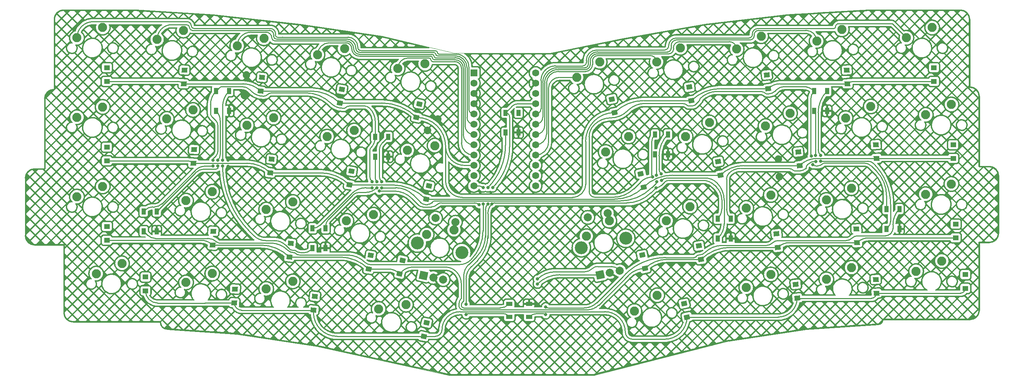
<source format=gbr>
%TF.GenerationSoftware,KiCad,Pcbnew,7.0.6*%
%TF.CreationDate,2023-09-29T23:10:54-04:00*%
%TF.ProjectId,tiddlywink,74696464-6c79-4776-996e-6b2e6b696361,rev?*%
%TF.SameCoordinates,Original*%
%TF.FileFunction,Copper,L2,Bot*%
%TF.FilePolarity,Positive*%
%FSLAX46Y46*%
G04 Gerber Fmt 4.6, Leading zero omitted, Abs format (unit mm)*
G04 Created by KiCad (PCBNEW 7.0.6) date 2023-09-29 23:10:54*
%MOMM*%
%LPD*%
G01*
G04 APERTURE LIST*
G04 Aperture macros list*
%AMRotRect*
0 Rectangle, with rotation*
0 The origin of the aperture is its center*
0 $1 length*
0 $2 width*
0 $3 Rotation angle, in degrees counterclockwise*
0 Add horizontal line*
21,1,$1,$2,0,0,$3*%
G04 Aperture macros list end*
%TA.AperFunction,ComponentPad*%
%ADD10C,2.250000*%
%TD*%
%TA.AperFunction,ComponentPad*%
%ADD11RotRect,2.000000X2.000000X78.000000*%
%TD*%
%TA.AperFunction,ComponentPad*%
%ADD12C,2.000000*%
%TD*%
%TA.AperFunction,ComponentPad*%
%ADD13C,3.200000*%
%TD*%
%TA.AperFunction,ComponentPad*%
%ADD14R,1.752600X1.752600*%
%TD*%
%TA.AperFunction,ComponentPad*%
%ADD15C,1.752600*%
%TD*%
%TA.AperFunction,ComponentPad*%
%ADD16RotRect,2.000000X2.000000X102.000000*%
%TD*%
%TA.AperFunction,ComponentPad*%
%ADD17C,0.800000*%
%TD*%
%TA.AperFunction,SMDPad,CuDef*%
%ADD18RotRect,1.200000X1.400000X99.000000*%
%TD*%
%TA.AperFunction,SMDPad,CuDef*%
%ADD19RotRect,1.200000X1.400000X84.000000*%
%TD*%
%TA.AperFunction,SMDPad,CuDef*%
%ADD20R,1.000000X1.500000*%
%TD*%
%TA.AperFunction,SMDPad,CuDef*%
%ADD21RotRect,1.200000X1.400000X81.000000*%
%TD*%
%TA.AperFunction,SMDPad,CuDef*%
%ADD22R,1.400000X1.200000*%
%TD*%
%TA.AperFunction,SMDPad,CuDef*%
%ADD23RotRect,1.200000X1.400000X93.000000*%
%TD*%
%TA.AperFunction,SMDPad,CuDef*%
%ADD24RotRect,1.200000X1.400000X78.000000*%
%TD*%
%TA.AperFunction,SMDPad,CuDef*%
%ADD25RotRect,1.200000X1.400000X102.000000*%
%TD*%
%TA.AperFunction,SMDPad,CuDef*%
%ADD26RotRect,1.200000X1.400000X87.000000*%
%TD*%
%TA.AperFunction,SMDPad,CuDef*%
%ADD27RotRect,1.200000X1.400000X96.000000*%
%TD*%
%TA.AperFunction,SMDPad,CuDef*%
%ADD28R,1.500000X1.000000*%
%TD*%
%TA.AperFunction,ViaPad*%
%ADD29C,0.800000*%
%TD*%
%TA.AperFunction,Conductor*%
%ADD30C,0.250000*%
%TD*%
%TA.AperFunction,Profile*%
%ADD31C,0.100000*%
%TD*%
G04 APERTURE END LIST*
D10*
%TO.P,MX30,1,COL*%
%TO.N,c10*%
X239077704Y-63539743D03*
%TO.P,MX30,2,ROW*%
%TO.N,Net-(D30-A)*%
X245427704Y-60999743D03*
%TD*%
%TO.P,MX13,1,COL*%
%TO.N,c3*%
X71485812Y-46486640D03*
%TO.P,MX13,2,ROW*%
%TO.N,Net-(D13-A)*%
X78066528Y-44624310D03*
%TD*%
%TO.P,MX24,1,COL*%
%TO.N,c4*%
X96051522Y-70118755D03*
%TO.P,MX24,2,ROW*%
%TO.N,Net-(D24-A)*%
X102720686Y-68603386D03*
%TD*%
%TO.P,MX18,1,COL*%
%TO.N,c8*%
X199542415Y-46687834D03*
%TO.P,MX18,2,ROW*%
%TO.N,Net-(D18-A)*%
X205592127Y-43497992D03*
%TD*%
%TO.P,MX10,1,COL*%
%TO.N,c10*%
X234315200Y-24844398D03*
%TO.P,MX10,2,ROW*%
%TO.N,Net-(D10-A)*%
X240665200Y-22304398D03*
%TD*%
%TO.P,MX29,1,COL*%
%TO.N,c9*%
X214542159Y-64933250D03*
%TO.P,MX29,2,ROW*%
%TO.N,Net-(D29-A)*%
X220750523Y-62064398D03*
%TD*%
%TO.P,MX8,1,COL*%
%TO.N,c8*%
X192398659Y-27637818D03*
%TO.P,MX8,2,ROW*%
%TO.N,Net-(D8-A)*%
X198448371Y-24447976D03*
%TD*%
%TO.P,MX6,1,COL*%
%TO.N,c6*%
X152907794Y-34621742D03*
%TO.P,MX6,2,ROW*%
%TO.N,Net-(D6-A)*%
X158590936Y-30817007D03*
%TD*%
%TO.P,MX27,1,COL*%
%TO.N,c7*%
X175028777Y-70120160D03*
%TO.P,MX27,2,ROW*%
%TO.N,Net-(D27-A)*%
X180903254Y-66618073D03*
%TD*%
%TO.P,MX31,1,COL*%
%TO.N,c1*%
X34290032Y-83185072D03*
%TO.P,MX31,2,ROW*%
%TO.N,Net-(D31-A)*%
X40640032Y-80645072D03*
%TD*%
%TO.P,MX28,1,COL*%
%TO.N,c8*%
X194779911Y-66928476D03*
%TO.P,MX28,2,ROW*%
%TO.N,Net-(D28-A)*%
X200829623Y-63738634D03*
%TD*%
%TO.P,MX36,1,COL*%
%TO.N,c8*%
X194779911Y-86573805D03*
%TO.P,MX36,2,ROW*%
%TO.N,Net-(D36-A)*%
X200829623Y-83383963D03*
%TD*%
%TO.P,MX4,1,COL*%
%TO.N,c4*%
X88907766Y-29042158D03*
%TO.P,MX4,2,ROW*%
%TO.N,Net-(D4-A)*%
X95576930Y-27526789D03*
%TD*%
%TO.P,MX22,1,COL*%
%TO.N,c2*%
X56454768Y-65129763D03*
%TO.P,MX22,2,ROW*%
%TO.N,Net-(D22-A)*%
X62928999Y-62925577D03*
%TD*%
%TO.P,MX25,1,COL*%
%TO.N,c5*%
X115863953Y-73518739D03*
%TO.P,MX25,2,ROW*%
%TO.N,Net-(D25-A)*%
X122603286Y-72354483D03*
%TD*%
D11*
%TO.P,KNOB2,A,A*%
%TO.N,PM1*%
X115057893Y-83611705D03*
D12*
%TO.P,KNOB2,B,B*%
%TO.N,PM2*%
X119948631Y-84651263D03*
%TO.P,KNOB2,C,C*%
%TO.N,GND*%
X117503262Y-84131484D03*
D13*
%TO.P,KNOB2,MP*%
%TO.N,N/C*%
X113584973Y-75631072D03*
X124540227Y-77959682D03*
D12*
%TO.P,KNOB2,S1,S1*%
%TO.N,Net-(D25-A)*%
X122963351Y-70468123D03*
%TO.P,KNOB2,S2,S2*%
%TO.N,c5*%
X118072613Y-69428565D03*
%TD*%
D10*
%TO.P,MX15,1,COL*%
%TO.N,c5*%
X111101449Y-52682784D03*
%TO.P,MX15,2,ROW*%
%TO.N,Net-(D15-A)*%
X117840782Y-51518528D03*
%TD*%
%TO.P,MX17,1,COL*%
%TO.N,c7*%
X179791281Y-49284205D03*
%TO.P,MX17,2,ROW*%
%TO.N,Net-(D17-A)*%
X185665758Y-45782118D03*
%TD*%
%TO.P,MX3,1,COL*%
%TO.N,c3*%
X69104560Y-26841311D03*
%TO.P,MX3,2,ROW*%
%TO.N,Net-(D3-A)*%
X75685276Y-24978981D03*
%TD*%
%TO.P,MX34,1,COL*%
%TO.N,c4*%
X104015366Y-91918117D03*
%TO.P,MX34,2,ROW*%
%TO.N,Net-(D34-A)*%
X110773991Y-90871656D03*
%TD*%
D14*
%TO.P,PM1,1,TX0/PD3*%
%TO.N,PM2*%
X127516051Y-33552638D03*
D15*
%TO.P,PM1,2,RX1/PD2*%
%TO.N,PM1*%
X127516051Y-36092638D03*
%TO.P,PM1,3,GND*%
%TO.N,GND*%
X127516051Y-38632638D03*
%TO.P,PM1,4,GND*%
X127516051Y-41172638D03*
%TO.P,PM1,5,2/PD1*%
%TO.N,c1*%
X127516051Y-43712638D03*
%TO.P,PM1,6,3/PD0*%
%TO.N,c2*%
X127516051Y-46252638D03*
%TO.P,PM1,7,4/PD4*%
%TO.N,c3*%
X127516051Y-48792638D03*
%TO.P,PM1,8,5/PC6*%
%TO.N,c4*%
X127516051Y-51332638D03*
%TO.P,PM1,9,6/PD7*%
%TO.N,c5*%
X127516051Y-53872638D03*
%TO.P,PM1,10,7/PE6*%
%TO.N,r1*%
X127516051Y-56412638D03*
%TO.P,PM1,11,8/PB4*%
%TO.N,r2*%
X127516051Y-58952638D03*
%TO.P,PM1,12,9/PB5*%
%TO.N,RGB*%
X127516051Y-61492638D03*
%TO.P,PM1,13,10/PB6*%
%TO.N,r3*%
X142756051Y-61492638D03*
%TO.P,PM1,14,16/PB2*%
%TO.N,r4*%
X142756051Y-58952638D03*
%TO.P,PM1,15,14/PB3*%
%TO.N,unconnected-(PM1-14{slash}PB3-Pad15)*%
X142756051Y-56412638D03*
%TO.P,PM1,16,15/PB1*%
%TO.N,c6*%
X142756051Y-53872638D03*
%TO.P,PM1,17,A0/PF7*%
%TO.N,c7*%
X142756051Y-51332638D03*
%TO.P,PM1,18,A1/PF6*%
%TO.N,c8*%
X142756051Y-48792638D03*
%TO.P,PM1,19,A2/PF5*%
%TO.N,c9*%
X142756051Y-46252638D03*
%TO.P,PM1,20,A3/PF4*%
%TO.N,c10*%
X142756051Y-43712638D03*
%TO.P,PM1,21,VCC*%
%TO.N,VCC*%
X142756051Y-41172638D03*
%TO.P,PM1,22,RST*%
%TO.N,RST*%
X142756051Y-38632638D03*
%TO.P,PM1,23,GND*%
%TO.N,GND*%
X142756051Y-36092638D03*
%TO.P,PM1,24,RAW*%
%TO.N,unconnected-(PM1-RAW-Pad24)*%
X142756051Y-33552638D03*
%TD*%
D10*
%TO.P,MX38,1,COL*%
%TO.N,c10*%
X236696452Y-82589759D03*
%TO.P,MX38,2,ROW*%
%TO.N,Net-(D38-A)*%
X243046452Y-80049759D03*
%TD*%
%TO.P,MX7,1,COL*%
%TO.N,c7*%
X172647525Y-30829502D03*
%TO.P,MX7,2,ROW*%
%TO.N,Net-(D7-A)*%
X178522002Y-27327415D03*
%TD*%
%TO.P,MX32,1,COL*%
%TO.N,c2*%
X56454768Y-85370405D03*
%TO.P,MX32,2,ROW*%
%TO.N,Net-(D32-A)*%
X62928999Y-83166219D03*
%TD*%
%TO.P,MX19,1,COL*%
%TO.N,c9*%
X219304663Y-44692608D03*
%TO.P,MX19,2,ROW*%
%TO.N,Net-(D19-A)*%
X225513027Y-41823756D03*
%TD*%
%TO.P,MX9,1,COL*%
%TO.N,c9*%
X212160907Y-25642592D03*
%TO.P,MX9,2,ROW*%
%TO.N,Net-(D9-A)*%
X218369271Y-22773740D03*
%TD*%
%TO.P,MX35,1,COL*%
%TO.N,c7*%
X167166418Y-92441618D03*
%TO.P,MX35,2,ROW*%
%TO.N,Net-(D35-A)*%
X172782293Y-88538278D03*
%TD*%
%TO.P,MX20,1,COL*%
%TO.N,c10*%
X239077704Y-43894414D03*
%TO.P,MX20,2,ROW*%
%TO.N,Net-(D20-A)*%
X245427704Y-41354414D03*
%TD*%
%TO.P,MX23,1,COL*%
%TO.N,c3*%
X76248316Y-67322595D03*
%TO.P,MX23,2,ROW*%
%TO.N,Net-(D23-A)*%
X82829032Y-65460265D03*
%TD*%
%TO.P,MX33,1,COL*%
%TO.N,c3*%
X76248316Y-86967924D03*
%TO.P,MX33,2,ROW*%
%TO.N,Net-(D33-A)*%
X82829032Y-85105594D03*
%TD*%
D16*
%TO.P,KNOB1,A,A*%
%TO.N,PM1*%
X158657853Y-83460637D03*
D12*
%TO.P,KNOB1,B,B*%
%TO.N,PM2*%
X163548591Y-82421079D03*
%TO.P,KNOB1,C,C*%
%TO.N,GND*%
X161103222Y-82940858D03*
D13*
%TO.P,KNOB1,MP*%
%TO.N,N/C*%
X154066257Y-76769056D03*
X165021511Y-74440446D03*
D12*
%TO.P,KNOB1,S1,S1*%
%TO.N,Net-(D26-A)*%
X160533871Y-68237939D03*
%TO.P,KNOB1,S2,S2*%
%TO.N,c6*%
X155643133Y-69277497D03*
%TD*%
D10*
%TO.P,MX14,1,COL*%
%TO.N,c4*%
X91289018Y-49282800D03*
%TO.P,MX14,2,ROW*%
%TO.N,Net-(D14-A)*%
X97958182Y-47767431D03*
%TD*%
%TO.P,MX37,1,COL*%
%TO.N,c9*%
X214542159Y-84578579D03*
%TO.P,MX37,2,ROW*%
%TO.N,Net-(D37-A)*%
X220750523Y-81709727D03*
%TD*%
%TO.P,MX21,1,COL*%
%TO.N,c1*%
X29527528Y-64135056D03*
%TO.P,MX21,2,ROW*%
%TO.N,Net-(D21-A)*%
X35877528Y-61595056D03*
%TD*%
%TO.P,MX12,1,COL*%
%TO.N,c2*%
X51692264Y-44889121D03*
%TO.P,MX12,2,ROW*%
%TO.N,Net-(D12-A)*%
X58166495Y-42684935D03*
%TD*%
%TO.P,MX2,1,COL*%
%TO.N,c2*%
X49311012Y-25243792D03*
%TO.P,MX2,2,ROW*%
%TO.N,Net-(D2-A)*%
X55785243Y-23039606D03*
%TD*%
%TO.P,MX5,1,COL*%
%TO.N,c5*%
X108720197Y-32442142D03*
%TO.P,MX5,2,ROW*%
%TO.N,Net-(D5-A)*%
X115459530Y-31277886D03*
%TD*%
%TO.P,MX11,1,COL*%
%TO.N,c1*%
X29527528Y-44489727D03*
%TO.P,MX11,2,ROW*%
%TO.N,Net-(D11-A)*%
X35877528Y-41949727D03*
%TD*%
%TO.P,MX16,1,COL*%
%TO.N,c6*%
X160051550Y-53076445D03*
%TO.P,MX16,2,ROW*%
%TO.N,Net-(D16-A)*%
X165734692Y-49271710D03*
%TD*%
%TO.P,MX1,1,COL*%
%TO.N,c1*%
X29527528Y-24844398D03*
%TO.P,MX1,2,ROW*%
%TO.N,Net-(D1-A)*%
X35877528Y-22304398D03*
%TD*%
%TO.P,MX26,1,COL*%
%TO.N,c6*%
X155289046Y-73912400D03*
%TO.P,MX26,2,ROW*%
%TO.N,Net-(D26-A)*%
X160972188Y-70107665D03*
%TD*%
D17*
%TO.P,D17,1,K*%
%TO.N,r2*%
X188384847Y-58829118D03*
D18*
X188384847Y-58829118D03*
D17*
%TO.P,D17,2,A*%
%TO.N,Net-(D17-A)*%
X187852969Y-55470978D03*
D18*
X187852969Y-55470978D03*
%TD*%
D17*
%TO.P,D13,1,K*%
%TO.N,r2*%
X77212992Y-58245422D03*
D19*
X77212992Y-58245422D03*
D17*
%TO.P,D13,2,A*%
%TO.N,Net-(D13-A)*%
X77568388Y-54864048D03*
D19*
X77568388Y-54864048D03*
%TD*%
D20*
%TO.P,RGB5,1,VDD*%
%TO.N,VCC*%
X172231250Y-48746918D03*
%TO.P,RGB5,2,DOUT*%
%TO.N,Net-(RGB5-DOUT)*%
X175431250Y-48746918D03*
%TO.P,RGB5,3,VSS*%
%TO.N,GND*%
X175431250Y-53646918D03*
%TO.P,RGB5,4,DIN*%
%TO.N,Net-(RGB4-DOUT)*%
X172231250Y-53646918D03*
%TD*%
D17*
%TO.P,D14,1,K*%
%TO.N,r2*%
X96770080Y-61210370D03*
D21*
X96770080Y-61210370D03*
D17*
%TO.P,D14,2,A*%
%TO.N,Net-(D14-A)*%
X97301958Y-57852230D03*
D21*
X97301958Y-57852230D03*
%TD*%
D17*
%TO.P,D33,1,K*%
%TO.N,r4*%
X87928478Y-92178111D03*
D19*
X87928478Y-92178111D03*
D17*
%TO.P,D33,2,A*%
%TO.N,Net-(D33-A)*%
X88283874Y-88796737D03*
D19*
X88283874Y-88796737D03*
%TD*%
D17*
%TO.P,D3,1,K*%
%TO.N,r1*%
X74831740Y-38004780D03*
D19*
X74831740Y-38004780D03*
D17*
%TO.P,D3,2,A*%
%TO.N,Net-(D3-A)*%
X75187136Y-34623406D03*
D19*
X75187136Y-34623406D03*
%TD*%
D17*
%TO.P,D38,1,K*%
%TO.N,r4*%
X248840834Y-86829759D03*
D22*
X248840834Y-86829759D03*
D17*
%TO.P,D38,2,A*%
%TO.N,Net-(D38-A)*%
X248840834Y-83429759D03*
D22*
X248840834Y-83429759D03*
%TD*%
D17*
%TO.P,D9,1,K*%
%TO.N,r1*%
X219759468Y-36225824D03*
D23*
X219759468Y-36225824D03*
D17*
%TO.P,D9,2,A*%
%TO.N,Net-(D9-A)*%
X219581526Y-32830484D03*
D23*
X219581526Y-32830484D03*
%TD*%
D17*
%TO.P,D10,1,K*%
%TO.N,r1*%
X241101765Y-35632841D03*
D22*
X241101765Y-35632841D03*
D17*
%TO.P,D10,2,A*%
%TO.N,Net-(D10-A)*%
X241101765Y-32232841D03*
D22*
X241101765Y-32232841D03*
%TD*%
D17*
%TO.P,D31,1,K*%
%TO.N,r4*%
X46434414Y-87425072D03*
D22*
X46434414Y-87425072D03*
D17*
%TO.P,D31,2,A*%
%TO.N,Net-(D31-A)*%
X46434414Y-84025072D03*
D22*
X46434414Y-84025072D03*
%TD*%
D20*
%TO.P,RGB10,1,VDD*%
%TO.N,VCC*%
X135321875Y-43389101D03*
%TO.P,RGB10,2,DOUT*%
%TO.N,unconnected-(RGB10-DOUT-Pad2)*%
X138521875Y-43389101D03*
%TO.P,RGB10,3,VSS*%
%TO.N,GND*%
X138521875Y-48289101D03*
%TO.P,RGB10,4,DIN*%
%TO.N,Net-(RGB10-DIN)*%
X135321875Y-48289101D03*
%TD*%
D17*
%TO.P,D11,1,K*%
%TO.N,r2*%
X36909406Y-55278170D03*
D22*
X36909406Y-55278170D03*
D17*
%TO.P,D11,2,A*%
%TO.N,Net-(D11-A)*%
X36909406Y-51878170D03*
D22*
X36909406Y-51878170D03*
%TD*%
D17*
%TO.P,D15,1,K*%
%TO.N,r2*%
X115732585Y-64766029D03*
D24*
X115732585Y-64766029D03*
D17*
%TO.P,D15,2,A*%
%TO.N,Net-(D15-A)*%
X116439485Y-61440327D03*
D24*
X116439485Y-61440327D03*
%TD*%
D17*
%TO.P,D24,1,K*%
%TO.N,r3*%
X101532584Y-82046325D03*
D21*
X101532584Y-82046325D03*
D17*
%TO.P,D24,2,A*%
%TO.N,Net-(D24-A)*%
X102064462Y-78688185D03*
D21*
X102064462Y-78688185D03*
%TD*%
D17*
%TO.P,D37,1,K*%
%TO.N,r4*%
X226903224Y-88018055D03*
D23*
X226903224Y-88018055D03*
D17*
%TO.P,D37,2,A*%
%TO.N,Net-(D37-A)*%
X226725282Y-84622715D03*
D23*
X226725282Y-84622715D03*
%TD*%
D17*
%TO.P,D16,1,K*%
%TO.N,r2*%
X169422342Y-61789464D03*
D25*
X169422342Y-61789464D03*
D17*
%TO.P,D16,2,A*%
%TO.N,Net-(D16-A)*%
X168715442Y-58463762D03*
D25*
X168715442Y-58463762D03*
%TD*%
D17*
%TO.P,D12,1,K*%
%TO.N,r2*%
X58251703Y-55871153D03*
D26*
X58251703Y-55871153D03*
D17*
%TO.P,D12,2,A*%
%TO.N,Net-(D12-A)*%
X58429645Y-52475813D03*
D26*
X58429645Y-52475813D03*
%TD*%
D17*
%TO.P,D32,1,K*%
%TO.N,r4*%
X68372024Y-90399307D03*
D26*
X68372024Y-90399307D03*
D17*
%TO.P,D32,2,A*%
%TO.N,Net-(D32-A)*%
X68549966Y-87003967D03*
D26*
X68549966Y-87003967D03*
%TD*%
D17*
%TO.P,D18,1,K*%
%TO.N,r2*%
X207941935Y-56459483D03*
D27*
X207941935Y-56459483D03*
D17*
%TO.P,D18,2,A*%
%TO.N,Net-(D18-A)*%
X207586539Y-53078109D03*
D27*
X207586539Y-53078109D03*
%TD*%
D17*
%TO.P,D7,1,K*%
%TO.N,r1*%
X181241091Y-40374415D03*
D18*
X181241091Y-40374415D03*
D17*
%TO.P,D7,2,A*%
%TO.N,Net-(D7-A)*%
X180709213Y-37016275D03*
D18*
X180709213Y-37016275D03*
%TD*%
D17*
%TO.P,D29,1,K*%
%TO.N,r3*%
X222140720Y-75516482D03*
D23*
X222140720Y-75516482D03*
D17*
%TO.P,D29,2,A*%
%TO.N,Net-(D29-A)*%
X221962778Y-72121142D03*
D23*
X221962778Y-72121142D03*
%TD*%
D17*
%TO.P,D1,1,K*%
%TO.N,r1*%
X36909406Y-35632841D03*
D22*
X36909406Y-35632841D03*
D17*
%TO.P,D1,2,A*%
%TO.N,Net-(D1-A)*%
X36909406Y-32232841D03*
D22*
X36909406Y-32232841D03*
%TD*%
D17*
%TO.P,D20,1,K*%
%TO.N,r2*%
X245864269Y-54682857D03*
D22*
X245864269Y-54682857D03*
D17*
%TO.P,D20,2,A*%
%TO.N,Net-(D20-A)*%
X245864269Y-51282857D03*
D22*
X245864269Y-51282857D03*
%TD*%
D17*
%TO.P,D19,1,K*%
%TO.N,r2*%
X226903224Y-54680527D03*
D23*
X226903224Y-54680527D03*
D17*
%TO.P,D19,2,A*%
%TO.N,Net-(D19-A)*%
X226725282Y-51285187D03*
D23*
X226725282Y-51285187D03*
%TD*%
D17*
%TO.P,D28,1,K*%
%TO.N,r3*%
X202584118Y-76700125D03*
D27*
X202584118Y-76700125D03*
D17*
%TO.P,D28,2,A*%
%TO.N,Net-(D28-A)*%
X202228722Y-73318751D03*
D27*
X202228722Y-73318751D03*
%TD*%
D17*
%TO.P,D27,1,K*%
%TO.N,r3*%
X183622343Y-79665073D03*
D18*
X183622343Y-79665073D03*
D17*
%TO.P,D27,2,A*%
%TO.N,Net-(D27-A)*%
X183090465Y-76306933D03*
D18*
X183090465Y-76306933D03*
%TD*%
D20*
%TO.P,RGB6,1,VDD*%
%TO.N,VCC*%
X187709375Y-69582873D03*
%TO.P,RGB6,2,DOUT*%
%TO.N,Net-(RGB6-DOUT)*%
X190909375Y-69582873D03*
%TO.P,RGB6,3,VSS*%
%TO.N,GND*%
X190909375Y-74482873D03*
%TO.P,RGB6,4,DIN*%
%TO.N,Net-(RGB5-DOUT)*%
X187709375Y-74482873D03*
%TD*%
D17*
%TO.P,D8,1,K*%
%TO.N,r1*%
X200202866Y-37409467D03*
D27*
X200202866Y-37409467D03*
D17*
%TO.P,D8,2,A*%
%TO.N,Net-(D8-A)*%
X199847470Y-34028093D03*
D27*
X199847470Y-34028093D03*
%TD*%
D20*
%TO.P,RGB1,1,VDD*%
%TO.N,VCC*%
X46025000Y-67796875D03*
%TO.P,RGB1,2,DOUT*%
%TO.N,Net-(RGB1-DOUT)*%
X49225000Y-67796875D03*
%TO.P,RGB1,3,VSS*%
%TO.N,GND*%
X49225000Y-72696875D03*
%TO.P,RGB1,4,DIN*%
%TO.N,RGB*%
X46025000Y-72696875D03*
%TD*%
D17*
%TO.P,D2,1,K*%
%TO.N,r1*%
X55870451Y-36225824D03*
D26*
X55870451Y-36225824D03*
D17*
%TO.P,D2,2,A*%
%TO.N,Net-(D2-A)*%
X56048393Y-32830484D03*
D26*
X56048393Y-32830484D03*
%TD*%
D17*
%TO.P,D26,1,K*%
%TO.N,r3*%
X169775792Y-81907018D03*
D25*
X169775792Y-81907018D03*
D17*
%TO.P,D26,2,A*%
%TO.N,Net-(D26-A)*%
X169068892Y-78581316D03*
D25*
X169068892Y-78581316D03*
%TD*%
D20*
%TO.P,RGB8,1,VDD*%
%TO.N,VCC*%
X229381250Y-67201621D03*
%TO.P,RGB8,2,DOUT*%
%TO.N,Net-(RGB8-DOUT)*%
X232581250Y-67201621D03*
%TO.P,RGB8,3,VSS*%
%TO.N,GND*%
X232581250Y-72101621D03*
%TO.P,RGB8,4,DIN*%
%TO.N,Net-(RGB7-DOUT)*%
X229381250Y-72101621D03*
%TD*%
D17*
%TO.P,D23,1,K*%
%TO.N,r3*%
X81975496Y-79081377D03*
D19*
X81975496Y-79081377D03*
D17*
%TO.P,D23,2,A*%
%TO.N,Net-(D23-A)*%
X82330892Y-75700003D03*
D19*
X82330892Y-75700003D03*
%TD*%
D20*
%TO.P,RGB7,1,VDD*%
%TO.N,VCC*%
X211521875Y-38031284D03*
%TO.P,RGB7,2,DOUT*%
%TO.N,Net-(RGB7-DOUT)*%
X214721875Y-38031284D03*
%TO.P,RGB7,3,VSS*%
%TO.N,GND*%
X214721875Y-42931284D03*
%TO.P,RGB7,4,DIN*%
%TO.N,Net-(RGB6-DOUT)*%
X211521875Y-42931284D03*
%TD*%
%TO.P,RGB4,1,VDD*%
%TO.N,VCC*%
X103175000Y-49342231D03*
%TO.P,RGB4,2,DOUT*%
%TO.N,Net-(RGB4-DOUT)*%
X106375000Y-49342231D03*
%TO.P,RGB4,3,VSS*%
%TO.N,GND*%
X106375000Y-54242231D03*
%TO.P,RGB4,4,DIN*%
%TO.N,Net-(RGB3-DOUT)*%
X103175000Y-54242231D03*
%TD*%
D17*
%TO.P,D6,1,K*%
%TO.N,r1*%
X162278586Y-43334761D03*
D25*
X162278586Y-43334761D03*
D17*
%TO.P,D6,2,A*%
%TO.N,Net-(D6-A)*%
X161571686Y-40009059D03*
D25*
X161571686Y-40009059D03*
%TD*%
D17*
%TO.P,D30,1,K*%
%TO.N,r3*%
X246459582Y-74328186D03*
D22*
X246459582Y-74328186D03*
D17*
%TO.P,D30,2,A*%
%TO.N,Net-(D30-A)*%
X246459582Y-70928186D03*
D22*
X246459582Y-70928186D03*
%TD*%
D17*
%TO.P,D25,1,K*%
%TO.N,r3*%
X109184142Y-83220732D03*
D24*
X109184142Y-83220732D03*
D17*
%TO.P,D25,2,A*%
%TO.N,Net-(D25-A)*%
X109891042Y-79895030D03*
D24*
X109891042Y-79895030D03*
%TD*%
D20*
%TO.P,RGB3,1,VDD*%
%TO.N,VCC*%
X87696875Y-71964125D03*
%TO.P,RGB3,2,DOUT*%
%TO.N,Net-(RGB3-DOUT)*%
X90896875Y-71964125D03*
%TO.P,RGB3,3,VSS*%
%TO.N,GND*%
X90896875Y-76864125D03*
%TO.P,RGB3,4,DIN*%
%TO.N,Net-(RGB2-DOUT)*%
X87696875Y-76864125D03*
%TD*%
%TO.P,RGB2,1,VDD*%
%TO.N,VCC*%
X63884375Y-38031284D03*
%TO.P,RGB2,2,DOUT*%
%TO.N,Net-(RGB2-DOUT)*%
X67084375Y-38031284D03*
%TO.P,RGB2,3,VSS*%
%TO.N,GND*%
X67084375Y-42931284D03*
%TO.P,RGB2,4,DIN*%
%TO.N,Net-(RGB1-DOUT)*%
X63884375Y-42931284D03*
%TD*%
D17*
%TO.P,D22,1,K*%
%TO.N,r3*%
X63014207Y-76111795D03*
D26*
X63014207Y-76111795D03*
D17*
%TO.P,D22,2,A*%
%TO.N,Net-(D22-A)*%
X63192149Y-72716455D03*
D26*
X63192149Y-72716455D03*
%TD*%
D28*
%TO.P,RGB9,1,VDD*%
%TO.N,VCC*%
X136257929Y-93873515D03*
%TO.P,RGB9,2,DOUT*%
%TO.N,Net-(RGB10-DIN)*%
X136257929Y-90673515D03*
%TO.P,RGB9,3,VSS*%
%TO.N,GND*%
X141157929Y-90673515D03*
%TO.P,RGB9,4,DIN*%
%TO.N,Net-(RGB8-DOUT)*%
X141157929Y-93873515D03*
%TD*%
D17*
%TO.P,D36,1,K*%
%TO.N,r4*%
X207346622Y-89201698D03*
D27*
X207346622Y-89201698D03*
D17*
%TO.P,D36,2,A*%
%TO.N,Net-(D36-A)*%
X206991226Y-85820324D03*
D27*
X206991226Y-85820324D03*
%TD*%
D17*
%TO.P,D5,1,K*%
%TO.N,r1*%
X113351333Y-44525387D03*
D24*
X113351333Y-44525387D03*
D17*
%TO.P,D5,2,A*%
%TO.N,Net-(D5-A)*%
X114058233Y-41199685D03*
D24*
X114058233Y-41199685D03*
%TD*%
D17*
%TO.P,D35,1,K*%
%TO.N,r4*%
X180137976Y-93936366D03*
D25*
X180137976Y-93936366D03*
D17*
%TO.P,D35,2,A*%
%TO.N,Net-(D35-A)*%
X179431076Y-90610664D03*
D25*
X179431076Y-90610664D03*
%TD*%
D17*
%TO.P,D4,1,K*%
%TO.N,r1*%
X94388828Y-40969728D03*
D21*
X94388828Y-40969728D03*
D17*
%TO.P,D4,2,A*%
%TO.N,Net-(D4-A)*%
X94920706Y-37611588D03*
D21*
X94920706Y-37611588D03*
%TD*%
D17*
%TO.P,D34,1,K*%
%TO.N,r4*%
X115137272Y-98698870D03*
D24*
X115137272Y-98698870D03*
D17*
%TO.P,D34,2,A*%
%TO.N,Net-(D34-A)*%
X115844172Y-95373168D03*
D24*
X115844172Y-95373168D03*
%TD*%
D17*
%TO.P,D21,1,K*%
%TO.N,r3*%
X36909406Y-74923499D03*
D22*
X36909406Y-74923499D03*
D17*
%TO.P,D21,2,A*%
%TO.N,Net-(D21-A)*%
X36909406Y-71523499D03*
D22*
X36909406Y-71523499D03*
%TD*%
D29*
%TO.N,GND*%
X70866000Y-39116000D03*
X66802000Y-55118000D03*
X116078000Y-47752000D03*
X118618000Y-44958000D03*
X202692000Y-54864000D03*
X66802000Y-56642000D03*
X71374000Y-34036000D03*
X202946000Y-59182000D03*
%TO.N,VCC*%
X131968363Y-65946412D03*
X125578921Y-90740123D03*
X128795239Y-66127312D03*
X102393836Y-61934870D03*
X211221899Y-56211267D03*
X63103178Y-55146653D03*
X171664180Y-59280377D03*
X102393836Y-60485870D03*
X125611043Y-93330523D03*
X172453667Y-61933627D03*
X63103178Y-56595653D03*
X132159486Y-61912552D03*
X210839771Y-54100583D03*
X104145819Y-62761842D03*
%TO.N,RGB*%
X129778234Y-61912552D03*
X129778234Y-65946412D03*
%TO.N,Net-(RGB1-DOUT)*%
X64293804Y-56595653D03*
X64293804Y-55146653D03*
%TO.N,Net-(RGB2-DOUT)*%
X65484430Y-56595653D03*
X65484430Y-55146653D03*
%TO.N,Net-(RGB3-DOUT)*%
X103584462Y-60485870D03*
X103584462Y-61934870D03*
%TO.N,Net-(RGB4-DOUT)*%
X172610316Y-58855688D03*
X104775088Y-61934870D03*
X172660966Y-60408629D03*
X104775088Y-60485870D03*
%TO.N,Net-(RGB5-DOUT)*%
X173831396Y-60126613D03*
X173720241Y-58485022D03*
%TO.N,Net-(RGB6-DOUT)*%
X211844037Y-53968207D03*
X211928413Y-55415049D03*
%TO.N,PM1*%
X143232362Y-85725072D03*
%TO.N,Net-(RGB7-DOUT)*%
X213122054Y-53956027D03*
X213122054Y-55405027D03*
%TO.N,Net-(RGB8-DOUT)*%
X145256372Y-91425500D03*
X145256372Y-93330523D03*
%TO.N,PM2*%
X143232362Y-84534446D03*
%TO.N,Net-(RGB10-DIN)*%
X130968860Y-65946412D03*
X130968860Y-61912552D03*
%TD*%
D30*
%TO.N,r1*%
X36909406Y-35632841D02*
X54438864Y-35632841D01*
X155100000Y-50500000D02*
X155100000Y-61100000D01*
X127516051Y-56412638D02*
X125238584Y-56412638D01*
X120540000Y-60226509D02*
X120540000Y-51714054D01*
X113351333Y-44525387D02*
X113751333Y-44925387D01*
X74831740Y-38004780D02*
X87230811Y-38004780D01*
X94388828Y-40969728D02*
X104767213Y-40969728D01*
X241101765Y-35632841D02*
X221191055Y-35632841D01*
X181241091Y-40374415D02*
X169425493Y-40374415D01*
X151883491Y-64316509D02*
X124630000Y-64316509D01*
X162278586Y-43334761D02*
X162265239Y-43334761D01*
X55870451Y-36225824D02*
X70536961Y-36225824D01*
X200202866Y-37409467D02*
X188399108Y-37409467D01*
X219759468Y-36225824D02*
X203060432Y-36225824D01*
X188399108Y-37409464D02*
G75*
G03*
X181241091Y-40374415I-8J-10122936D01*
G01*
X120539991Y-60226509D02*
G75*
G03*
X124630000Y-64316509I4090009J9D01*
G01*
X221191055Y-35632807D02*
G75*
G03*
X219759469Y-36225825I45J-2024593D01*
G01*
X113351325Y-44525395D02*
G75*
G03*
X104767213Y-40969728I-8584125J-8584105D01*
G01*
X162265239Y-43334800D02*
G75*
G03*
X155100000Y-50500000I-39J-7165200D01*
G01*
X55870467Y-36225808D02*
G75*
G03*
X54438864Y-35632841I-1431567J-1431592D01*
G01*
X74831768Y-38004752D02*
G75*
G03*
X70536961Y-36225824I-4294768J-4294848D01*
G01*
X203060432Y-36225838D02*
G75*
G03*
X200202866Y-37409467I-32J-4041162D01*
G01*
X151883491Y-64316500D02*
G75*
G03*
X155100000Y-61100000I9J3216500D01*
G01*
X120540062Y-51714054D02*
G75*
G03*
X125238584Y-56412638I4698538J-46D01*
G01*
X94388813Y-40969743D02*
G75*
G03*
X87230811Y-38004780I-7158013J-7157957D01*
G01*
X120539993Y-51714054D02*
G75*
G03*
X113351333Y-44525387I-7188663J4D01*
G01*
X169425493Y-40374420D02*
G75*
G03*
X162278586Y-43334761I7J-10107280D01*
G01*
%TO.N,r2*%
X226903224Y-54680527D02*
X212236714Y-54680527D01*
X77212992Y-58245422D02*
X89612063Y-58245422D01*
X115732585Y-64766029D02*
X162236279Y-64766029D01*
X188384847Y-58829118D02*
X176569249Y-58829118D01*
X245864269Y-54682857D02*
X226908849Y-54682857D01*
X58251703Y-55871153D02*
X71481000Y-55871153D01*
X207941935Y-56459483D02*
X194105651Y-56459483D01*
X36909406Y-55278170D02*
X56820116Y-55278170D01*
X96770080Y-61210370D02*
X107148465Y-61210370D01*
X176569249Y-58829091D02*
G75*
G03*
X169422342Y-61789464I51J-10107309D01*
G01*
X115732613Y-64766001D02*
G75*
G03*
X107148465Y-61210370I-8584113J-8584199D01*
G01*
X58251687Y-55871169D02*
G75*
G03*
X56820116Y-55278170I-1431587J-1431531D01*
G01*
X162236279Y-64766013D02*
G75*
G03*
X169422342Y-61789464I21J10162613D01*
G01*
X226903249Y-54680502D02*
G75*
G03*
X226908849Y-54682857I5651J5602D01*
G01*
X96770101Y-61210349D02*
G75*
G03*
X89612063Y-58245422I-7158001J-7158051D01*
G01*
X194105651Y-56459443D02*
G75*
G03*
X188384847Y-58829118I49J-8090457D01*
G01*
X212236714Y-54680549D02*
G75*
G03*
X207941935Y-56459483I-14J-6073751D01*
G01*
X77212989Y-58245425D02*
G75*
G03*
X71481000Y-55871153I-5731989J-5731975D01*
G01*
%TO.N,r4*%
X87845905Y-92260684D02*
X71747772Y-92260684D01*
X87928478Y-92178111D02*
X87928478Y-92850052D01*
X207429043Y-89284119D02*
X225637160Y-89284119D01*
X87928478Y-92178111D02*
X87845905Y-92260684D01*
X61107646Y-90474745D02*
X61148281Y-90434110D01*
X49484087Y-90474745D02*
X61107646Y-90474745D01*
X61148281Y-90434110D02*
X68337221Y-90434110D01*
X159872936Y-92602567D02*
X155974659Y-92602567D01*
X117995062Y-98698870D02*
X115137272Y-98698870D01*
X71747772Y-92260684D02*
X70163795Y-92260684D01*
X180137976Y-93936366D02*
X202611954Y-93936366D01*
X207346622Y-89201698D02*
X207429043Y-89284119D01*
X155545972Y-92606023D02*
X124087909Y-92606023D01*
X115137272Y-98698870D02*
X93777296Y-98698870D01*
X174657071Y-99417271D02*
X166687640Y-99417271D01*
X247652538Y-88018055D02*
X226903224Y-88018055D01*
X155974659Y-92602567D02*
X155545972Y-92606023D01*
X70233401Y-92260684D02*
X71747772Y-92260684D01*
X164901629Y-97631332D02*
G75*
G03*
X166687640Y-99417271I1785971J32D01*
G01*
X202611954Y-93936322D02*
G75*
G03*
X207346622Y-89201698I46J4734622D01*
G01*
X247652538Y-88018134D02*
G75*
G03*
X248840834Y-86829759I-38J1188334D01*
G01*
X68372016Y-90399307D02*
G75*
G03*
X70233401Y-92260684I1861384J7D01*
G01*
X124087909Y-92606013D02*
G75*
G03*
X119657913Y-97036019I-9J-4429987D01*
G01*
X117995062Y-98698813D02*
G75*
G03*
X119657913Y-97036019I38J1662813D01*
G01*
X174657071Y-99417276D02*
G75*
G03*
X180137976Y-93936366I29J5480876D01*
G01*
X46434415Y-87425072D02*
G75*
G03*
X49484087Y-90474745I3049675J2D01*
G01*
X164901633Y-97631332D02*
G75*
G03*
X159872936Y-92602567I-5028733J32D01*
G01*
X87928480Y-92850052D02*
G75*
G03*
X93777296Y-98698870I5848820J2D01*
G01*
X225637160Y-89284124D02*
G75*
G03*
X226903224Y-88018055I40J1266024D01*
G01*
%TO.N,c1*%
X118840960Y-28860960D02*
X123120960Y-28860960D01*
X79027292Y-24708933D02*
X80250000Y-24708933D01*
X36595113Y-20854887D02*
X56724887Y-20854887D01*
X80268933Y-24690000D02*
X96450000Y-24690000D01*
X98860000Y-27100000D02*
X98860000Y-27220067D01*
X58410960Y-22540960D02*
X77260960Y-22540960D01*
X126260000Y-32000000D02*
X126260000Y-32066827D01*
X36595113Y-20854887D02*
X33517039Y-20854887D01*
X108189815Y-28020480D02*
X118000480Y-28020480D01*
X99670228Y-28030295D02*
X108180000Y-28030295D01*
X108180000Y-28030295D02*
X108189815Y-28020480D01*
X126270000Y-32076827D02*
X126270000Y-42466587D01*
X78550000Y-23830000D02*
X78550000Y-24231641D01*
X118560040Y-28580000D02*
G75*
G03*
X118840960Y-28860960I280960J0D01*
G01*
X98860005Y-27220067D02*
G75*
G03*
X99670228Y-28030295I810195J-33D01*
G01*
X57730040Y-21860000D02*
G75*
G03*
X58410960Y-22540960I680960J0D01*
G01*
X78550040Y-23830000D02*
G75*
G03*
X77260960Y-22540960I-1289040J0D01*
G01*
X98860000Y-27100000D02*
G75*
G03*
X96450000Y-24690000I-2410000J0D01*
G01*
X126270062Y-42466587D02*
G75*
G03*
X127516051Y-43712638I1246038J-13D01*
G01*
X33517039Y-20854888D02*
G75*
G03*
X29527528Y-24844398I1J-3989512D01*
G01*
X57730013Y-21860000D02*
G75*
G03*
X56724887Y-20854887I-1005113J0D01*
G01*
X118560020Y-28580000D02*
G75*
G03*
X118000480Y-28020480I-559520J0D01*
G01*
X126269973Y-32076827D02*
G75*
G03*
X126260000Y-32066827I-9973J27D01*
G01*
X80268933Y-24690000D02*
G75*
G03*
X80250000Y-24708933I-33J-18900D01*
G01*
X126260040Y-32000000D02*
G75*
G03*
X123120960Y-28860960I-3139040J0D01*
G01*
X78549967Y-24231641D02*
G75*
G03*
X79027292Y-24708933I477333J41D01*
G01*
%TO.N,c2*%
X80290826Y-25157627D02*
X80290000Y-25158453D01*
X96117627Y-25157627D02*
X80290826Y-25157627D01*
X56560000Y-21590000D02*
X52964804Y-21590000D01*
X125820000Y-44556587D02*
X125820000Y-32190000D01*
X80290000Y-25158453D02*
X78748453Y-25158453D01*
X109660000Y-28470000D02*
X109650185Y-28479815D01*
X118110000Y-28910000D02*
X118110000Y-28908924D01*
X109650185Y-28479815D02*
X99424543Y-28479815D01*
X122930000Y-29310480D02*
X118510480Y-29310480D01*
X98380000Y-27435272D02*
X98380000Y-27420000D01*
X78060000Y-24470000D02*
X78060000Y-24000110D01*
X77050370Y-22990480D02*
X57960480Y-22990480D01*
X117671076Y-28470000D02*
X109660000Y-28470000D01*
X57350020Y-22380000D02*
G75*
G03*
X57960480Y-22990480I610480J0D01*
G01*
X98380000Y-27435272D02*
G75*
G03*
X99394728Y-28450000I1014700J-28D01*
G01*
X125820062Y-44556587D02*
G75*
G03*
X127516051Y-46252638I1696038J-13D01*
G01*
X125820000Y-32190000D02*
G75*
G03*
X122930000Y-29300000I-2890000J0D01*
G01*
X78060047Y-24470000D02*
G75*
G03*
X78748453Y-25158453I688453J0D01*
G01*
X118110020Y-28910000D02*
G75*
G03*
X118510480Y-29310480I400480J0D01*
G01*
X52964804Y-21590012D02*
G75*
G03*
X49311012Y-25243792I-4J-3653788D01*
G01*
X98379973Y-27420000D02*
G75*
G03*
X96117627Y-25157627I-2262373J0D01*
G01*
X99394685Y-28450000D02*
G75*
G03*
X99424543Y-28479815I29815J0D01*
G01*
X57350000Y-22380000D02*
G75*
G03*
X56560000Y-21590000I-790000J0D01*
G01*
X78060020Y-24000110D02*
G75*
G03*
X77050370Y-22990480I-1009620J10D01*
G01*
X118110000Y-28908924D02*
G75*
G03*
X117671076Y-28470000I-438900J24D01*
G01*
%TO.N,c3*%
X117990000Y-29760000D02*
X122900000Y-29760000D01*
X72505871Y-23440000D02*
X76196214Y-23440000D01*
X125350000Y-32210000D02*
X125350000Y-46626587D01*
X78364187Y-25607973D02*
X91694119Y-25607973D01*
X91694119Y-25607973D02*
X91758024Y-25607147D01*
X91758024Y-25607147D02*
X95947147Y-25607147D01*
X99269335Y-28929335D02*
X117159335Y-28929335D01*
X97829953Y-27490000D02*
G75*
G03*
X95947147Y-25607147I-1882853J0D01*
G01*
X77630027Y-24873786D02*
G75*
G03*
X78364187Y-25607973I734173J-14D01*
G01*
X125350062Y-46626587D02*
G75*
G03*
X127516051Y-48792638I2166038J-13D01*
G01*
X117729965Y-29500000D02*
G75*
G03*
X117159335Y-28929335I-570665J0D01*
G01*
X72505871Y-23439960D02*
G75*
G03*
X69104560Y-26841311I29J-3401340D01*
G01*
X77630000Y-24873786D02*
G75*
G03*
X76196214Y-23440000I-1433800J-14D01*
G01*
X97829965Y-27490000D02*
G75*
G03*
X99269335Y-28929335I1439335J0D01*
G01*
X125350000Y-32210000D02*
G75*
G03*
X122900000Y-29760000I-2450000J0D01*
G01*
X117730000Y-29500000D02*
G75*
G03*
X117990000Y-29760000I260000J0D01*
G01*
%TO.N,c4*%
X127463598Y-51332638D02*
X127516051Y-51332638D01*
X99218855Y-29378855D02*
X116869262Y-29378855D01*
X117720480Y-30260480D02*
X122849520Y-30260480D01*
X91889924Y-26060000D02*
X95900000Y-26060000D01*
X117280000Y-29789593D02*
X117280000Y-29820000D01*
X124900480Y-32310480D02*
X124900480Y-48769520D01*
X124900500Y-32310480D02*
G75*
G03*
X122850000Y-30260000I-2050500J-20D01*
G01*
X91889924Y-26060006D02*
G75*
G03*
X88907766Y-29042158I-4J-2982154D01*
G01*
X97370000Y-27530000D02*
G75*
G03*
X95900000Y-26060000I-1470000J0D01*
G01*
X124900462Y-48769520D02*
G75*
G03*
X127463598Y-51332638I2563138J20D01*
G01*
X117280020Y-29820000D02*
G75*
G03*
X117720480Y-30260480I440480J0D01*
G01*
X122849521Y-30260500D02*
G75*
G03*
X122850000Y-30260000I-21J500D01*
G01*
X117280045Y-29789593D02*
G75*
G03*
X116869262Y-29378855I-410745J-7D01*
G01*
X97370045Y-27530000D02*
G75*
G03*
X99218855Y-29378855I1848855J0D01*
G01*
%TO.N,c5*%
X124450960Y-32350960D02*
X124450960Y-50890960D01*
X127432638Y-53872638D02*
X127516051Y-53872638D01*
X111333964Y-29828375D02*
X116418375Y-29828375D01*
X117300000Y-30710000D02*
X122810000Y-30710000D01*
X116920025Y-30330000D02*
G75*
G03*
X116418375Y-29828375I-501625J0D01*
G01*
X111333964Y-29828297D02*
G75*
G03*
X108720197Y-32442142I36J-2613803D01*
G01*
X124450962Y-50890960D02*
G75*
G03*
X127432638Y-53872638I2981638J-40D01*
G01*
X116920000Y-30330000D02*
G75*
G03*
X117300000Y-30710000I380000J0D01*
G01*
X124451000Y-32350960D02*
G75*
G03*
X122810000Y-30710000I-1641000J-40D01*
G01*
%TO.N,c6*%
X145930000Y-50698689D02*
X145930000Y-48670000D01*
X145930000Y-48670000D02*
X145930000Y-37360000D01*
X152907794Y-34621742D02*
X148668258Y-34621742D01*
X148668258Y-34621700D02*
G75*
G03*
X145930000Y-37360000I42J-2738300D01*
G01*
X142756051Y-53872600D02*
G75*
G03*
X145930000Y-50698689I49J3173900D01*
G01*
%TO.N,c7*%
X171048023Y-29230000D02*
X158128024Y-29230000D01*
X145460000Y-46480000D02*
X145460000Y-48628689D01*
X145459520Y-46479520D02*
X145460000Y-46480000D01*
X156790000Y-30568024D02*
X156790000Y-31470000D01*
X155110000Y-33150000D02*
X148359040Y-33150000D01*
X145459520Y-36049520D02*
X145459520Y-46479520D01*
X172647500Y-30829502D02*
G75*
G03*
X171048023Y-29230000I-1599500J2D01*
G01*
X148359040Y-33150020D02*
G75*
G03*
X145459520Y-36049520I-40J-2899480D01*
G01*
X158128024Y-29230000D02*
G75*
G03*
X156790000Y-30568024I-24J-1338000D01*
G01*
X142756051Y-51332600D02*
G75*
G03*
X145460000Y-48628689I49J2703900D01*
G01*
X155110000Y-33150000D02*
G75*
G03*
X156790000Y-31470000I0J1680000D01*
G01*
%TO.N,c8*%
X175699520Y-28780480D02*
X158079520Y-28780480D01*
X145010000Y-43680000D02*
X145010000Y-37670000D01*
X154480000Y-32700480D02*
X148239520Y-32700480D01*
X145010000Y-37670000D02*
X145010000Y-35930000D01*
X156230000Y-30630000D02*
X156230000Y-31498070D01*
X154486445Y-32694035D02*
X154480000Y-32700480D01*
X190560841Y-25800000D02*
X178320000Y-25800000D01*
X145010000Y-46538689D02*
X145010000Y-43680000D01*
X176780000Y-27340000D02*
X176780000Y-27700000D01*
X155034035Y-32694035D02*
X154486445Y-32694035D01*
X175699520Y-28780500D02*
G75*
G03*
X176780000Y-27700000I-20J1080500D01*
G01*
X158079520Y-28780500D02*
G75*
G03*
X156230000Y-30630000I-20J-1849500D01*
G01*
X192398600Y-27637818D02*
G75*
G03*
X190560841Y-25800000I-1837800J18D01*
G01*
X142756051Y-48792600D02*
G75*
G03*
X145010000Y-46538689I49J2253900D01*
G01*
X178320000Y-25800000D02*
G75*
G03*
X176780000Y-27340000I0J-1540000D01*
G01*
X155034035Y-32694100D02*
G75*
G03*
X156230000Y-31498070I-35J1196000D01*
G01*
X148239520Y-32700500D02*
G75*
G03*
X145010000Y-35930000I-20J-3229500D01*
G01*
%TO.N,c9*%
X175329054Y-28330960D02*
X157999040Y-28330960D01*
X190728302Y-25348133D02*
X190712302Y-25347874D01*
X144540000Y-40780000D02*
X144540000Y-44468689D01*
X154940000Y-32240000D02*
X148179040Y-32240000D01*
X144539520Y-40779520D02*
X144540000Y-40780000D01*
X209516780Y-22998465D02*
X197847963Y-22998465D01*
X144539520Y-35879520D02*
X144539520Y-40779520D01*
X155760000Y-30570000D02*
X155760000Y-31420000D01*
X195741867Y-25348133D02*
X190728302Y-25348133D01*
X176212648Y-26789085D02*
X176212648Y-27447366D01*
X196710000Y-24136428D02*
X196710000Y-24380000D01*
X190712302Y-25347874D02*
X177653859Y-25347874D01*
X175329054Y-28330948D02*
G75*
G03*
X176212648Y-27447366I46J883548D01*
G01*
X154940000Y-32240000D02*
G75*
G03*
X155760000Y-31420000I0J820000D01*
G01*
X212160935Y-25642592D02*
G75*
G03*
X209516780Y-22998465I-2644135J-8D01*
G01*
X195741867Y-25348100D02*
G75*
G03*
X196710000Y-24380000I33J968100D01*
G01*
X157999040Y-28331000D02*
G75*
G03*
X155760000Y-30570000I-40J-2239000D01*
G01*
X148179040Y-32240020D02*
G75*
G03*
X144539520Y-35879520I-40J-3639480D01*
G01*
X197847963Y-22998400D02*
G75*
G03*
X196710000Y-24136428I37J-1138000D01*
G01*
X177653859Y-25347848D02*
G75*
G03*
X176212648Y-26789085I41J-1441252D01*
G01*
X142756051Y-46252700D02*
G75*
G03*
X144540000Y-44468689I-51J1784000D01*
G01*
%TO.N,c10*%
X144090000Y-42378689D02*
X144090000Y-35370000D01*
X172642237Y-27873677D02*
X172650000Y-27881440D01*
X197631055Y-22548945D02*
X216431055Y-22548945D01*
X193680000Y-24898613D02*
X195413742Y-24898613D01*
X177510530Y-24895890D02*
X193677277Y-24895890D01*
X157816323Y-27873677D02*
X172642237Y-27873677D01*
X217655771Y-21324229D02*
X230795031Y-21324229D01*
X193677277Y-24895890D02*
X193680000Y-24898613D01*
X155280000Y-30920000D02*
X155280000Y-30410000D01*
X230795031Y-21324229D02*
X234315200Y-24844398D01*
X172650000Y-27881440D02*
X174524980Y-27881440D01*
X196260480Y-24051875D02*
X196260480Y-23919520D01*
X147669520Y-31790480D02*
X154409520Y-31790480D01*
X197631055Y-22548880D02*
G75*
G03*
X196260480Y-23919520I45J-1370620D01*
G01*
X142756051Y-43712700D02*
G75*
G03*
X144090000Y-42378689I-51J1334000D01*
G01*
X177510530Y-24895935D02*
G75*
G03*
X175617335Y-26789085I-30J-1893165D01*
G01*
X157816323Y-27873700D02*
G75*
G03*
X155280000Y-30410000I-23J-2536300D01*
G01*
X195413742Y-24898680D02*
G75*
G03*
X196260480Y-24051875I-42J846780D01*
G01*
X217655771Y-21324200D02*
G75*
G03*
X216760000Y-22220000I29J-895800D01*
G01*
X147669520Y-31790500D02*
G75*
G03*
X144090000Y-35370000I-20J-3579500D01*
G01*
X216431055Y-22548900D02*
G75*
G03*
X216760000Y-22220000I45J328900D01*
G01*
X154409520Y-31790500D02*
G75*
G03*
X155280000Y-30920000I-20J870500D01*
G01*
X174524980Y-27881435D02*
G75*
G03*
X175617335Y-26789085I20J1092335D01*
G01*
%TO.N,r3*%
X81975496Y-79081377D02*
X94374567Y-79081377D01*
X63014207Y-76111795D02*
X74806291Y-76111795D01*
X36909406Y-74923499D02*
X60145407Y-74923499D01*
X123825104Y-90734162D02*
X123825104Y-91082889D01*
X183622343Y-79665073D02*
X175188326Y-79665073D01*
X155500208Y-92150000D02*
X155730570Y-92150000D01*
X101532584Y-82046325D02*
X106348873Y-82046325D01*
X202584118Y-76700125D02*
X190780360Y-76700125D01*
X112514157Y-81557881D02*
X120457506Y-81557881D01*
X222140720Y-75516482D02*
X205441684Y-75516482D01*
X109184142Y-83220732D02*
X109668130Y-82736744D01*
X165710740Y-83590817D02*
X158319239Y-90982319D01*
X124420417Y-85725072D02*
X124420417Y-89296950D01*
X124892215Y-92150000D02*
X155500208Y-92150000D01*
X246459582Y-74328186D02*
X225009520Y-74328186D01*
X124420442Y-89296975D02*
G75*
G03*
X123825104Y-90734162I1437158J-1437225D01*
G01*
X101532592Y-82046317D02*
G75*
G03*
X94374567Y-79081377I-7157992J-7157983D01*
G01*
X124420442Y-85725072D02*
G75*
G03*
X123157566Y-82676284I-4311642J-28D01*
G01*
X155500208Y-92150009D02*
G75*
G03*
X158319239Y-90982319I-8J3986709D01*
G01*
X63014205Y-76111797D02*
G75*
G03*
X60145407Y-74923499I-2868805J-2868803D01*
G01*
X109184155Y-83220719D02*
G75*
G03*
X106348873Y-82046325I-2835255J-2835281D01*
G01*
X112514157Y-81557860D02*
G75*
G03*
X109668131Y-82736745I43J-4024940D01*
G01*
X81975504Y-79081369D02*
G75*
G03*
X74806291Y-76111795I-7169204J-7169231D01*
G01*
X175188326Y-79665077D02*
G75*
G03*
X169775793Y-81907019I-26J-7654423D01*
G01*
X123825100Y-91082889D02*
G75*
G03*
X124892215Y-92150000I1067100J-11D01*
G01*
X190780360Y-76700100D02*
G75*
G03*
X183622343Y-79665073I40J-10123000D01*
G01*
X225009520Y-74328206D02*
G75*
G03*
X222140720Y-75516482I-20J-4057094D01*
G01*
X205441684Y-75516474D02*
G75*
G03*
X202584118Y-76700125I16J-4041226D01*
G01*
X169775792Y-81907021D02*
G75*
G03*
X165710740Y-83590817I8J-5748879D01*
G01*
X123157555Y-82676295D02*
G75*
G03*
X120457506Y-81557881I-2700055J-2700005D01*
G01*
%TO.N,VCC*%
X58788392Y-57597765D02*
X50454009Y-65932148D01*
X128443161Y-79916389D02*
X126801669Y-81557881D01*
X136952551Y-41758425D02*
X135321875Y-43389101D01*
X187668042Y-38100032D02*
X198239229Y-38100032D01*
X134727453Y-93055543D02*
X126274903Y-93055543D01*
X130968860Y-73818812D02*
X130968860Y-74414125D01*
X63103178Y-56595653D02*
X61207704Y-56595653D01*
X136326677Y-44393903D02*
X136326677Y-49410979D01*
X201811107Y-38100032D02*
X202159833Y-37751306D01*
X199676441Y-38695345D02*
X200373895Y-38695345D01*
X62928815Y-44474112D02*
X63872854Y-45418151D01*
X210697364Y-42862536D02*
X210697364Y-53756783D01*
X188714221Y-64889117D02*
X188714221Y-67156961D01*
X72628186Y-38100032D02*
X72279459Y-37751306D01*
X159359546Y-65674096D02*
X165318487Y-65674096D01*
X212051104Y-56554735D02*
X212280155Y-56554735D01*
X63872854Y-53999120D02*
X63370363Y-54501611D01*
X101798523Y-59048658D02*
X101798523Y-52665341D01*
X46387716Y-67434159D02*
X46025000Y-67796875D01*
X132632223Y-65671432D02*
X159356882Y-65671432D01*
X97036019Y-63698491D02*
X89529471Y-71205039D01*
X229381250Y-63798192D02*
X229381250Y-67201621D01*
X130968860Y-68359425D02*
X130968860Y-73818812D01*
X95598807Y-42267223D02*
X95147940Y-42267223D01*
X173831396Y-61317239D02*
X174601072Y-60547563D01*
X175617335Y-60126613D02*
X184053857Y-60126613D01*
X75604751Y-39290658D02*
X75502611Y-39290658D01*
X70246934Y-36909406D02*
X65484430Y-36909406D01*
X186928282Y-61317239D02*
X187451371Y-61840328D01*
X171113621Y-63273673D02*
X172453667Y-61933627D01*
X64293804Y-46434414D02*
X64293804Y-52982857D01*
X103175000Y-49342231D02*
X103175000Y-45590332D01*
X225623627Y-56554735D02*
X226916392Y-57847500D01*
X85942731Y-38454300D02*
X77623897Y-38454300D01*
X177403274Y-41076597D02*
X178942627Y-41076597D01*
X125578921Y-84509855D02*
X125578921Y-90740123D01*
X180379839Y-41671910D02*
X181570465Y-41671910D01*
X168678362Y-60517144D02*
X167878266Y-61317239D01*
X204192359Y-36909406D02*
X208813422Y-36909406D01*
X97333676Y-63400835D02*
X97036019Y-63698491D01*
X171406739Y-50737463D02*
X171406739Y-57788766D01*
X182165779Y-41425323D02*
X183109817Y-40481285D01*
X102393836Y-61934870D02*
X100872828Y-61934870D01*
X165497014Y-42862536D02*
X165394875Y-42964675D01*
X136326677Y-49410979D02*
X136326677Y-51852063D01*
X127694648Y-65671432D02*
X119453036Y-65671432D01*
X155972006Y-49308839D02*
X155972006Y-62856592D01*
X117030075Y-66675056D02*
X114895409Y-66675056D01*
X176459234Y-41076597D02*
X177403274Y-41076597D01*
X210697364Y-40021829D02*
X210697364Y-42862536D01*
X107799413Y-62761842D02*
X104145819Y-62761842D01*
X62507865Y-41354473D02*
X62507865Y-43457849D01*
X142756051Y-41172638D02*
X138366765Y-41172638D01*
X159730886Y-65671432D02*
X159356882Y-65671432D01*
X157409218Y-64293804D02*
X161925136Y-64293804D01*
X214069342Y-55813629D02*
X223834439Y-55813629D01*
X64668131Y-37247528D02*
X63884375Y-38031284D01*
X173753358Y-61395278D02*
X173831396Y-61317239D01*
X48660471Y-66675056D02*
X48220353Y-66675056D01*
X171406739Y-57788766D02*
X171406739Y-58658860D01*
X135943774Y-93559359D02*
X136257929Y-93873515D01*
X113879148Y-66254107D02*
X112216501Y-64591460D01*
X167878266Y-61317239D02*
X167006451Y-62189054D01*
X157264771Y-46332274D02*
X157162632Y-46434414D01*
X159356882Y-65671432D02*
X159359546Y-65674096D01*
X177403274Y-41076597D02*
X169808652Y-41076597D01*
X100361311Y-41671910D02*
X97036019Y-41671910D01*
X183109832Y-40481300D02*
G75*
G03*
X183356404Y-39885971I-595332J595300D01*
G01*
X181570465Y-41671882D02*
G75*
G03*
X182165778Y-41425322I35J841882D01*
G01*
X180379821Y-41671928D02*
G75*
G03*
X178942627Y-41076597I-1437221J-1437172D01*
G01*
X72279436Y-37751329D02*
G75*
G03*
X70246934Y-36909406I-2032536J-2032471D01*
G01*
X112216485Y-64591476D02*
G75*
G03*
X107799413Y-62761842I-4417085J-4417024D01*
G01*
X103174973Y-45590332D02*
G75*
G03*
X101798523Y-42267223I-4699573J32D01*
G01*
X136326699Y-44393903D02*
G75*
G03*
X135321875Y-43389101I-1004799J3D01*
G01*
X119453036Y-65671461D02*
G75*
G03*
X118467288Y-66079744I-36J-1394039D01*
G01*
X101994934Y-52191092D02*
G75*
G03*
X103175000Y-49342231I-2848834J2848892D01*
G01*
X155971996Y-62856592D02*
G75*
G03*
X157409218Y-64293804I1437204J-8D01*
G01*
X72628179Y-38100039D02*
G75*
G03*
X75502611Y-39290658I2874421J2874439D01*
G01*
X97036019Y-41671914D02*
G75*
G03*
X95598807Y-42267223I-19J-2032486D01*
G01*
X65484430Y-36909420D02*
G75*
G03*
X64668132Y-37247529I-30J-1154380D01*
G01*
X113879134Y-66254121D02*
G75*
G03*
X114895409Y-66675056I1016266J1016321D01*
G01*
X132632223Y-65671457D02*
G75*
G03*
X131968363Y-65946412I-23J-938843D01*
G01*
X175617335Y-60126631D02*
G75*
G03*
X174601073Y-60547564I-35J-1437169D01*
G01*
X214069342Y-55813660D02*
G75*
G03*
X213717367Y-55959422I-42J-497740D01*
G01*
X165318487Y-65674075D02*
G75*
G03*
X171113621Y-63273673I13J8195575D01*
G01*
X135943801Y-93559332D02*
G75*
G03*
X134727453Y-93055543I-1216301J-1216368D01*
G01*
X77623897Y-38454301D02*
G75*
G03*
X76621014Y-38869708I3J-1418299D01*
G01*
X101994931Y-52191089D02*
G75*
G03*
X101798523Y-52665341I474269J-474211D01*
G01*
X61207704Y-56595663D02*
G75*
G03*
X58788392Y-57597765I-4J-3421437D01*
G01*
X212280155Y-56554699D02*
G75*
G03*
X213717366Y-55959421I45J2032499D01*
G01*
X132159486Y-61912552D02*
G75*
G03*
X136326677Y-51852063I-10060496J10060492D01*
G01*
X126801700Y-81557912D02*
G75*
G03*
X125578921Y-84509855I2951900J-2951988D01*
G01*
X48660471Y-66675032D02*
G75*
G03*
X50454009Y-65932148I29J2536432D01*
G01*
X161329823Y-44648483D02*
G75*
G03*
X157264771Y-46332274I-23J-5748817D01*
G01*
X92273504Y-41076608D02*
G75*
G03*
X85942731Y-38454300I-6330804J-6330792D01*
G01*
X186928311Y-61317210D02*
G75*
G03*
X184053857Y-60126613I-2874411J-2874490D01*
G01*
X126274903Y-93055551D02*
G75*
G03*
X125611044Y-93330524I-3J-938849D01*
G01*
X211521864Y-38031273D02*
G75*
G03*
X210697364Y-40021829I1990536J-1990527D01*
G01*
X172453667Y-61933608D02*
G75*
G03*
X173753358Y-61395278I33J1838008D01*
G01*
X204192359Y-36909368D02*
G75*
G03*
X202159833Y-37751306I41J-2874432D01*
G01*
X171406769Y-58658860D02*
G75*
G03*
X171664180Y-59280377I878931J-40D01*
G01*
X187709387Y-69582885D02*
G75*
G03*
X188714221Y-67156961I-2425887J2425885D01*
G01*
X138366765Y-41172603D02*
G75*
G03*
X136952552Y-41758426I35J-1999997D01*
G01*
X171664180Y-59280375D02*
G75*
G03*
X168678362Y-60517144I20J-4222625D01*
G01*
X161329823Y-44648484D02*
G75*
G03*
X165394875Y-42964675I-23J5748884D01*
G01*
X75604751Y-39290639D02*
G75*
G03*
X76621014Y-38869708I49J1437139D01*
G01*
X87696875Y-71964094D02*
G75*
G03*
X89529470Y-71205038I25J2591694D01*
G01*
X225623603Y-56554759D02*
G75*
G03*
X223834439Y-55813629I-1789203J-1789141D01*
G01*
X199676436Y-38695350D02*
G75*
G03*
X198239229Y-38100032I-1437236J-1437250D01*
G01*
X188714214Y-64889117D02*
G75*
G03*
X187451371Y-61840328I-4311614J17D01*
G01*
X63370388Y-54501636D02*
G75*
G03*
X63103178Y-55146653I645012J-645064D01*
G01*
X229381254Y-63798192D02*
G75*
G03*
X226916391Y-57847501I-8415554J-8D01*
G01*
X62507908Y-43457849D02*
G75*
G03*
X62928815Y-44474112I1437192J-51D01*
G01*
X100872828Y-61934894D02*
G75*
G03*
X97333676Y-63400835I-28J-5005106D01*
G01*
X187668042Y-38100060D02*
G75*
G03*
X183356405Y-39885972I-42J-6097540D01*
G01*
X64293796Y-46434414D02*
G75*
G03*
X63872854Y-45418151I-1437196J14D01*
G01*
X63872874Y-53999140D02*
G75*
G03*
X64293804Y-52982857I-1016274J1016240D01*
G01*
X117030075Y-66675028D02*
G75*
G03*
X118467286Y-66079742I25J2032528D01*
G01*
X161925136Y-64293817D02*
G75*
G03*
X167006451Y-62189054I-36J7186117D01*
G01*
X210697385Y-53756783D02*
G75*
G03*
X210839771Y-54100583I486215J-17D01*
G01*
X101798569Y-59048658D02*
G75*
G03*
X102393837Y-60485869I2032531J-42D01*
G01*
X200373895Y-38695335D02*
G75*
G03*
X201811107Y-38100032I5J2032535D01*
G01*
X128443152Y-79916380D02*
G75*
G03*
X130968860Y-73818812I-6097552J6097580D01*
G01*
X131968345Y-65946394D02*
G75*
G03*
X130968860Y-68359425I2413055J-2413006D01*
G01*
X169808652Y-41076571D02*
G75*
G03*
X165497014Y-42862536I48J-6097629D01*
G01*
X101798510Y-42267236D02*
G75*
G03*
X100361311Y-41671910I-1437210J-1437164D01*
G01*
X48220353Y-66675024D02*
G75*
G03*
X46387716Y-67434159I47J-2591776D01*
G01*
X211221905Y-56211261D02*
G75*
G03*
X212051104Y-56554735I829195J829161D01*
G01*
X211521856Y-38031303D02*
G75*
G03*
X208813422Y-36909406I-2708456J-2708397D01*
G01*
X157162603Y-46434385D02*
G75*
G03*
X155972006Y-49308839I2874497J-2874415D01*
G01*
X128795215Y-66127336D02*
G75*
G03*
X127694648Y-65671432I-1100615J-1100564D01*
G01*
X63884381Y-38031290D02*
G75*
G03*
X62507865Y-41354473I3323219J-3323210D01*
G01*
X92273501Y-41076611D02*
G75*
G03*
X95147940Y-42267223I2874399J2874411D01*
G01*
X172231267Y-48746935D02*
G75*
G03*
X171406739Y-50737463I1990533J-1990565D01*
G01*
%TO.N,RST*%
X142756016Y-38632638D02*
G75*
G03*
X142704697Y-38581284I-51316J38D01*
G01*
%TO.N,RGB*%
X127516051Y-61492638D02*
X128764472Y-61492638D01*
X61852698Y-74473979D02*
X48875520Y-74473979D01*
X77246243Y-75604751D02*
X64582623Y-75604751D01*
X96296259Y-78581316D02*
X84432306Y-78581316D01*
X47043085Y-73714959D02*
X46025000Y-72696875D01*
X129778234Y-65946412D02*
X129778234Y-72585879D01*
X123927244Y-80962568D02*
X102045109Y-80962568D01*
X64089571Y-75400532D02*
G75*
G03*
X64582623Y-75604751I493029J493032D01*
G01*
X81557854Y-77390717D02*
G75*
G03*
X77246243Y-75604751I-4311654J-4311583D01*
G01*
X129778245Y-61912541D02*
G75*
G03*
X128764472Y-61492638I-1013745J-1013759D01*
G01*
X100607919Y-80367233D02*
G75*
G03*
X96296259Y-78581316I-4311619J-4311667D01*
G01*
X126801681Y-79771954D02*
G75*
G03*
X129778234Y-72585879I-7186081J7186054D01*
G01*
X123927244Y-80962593D02*
G75*
G03*
X126801668Y-79771941I-44J4065093D01*
G01*
X100607883Y-80367269D02*
G75*
G03*
X102045109Y-80962568I1437217J1437269D01*
G01*
X64089578Y-75400525D02*
G75*
G03*
X61852698Y-74473979I-2236878J-2236875D01*
G01*
X47043070Y-73714974D02*
G75*
G03*
X48875520Y-74473979I1832430J1832474D01*
G01*
X81557889Y-77390682D02*
G75*
G03*
X82995093Y-77986003I1437211J1437182D01*
G01*
X83590410Y-78232587D02*
G75*
G03*
X82995093Y-77986003I-595310J-595313D01*
G01*
X83590406Y-78232591D02*
G75*
G03*
X84432306Y-78581316I841894J841891D01*
G01*
%TO.N,Net-(RGB1-DOUT)*%
X64889117Y-45356945D02*
X64889117Y-45839101D01*
X60964769Y-57320164D02*
X63883108Y-57320164D01*
X64889117Y-53578170D02*
X64889117Y-53709441D01*
X49225000Y-67796875D02*
X58808594Y-58213281D01*
X64889117Y-45839101D02*
X64889117Y-53578170D01*
X64293804Y-57150048D02*
X64293804Y-56595653D01*
X49225000Y-67796880D02*
G75*
G03*
X49729798Y-67587780I0J713880D01*
G01*
X64293782Y-55146631D02*
G75*
G03*
X64889117Y-53709441I-1437182J1437231D01*
G01*
X63883108Y-57320154D02*
G75*
G03*
X64293804Y-57150048I-8J580854D01*
G01*
X60964769Y-57320156D02*
G75*
G03*
X58808595Y-58213282I31J-3049344D01*
G01*
X64889080Y-45356945D02*
G75*
G03*
X63884374Y-42931285I-3430380J45D01*
G01*
%TO.N,Net-(RGB2-DOUT)*%
X65484430Y-41893892D02*
X65484430Y-55146653D01*
X76097924Y-75009438D02*
X78304980Y-75009438D01*
X82748507Y-77390690D02*
X83343820Y-77390690D01*
X85725072Y-77986003D02*
X84781032Y-77986003D01*
X87175984Y-77385015D02*
X87696875Y-76864125D01*
X81026078Y-76136554D02*
X81949081Y-77059557D01*
X72190694Y-72786008D02*
X73223499Y-73818812D01*
X81026098Y-76136534D02*
G75*
G03*
X78304980Y-75009438I-2721098J-2721166D01*
G01*
X65484428Y-56595653D02*
G75*
G03*
X72190694Y-72786008I22896622J3D01*
G01*
X81949071Y-77059567D02*
G75*
G03*
X82748507Y-77390690I799429J799467D01*
G01*
X73223490Y-73818821D02*
G75*
G03*
X76097924Y-75009438I2874410J2874421D01*
G01*
X83343808Y-77390702D02*
G75*
G03*
X84781032Y-77986003I1437192J1437202D01*
G01*
X85725072Y-77985981D02*
G75*
G03*
X87175983Y-77385014I28J2051881D01*
G01*
X67084375Y-38031284D02*
G75*
G03*
X65484430Y-41893892I3862625J-3862616D01*
G01*
%TO.N,Net-(RGB3-DOUT)*%
X90896875Y-71964125D02*
X90896875Y-71606888D01*
X91698405Y-69671824D02*
X97628084Y-63742144D01*
X103175000Y-54242231D02*
X103175000Y-59497342D01*
X99170684Y-63103178D02*
X100763917Y-63103178D01*
X91698404Y-69671823D02*
G75*
G03*
X90896875Y-71606888I1935096J-1935077D01*
G01*
X103174974Y-59497342D02*
G75*
G03*
X103584462Y-60485870I1398026J42D01*
G01*
X100763917Y-63103182D02*
G75*
G03*
X103584462Y-61934870I-17J3988882D01*
G01*
X99170684Y-63103154D02*
G75*
G03*
X97628084Y-63742144I16J-2181546D01*
G01*
%TO.N,Net-(RGB4-DOUT)*%
X117276661Y-65484430D02*
X117102298Y-65658793D01*
X108256400Y-61934870D02*
X104775088Y-61934870D01*
X162051337Y-65221912D02*
X117910435Y-65221912D01*
X114474459Y-65658793D02*
X112514157Y-63698491D01*
X104179775Y-59048658D02*
X104179775Y-52620152D01*
X162558687Y-65218206D02*
X162051337Y-65221912D01*
X163469590Y-65218206D02*
X162558687Y-65218206D01*
X172610316Y-58855688D02*
X172610316Y-54562064D01*
X104945357Y-50771874D02*
X106375000Y-49342231D01*
X172453712Y-60908984D02*
X171450144Y-61912552D01*
X116086035Y-66079743D02*
X115490722Y-66079743D01*
X104179805Y-59048658D02*
G75*
G03*
X104775088Y-60485870I2032495J-42D01*
G01*
X172453689Y-60908961D02*
G75*
G03*
X172660966Y-60408629I-500289J500361D01*
G01*
X163469590Y-65218199D02*
G75*
G03*
X171450144Y-61912552I10J11286199D01*
G01*
X114474442Y-65658810D02*
G75*
G03*
X115490722Y-66079743I1016258J1016310D01*
G01*
X172610340Y-54562064D02*
G75*
G03*
X172231250Y-53646918I-1294240J-36D01*
G01*
X112514147Y-63698501D02*
G75*
G03*
X108256400Y-61934870I-4257747J-4257699D01*
G01*
X117910435Y-65221936D02*
G75*
G03*
X117276661Y-65484430I-35J-896264D01*
G01*
X116086035Y-66079758D02*
G75*
G03*
X117102297Y-65658792I-35J1437258D01*
G01*
X104945388Y-50771905D02*
G75*
G03*
X104179775Y-52620152I1848212J-1848295D01*
G01*
%TO.N,Net-(RGB5-DOUT)*%
X173236083Y-56554735D02*
X173236083Y-57316162D01*
X184547030Y-59531300D02*
X184649170Y-59531300D01*
X175268608Y-59531300D02*
X184547030Y-59531300D01*
X187866706Y-74325542D02*
X187709375Y-74482873D01*
X189309534Y-65033564D02*
X189309534Y-70842247D01*
X173236083Y-54173483D02*
X173236083Y-56554735D01*
X173236083Y-54046519D02*
X173236083Y-54173483D01*
X187866685Y-74325521D02*
G75*
G03*
X189309534Y-70842247I-3483285J3483321D01*
G01*
X173236110Y-57316162D02*
G75*
G03*
X173720241Y-58485022I1652990J-38D01*
G01*
X175431230Y-48746898D02*
G75*
G03*
X173236083Y-54046519I5299670J-5299602D01*
G01*
X189309571Y-65033564D02*
G75*
G03*
X187523594Y-60721927I-6097571J-36D01*
G01*
X175268608Y-59531299D02*
G75*
G03*
X173831396Y-60126613I-8J-2032501D01*
G01*
X187523620Y-60721901D02*
G75*
G03*
X184649170Y-59531300I-2874420J-2874499D01*
G01*
%TO.N,Net-(RGB6-DOUT)*%
X211931428Y-55364109D02*
X211931428Y-55407771D01*
X206573611Y-57745361D02*
X208112964Y-57745361D01*
X211844037Y-53968207D02*
X211844037Y-43709051D01*
X189904847Y-67270369D02*
X189904847Y-59777886D01*
X190909375Y-69582873D02*
X190829726Y-69503224D01*
X193374585Y-57150048D02*
X205136399Y-57150048D01*
X209375811Y-57222272D02*
X209550176Y-57047908D01*
X209898898Y-56206005D02*
G75*
G03*
X209550176Y-57047908I841902J-841895D01*
G01*
X206573617Y-57745355D02*
G75*
G03*
X205136399Y-57150048I-1437217J-1437245D01*
G01*
X208112964Y-57745327D02*
G75*
G03*
X209375811Y-57222272I36J1785927D01*
G01*
X190500161Y-58340675D02*
G75*
G03*
X189904847Y-59777886I1437239J-1437225D01*
G01*
X193374585Y-57150038D02*
G75*
G03*
X190500160Y-58340674I15J-4065062D01*
G01*
X211931428Y-55364119D02*
G75*
G03*
X209898902Y-56206009I-28J-2874381D01*
G01*
X211843998Y-43709051D02*
G75*
G03*
X211521875Y-42931284I-1099898J51D01*
G01*
X211928435Y-55415071D02*
G75*
G03*
X211931428Y-55407771I-7335J7271D01*
G01*
X189904875Y-67270369D02*
G75*
G03*
X190829726Y-69503224I3157725J-31D01*
G01*
%TO.N,PM1*%
X158657853Y-83460637D02*
X148699191Y-83460637D01*
X148699191Y-83460631D02*
G75*
G03*
X143232362Y-85725072I9J-7731269D01*
G01*
%TO.N,Net-(RGB7-DOUT)*%
X212526741Y-44648475D02*
X212526741Y-51792231D01*
X230386131Y-70246934D02*
X230386131Y-66019911D01*
X212526741Y-43330806D02*
X212526741Y-44648475D01*
X212526741Y-51792231D02*
X212526741Y-52518815D01*
X229381250Y-72101621D02*
X229785227Y-71697643D01*
X224781728Y-55364109D02*
X213220838Y-55364109D01*
X212526741Y-52518815D02*
G75*
G03*
X213122054Y-53956027I2032559J15D01*
G01*
X229785214Y-71697630D02*
G75*
G03*
X230386131Y-70246934I-1450714J1450730D01*
G01*
X230386108Y-66019911D02*
G75*
G03*
X226218940Y-55959422I-14227708J11D01*
G01*
X226218919Y-55959443D02*
G75*
G03*
X224781728Y-55364109I-1437219J-1437157D01*
G01*
X213220838Y-55364133D02*
G75*
G03*
X213122054Y-55405027I-38J-139667D01*
G01*
X214721871Y-38031280D02*
G75*
G03*
X212526741Y-43330806I5299529J-5299520D01*
G01*
%TO.N,Net-(RGB8-DOUT)*%
X145866448Y-91678202D02*
X154739073Y-91678202D01*
X182240000Y-79080000D02*
X182476252Y-78843747D01*
X174868215Y-79215553D02*
X181912747Y-79215553D01*
X230981444Y-72032873D02*
X230981444Y-71063894D01*
X164247760Y-83997760D02*
X164901700Y-83343819D01*
X144592512Y-93055543D02*
X143132688Y-93055543D01*
X202653006Y-75009438D02*
X219423911Y-75009438D01*
X230211768Y-73397862D02*
X230560494Y-73049136D01*
X188858668Y-76200064D02*
X199778582Y-76200064D01*
X222298335Y-73818812D02*
X229195505Y-73818812D01*
X157860084Y-90385437D02*
X164247760Y-83997760D01*
X181912747Y-79215572D02*
G75*
G03*
X182240000Y-79080000I-47J462872D01*
G01*
X230560514Y-73049156D02*
G75*
G03*
X230981444Y-72032873I-1016314J1016256D01*
G01*
X174868215Y-79215554D02*
G75*
G03*
X164901700Y-83343819I-15J-14094746D01*
G01*
X188858668Y-76200030D02*
G75*
G03*
X184547030Y-77986003I32J-6097570D01*
G01*
X219423911Y-75009441D02*
G75*
G03*
X220861123Y-74414125I-11J2032541D01*
G01*
X145256370Y-93330525D02*
G75*
G03*
X144592512Y-93055543I-663870J-663875D01*
G01*
X154739073Y-91678175D02*
G75*
G03*
X157860084Y-90385437I27J4413775D01*
G01*
X145256343Y-91425529D02*
G75*
G03*
X145866448Y-91678202I610057J610129D01*
G01*
X143132688Y-93055543D02*
G75*
G03*
X141157930Y-93873516I12J-2792757D01*
G01*
X183109818Y-78581331D02*
G75*
G03*
X184547030Y-77986003I-18J2032531D01*
G01*
X222298335Y-73818827D02*
G75*
G03*
X220861124Y-74414126I-35J-2032473D01*
G01*
X232581258Y-67201629D02*
G75*
G03*
X230981444Y-71063894I3862242J-3862271D01*
G01*
X199778582Y-76200039D02*
G75*
G03*
X201215794Y-75604751I18J2032539D01*
G01*
X202653006Y-75009454D02*
G75*
G03*
X201215794Y-75604751I-6J-2032546D01*
G01*
X183109818Y-78581325D02*
G75*
G03*
X182476253Y-78843748I-18J-895975D01*
G01*
X229195505Y-73818815D02*
G75*
G03*
X230211767Y-73397861I-5J1437215D01*
G01*
%TO.N,PM2*%
X163313657Y-82186144D02*
X163548591Y-82421079D01*
X161466625Y-81421079D02*
X157986073Y-81421079D01*
X154781380Y-82748507D02*
X147544000Y-82748507D01*
X163711075Y-82153194D02*
X163536712Y-82327557D01*
X157986073Y-81421068D02*
G75*
G03*
X156813905Y-81906607I27J-1657732D01*
G01*
X147544000Y-82748512D02*
G75*
G03*
X143232362Y-84534446I0J-6097588D01*
G01*
X163313649Y-82186152D02*
G75*
G03*
X161466625Y-81421079I-1847049J-1847048D01*
G01*
X154781380Y-82748497D02*
G75*
G03*
X156813905Y-81906607I20J2874397D01*
G01*
%TO.N,Net-(RGB10-DIN)*%
X130373547Y-74125231D02*
X130373547Y-67383624D01*
X126206356Y-80962568D02*
X126251934Y-80962568D01*
X125015730Y-85797293D02*
X125015730Y-89892263D01*
X136178009Y-90753435D02*
X136257929Y-90673515D01*
X125015730Y-91678202D02*
X133945425Y-91678202D01*
X135321875Y-48289101D02*
X135321875Y-51403445D01*
X125015730Y-89892263D02*
X124841367Y-90066626D01*
X126251934Y-80962568D02*
X128236569Y-78977933D01*
X125015730Y-85797293D02*
X125015730Y-83836993D01*
X133945425Y-91678233D02*
G75*
G03*
X136178009Y-90753435I-25J3157333D01*
G01*
X124420398Y-91082889D02*
G75*
G03*
X125015730Y-91678202I595302J-11D01*
G01*
X130968858Y-61912550D02*
G75*
G03*
X135321875Y-51403445I-10509108J10509110D01*
G01*
X130968842Y-65946394D02*
G75*
G03*
X130373547Y-67383624I1437258J-1437206D01*
G01*
X126206355Y-80962567D02*
G75*
G03*
X125015730Y-83836993I2874445J-2874433D01*
G01*
X128236552Y-78977916D02*
G75*
G03*
X130373547Y-73818812I-5159052J5159116D01*
G01*
X124841379Y-90066638D02*
G75*
G03*
X124420417Y-91082889I1016221J-1016262D01*
G01*
%TD*%
%TA.AperFunction,Conductor*%
%TO.N,GND*%
G36*
X44055101Y-17860013D02*
G01*
X59754198Y-18841205D01*
X63101632Y-19050419D01*
X63104632Y-19050680D01*
X84534392Y-21431765D01*
X104772414Y-24407944D01*
X104777540Y-24408917D01*
X116462411Y-27135388D01*
X116474788Y-27138276D01*
X116536582Y-27173234D01*
X116569666Y-27236051D01*
X116563537Y-27306782D01*
X116520141Y-27362972D01*
X116453256Y-27386780D01*
X116446157Y-27386980D01*
X108273669Y-27386980D01*
X108257827Y-27385230D01*
X108257800Y-27385524D01*
X108249907Y-27384777D01*
X108179844Y-27386980D01*
X108149959Y-27386980D01*
X108149955Y-27386980D01*
X108149944Y-27386981D01*
X108143005Y-27387857D01*
X108137092Y-27388323D01*
X108089925Y-27389805D01*
X108083090Y-27391792D01*
X108047936Y-27396795D01*
X99750956Y-27396795D01*
X99750909Y-27396792D01*
X99747127Y-27396792D01*
X99735726Y-27396792D01*
X99682616Y-27396794D01*
X99658036Y-27394374D01*
X99627167Y-27388235D01*
X99581741Y-27369419D01*
X99566096Y-27358965D01*
X99531334Y-27324203D01*
X99520879Y-27308556D01*
X99502065Y-27263135D01*
X99495919Y-27232232D01*
X99493500Y-27207656D01*
X99493503Y-27143172D01*
X99493501Y-27143167D01*
X99493502Y-27139535D01*
X99493500Y-27139484D01*
X99493500Y-26940499D01*
X99493500Y-26940497D01*
X99460155Y-26623238D01*
X99452002Y-26584880D01*
X100566606Y-26584880D01*
X101030521Y-27048795D01*
X102226842Y-27048795D01*
X102690757Y-26584880D01*
X102690756Y-26584879D01*
X103182902Y-26584879D01*
X103646817Y-27048795D01*
X104843137Y-27048795D01*
X105307052Y-26584880D01*
X105307051Y-26584879D01*
X105799196Y-26584879D01*
X106263112Y-27048795D01*
X107459432Y-27048795D01*
X107923346Y-26584880D01*
X108415492Y-26584880D01*
X108869592Y-27038980D01*
X110085542Y-27038980D01*
X110539641Y-26584880D01*
X111031787Y-26584880D01*
X111485887Y-27038980D01*
X112701836Y-27038980D01*
X113045385Y-26695429D01*
X111323102Y-26293564D01*
X111031787Y-26584880D01*
X110539641Y-26584880D01*
X110539642Y-26584879D01*
X109921219Y-25966457D01*
X109201782Y-25798589D01*
X108415492Y-26584880D01*
X107923346Y-26584880D01*
X106861272Y-25522805D01*
X105799196Y-26584879D01*
X105307051Y-26584879D01*
X104244976Y-25522805D01*
X103182902Y-26584879D01*
X102690756Y-26584879D01*
X101628681Y-25522804D01*
X100566606Y-26584880D01*
X99452002Y-26584880D01*
X99393830Y-26311203D01*
X99347955Y-26170014D01*
X99295254Y-26007814D01*
X99295253Y-26007813D01*
X99294593Y-26006331D01*
X99165500Y-25716384D01*
X99165499Y-25716382D01*
X99165496Y-25716376D01*
X99006004Y-25440127D01*
X99006000Y-25440122D01*
X99005997Y-25440116D01*
X98862504Y-25242615D01*
X99292575Y-25242615D01*
X99294469Y-25245370D01*
X99301224Y-25255770D01*
X99304265Y-25260731D01*
X99388695Y-25406969D01*
X100320534Y-26338808D01*
X101382608Y-25276733D01*
X101874754Y-25276733D01*
X102936829Y-26338808D01*
X103998903Y-25276733D01*
X104491049Y-25276733D01*
X105553124Y-26338808D01*
X106571955Y-25319976D01*
X107150587Y-25319976D01*
X108169419Y-26338808D01*
X108802746Y-25705480D01*
X107150587Y-25319976D01*
X106571955Y-25319976D01*
X106615199Y-25276732D01*
X106508660Y-25170193D01*
X104959141Y-24808639D01*
X104491049Y-25276733D01*
X103998903Y-25276733D01*
X103998904Y-25276732D01*
X103259348Y-24537176D01*
X102697007Y-24454479D01*
X101874754Y-25276733D01*
X101382608Y-25276733D01*
X101382609Y-25276732D01*
X100320533Y-24214657D01*
X99292575Y-25242615D01*
X98862504Y-25242615D01*
X98818490Y-25182035D01*
X98605033Y-24944967D01*
X98367965Y-24731510D01*
X98367965Y-24731509D01*
X98184151Y-24597961D01*
X98109884Y-24544003D01*
X98109879Y-24544000D01*
X98109872Y-24543995D01*
X97833623Y-24384503D01*
X97833617Y-24384500D01*
X97542186Y-24254746D01*
X97542185Y-24254745D01*
X97238801Y-24156171D01*
X97238798Y-24156170D01*
X97238797Y-24156170D01*
X96926762Y-24089845D01*
X96609506Y-24056500D01*
X96609503Y-24056500D01*
X96530030Y-24056500D01*
X80269369Y-24056500D01*
X80196369Y-24056391D01*
X80196368Y-24056391D01*
X80196364Y-24056391D01*
X80162855Y-24063995D01*
X80157199Y-24065279D01*
X80151169Y-24066342D01*
X80110136Y-24071526D01*
X80110134Y-24071526D01*
X80102270Y-24072520D01*
X80102266Y-24072493D01*
X80079002Y-24075433D01*
X79309500Y-24075433D01*
X79241379Y-24055431D01*
X79194886Y-24001775D01*
X79187666Y-23968585D01*
X97950311Y-23968585D01*
X98143030Y-24161304D01*
X98289269Y-24245735D01*
X98294230Y-24248776D01*
X98304630Y-24255531D01*
X98309415Y-24258819D01*
X98577529Y-24453615D01*
X98582140Y-24457152D01*
X98591792Y-24464969D01*
X98596213Y-24468745D01*
X98842503Y-24690506D01*
X98846719Y-24694507D01*
X98855493Y-24703281D01*
X98859494Y-24707497D01*
X99081255Y-24953787D01*
X99084942Y-24958103D01*
X99872103Y-24170943D01*
X100768964Y-24170943D01*
X101628681Y-25030659D01*
X102267956Y-24391383D01*
X100768964Y-24170943D01*
X99872103Y-24170943D01*
X99987085Y-24055961D01*
X98135261Y-23783634D01*
X97950311Y-23968585D01*
X79187666Y-23968585D01*
X79183500Y-23949433D01*
X79183500Y-23882230D01*
X79183540Y-23882093D01*
X79183540Y-23727433D01*
X79877398Y-23727433D01*
X80057316Y-23727433D01*
X80093739Y-23722831D01*
X80130621Y-23714463D01*
X80134090Y-23713777D01*
X80142902Y-23712291D01*
X80146412Y-23711801D01*
X80169373Y-23709247D01*
X80172900Y-23708955D01*
X80181812Y-23708468D01*
X80185343Y-23708375D01*
X80269628Y-23708500D01*
X81500311Y-23708500D01*
X80698321Y-22906509D01*
X79877398Y-23727433D01*
X79183540Y-23727433D01*
X79183540Y-23703995D01*
X79183540Y-23703988D01*
X79151816Y-23463029D01*
X79150644Y-23454126D01*
X79150643Y-23454125D01*
X79150643Y-23454119D01*
X79085413Y-23210682D01*
X78988966Y-22977842D01*
X78988960Y-22977831D01*
X78862953Y-22759586D01*
X78737771Y-22596451D01*
X78709525Y-22559641D01*
X78531314Y-22381435D01*
X78531309Y-22381431D01*
X78531308Y-22381430D01*
X78331373Y-22228020D01*
X78331369Y-22228018D01*
X78331367Y-22228016D01*
X78236512Y-22173254D01*
X78815280Y-22173254D01*
X78961067Y-22319037D01*
X78966040Y-22324343D01*
X78976278Y-22336019D01*
X78980883Y-22341630D01*
X79143768Y-22553897D01*
X79147998Y-22559803D01*
X79156611Y-22572692D01*
X79160449Y-22578864D01*
X79294221Y-22810559D01*
X79297645Y-22816965D01*
X79304505Y-22830874D01*
X79307505Y-22837495D01*
X79409887Y-23084666D01*
X79412447Y-23091463D01*
X79417438Y-23106166D01*
X79419548Y-23113121D01*
X79488792Y-23371541D01*
X79490441Y-23378613D01*
X79493469Y-23393834D01*
X79494653Y-23401006D01*
X79519902Y-23592783D01*
X80452248Y-22660437D01*
X80944393Y-22660437D01*
X81992456Y-23708500D01*
X82020482Y-23708500D01*
X82512626Y-23708500D01*
X84116606Y-23708500D01*
X83314616Y-22906509D01*
X82512626Y-23708500D01*
X82020482Y-23708500D01*
X83068544Y-22660437D01*
X83560688Y-22660437D01*
X84608751Y-23708500D01*
X84636777Y-23708500D01*
X85128921Y-23708500D01*
X86732901Y-23708500D01*
X85930910Y-22906510D01*
X85128921Y-23708500D01*
X84636777Y-23708500D01*
X85684839Y-22660437D01*
X86176983Y-22660437D01*
X87225046Y-23708500D01*
X87253072Y-23708500D01*
X87745216Y-23708500D01*
X89349197Y-23708500D01*
X88547206Y-22906509D01*
X87745216Y-23708500D01*
X87253072Y-23708500D01*
X88301134Y-22660437D01*
X88793279Y-22660437D01*
X89841341Y-23708500D01*
X89869367Y-23708500D01*
X90361511Y-23708500D01*
X91965492Y-23708500D01*
X91163501Y-22906509D01*
X90361511Y-23708500D01*
X89869367Y-23708500D01*
X90760178Y-22817687D01*
X91566824Y-22817687D01*
X92457636Y-23708500D01*
X92485661Y-23708500D01*
X92977807Y-23708500D01*
X94581786Y-23708500D01*
X94057205Y-23183920D01*
X93573516Y-23112789D01*
X92977807Y-23708500D01*
X92485661Y-23708500D01*
X93144465Y-23049693D01*
X91566824Y-22817687D01*
X90760178Y-22817687D01*
X90863594Y-22714271D01*
X89011771Y-22441944D01*
X88793279Y-22660437D01*
X88301134Y-22660437D01*
X87922446Y-22281749D01*
X86730897Y-22106522D01*
X86176983Y-22660437D01*
X85684839Y-22660437D01*
X84855066Y-21830664D01*
X84489847Y-21776956D01*
X84448737Y-21772387D01*
X83560688Y-22660437D01*
X83068544Y-22660437D01*
X82006468Y-21598361D01*
X80944393Y-22660437D01*
X80452248Y-22660437D01*
X79390173Y-21598362D01*
X78815280Y-22173254D01*
X78236512Y-22173254D01*
X78113104Y-22102008D01*
X78113100Y-22102006D01*
X78113096Y-22102004D01*
X77938894Y-22029853D01*
X77880261Y-22005568D01*
X77880254Y-22005566D01*
X77880243Y-22005562D01*
X77636830Y-21940346D01*
X77636816Y-21940343D01*
X77386958Y-21907456D01*
X77386953Y-21907456D01*
X77260940Y-21907460D01*
X58489513Y-21907460D01*
X58421392Y-21887458D01*
X58374899Y-21833802D01*
X58363513Y-21781460D01*
X58363513Y-21742802D01*
X58363512Y-21742797D01*
X58330155Y-21510795D01*
X58283613Y-21352290D01*
X58705885Y-21352290D01*
X58913055Y-21559460D01*
X60622866Y-21559460D01*
X60830035Y-21352290D01*
X61322180Y-21352290D01*
X61529350Y-21559460D01*
X63239161Y-21559460D01*
X63446330Y-21352290D01*
X63938475Y-21352290D01*
X64145645Y-21559460D01*
X65855456Y-21559460D01*
X66062625Y-21352290D01*
X66554770Y-21352290D01*
X66761940Y-21559460D01*
X68471751Y-21559460D01*
X68678921Y-21352290D01*
X69171065Y-21352290D01*
X69378235Y-21559460D01*
X71088046Y-21559460D01*
X71295216Y-21352289D01*
X71787359Y-21352289D01*
X71994530Y-21559460D01*
X73704341Y-21559460D01*
X73911511Y-21352290D01*
X74403656Y-21352290D01*
X74610826Y-21559460D01*
X76320636Y-21559460D01*
X76527806Y-21352290D01*
X77019951Y-21352290D01*
X77227121Y-21559460D01*
X77260935Y-21559460D01*
X77394706Y-21559456D01*
X77401962Y-21559694D01*
X77417436Y-21560707D01*
X77424673Y-21561419D01*
X77689916Y-21596332D01*
X77697083Y-21597514D01*
X77712323Y-21600545D01*
X77719400Y-21602196D01*
X77977818Y-21671432D01*
X77984779Y-21673544D01*
X77999464Y-21678529D01*
X78006255Y-21681085D01*
X78253445Y-21783466D01*
X78260069Y-21786468D01*
X78273978Y-21793328D01*
X78280380Y-21796750D01*
X78512082Y-21930515D01*
X78518251Y-21934352D01*
X78531141Y-21942965D01*
X78537049Y-21947197D01*
X78543919Y-21952469D01*
X79144099Y-21352290D01*
X79636246Y-21352290D01*
X80698320Y-22414364D01*
X81562309Y-21550375D01*
X82450626Y-21550375D01*
X83314615Y-22414364D01*
X84005805Y-21723173D01*
X82450626Y-21550375D01*
X81562309Y-21550375D01*
X81651141Y-21461543D01*
X79739407Y-21249128D01*
X79636246Y-21352290D01*
X79144099Y-21352290D01*
X79144100Y-21352289D01*
X78953631Y-21161820D01*
X77384741Y-20987499D01*
X77019951Y-21352290D01*
X76527806Y-21352290D01*
X76010299Y-20834783D01*
X75030076Y-20725869D01*
X74403656Y-21352290D01*
X73911511Y-21352290D01*
X73066967Y-20507746D01*
X72675409Y-20464239D01*
X71787359Y-21352289D01*
X71295216Y-21352289D01*
X70233140Y-20290214D01*
X69171065Y-21352290D01*
X68678921Y-21352290D01*
X67616845Y-20290214D01*
X66554770Y-21352290D01*
X66062625Y-21352290D01*
X65000550Y-20290214D01*
X63938475Y-21352290D01*
X63446330Y-21352290D01*
X62384255Y-20290214D01*
X61322180Y-21352290D01*
X60830035Y-21352290D01*
X59767960Y-20290214D01*
X58705885Y-21352290D01*
X58283613Y-21352290D01*
X58264118Y-21285896D01*
X58166747Y-21072684D01*
X58166744Y-21072679D01*
X58166737Y-21072667D01*
X58040028Y-20875507D01*
X58040025Y-20875503D01*
X58040024Y-20875502D01*
X58040023Y-20875500D01*
X57886527Y-20698358D01*
X57868173Y-20682454D01*
X57709380Y-20544861D01*
X57590554Y-20468499D01*
X57512197Y-20418143D01*
X57512192Y-20418140D01*
X57512188Y-20418138D01*
X57298988Y-20320776D01*
X57298979Y-20320772D01*
X57214302Y-20295910D01*
X57074084Y-20254740D01*
X56842076Y-20221385D01*
X56842074Y-20221385D01*
X56724879Y-20221387D01*
X33475247Y-20221387D01*
X33475215Y-20221388D01*
X33315194Y-20221388D01*
X32913044Y-20256571D01*
X32760037Y-20283550D01*
X32515483Y-20326672D01*
X32383444Y-20362052D01*
X32125544Y-20431156D01*
X32125545Y-20431156D01*
X31911899Y-20508917D01*
X31746204Y-20569225D01*
X31746201Y-20569226D01*
X31746202Y-20569226D01*
X31380338Y-20739831D01*
X31380339Y-20739831D01*
X31380337Y-20739832D01*
X31354592Y-20754696D01*
X31030733Y-20941675D01*
X31030731Y-20941677D01*
X30700048Y-21173224D01*
X30390803Y-21432711D01*
X30105352Y-21718163D01*
X29845865Y-22027407D01*
X29773042Y-22131409D01*
X29616690Y-22354703D01*
X29614318Y-22358090D01*
X29412472Y-22707696D01*
X29412471Y-22707698D01*
X29412471Y-22707697D01*
X29241865Y-23073565D01*
X29201408Y-23184716D01*
X29159313Y-23241887D01*
X29112423Y-23264138D01*
X29021190Y-23286041D01*
X28783642Y-23384437D01*
X28564410Y-23518783D01*
X28564408Y-23518784D01*
X28368896Y-23685766D01*
X28201914Y-23881278D01*
X28201913Y-23881280D01*
X28067567Y-24100512D01*
X27969172Y-24338059D01*
X27918770Y-24548001D01*
X27909150Y-24588072D01*
X27888977Y-24844398D01*
X27909150Y-25100724D01*
X27913412Y-25118477D01*
X27969172Y-25350736D01*
X28066829Y-25586500D01*
X28067568Y-25588285D01*
X28199192Y-25803076D01*
X28201913Y-25807515D01*
X28201914Y-25807517D01*
X28366561Y-26000294D01*
X28368897Y-26003029D01*
X28408774Y-26037087D01*
X28447583Y-26096538D01*
X28448089Y-26167532D01*
X28410133Y-26227531D01*
X28345765Y-26257484D01*
X28326943Y-26258898D01*
X28203890Y-26258898D01*
X28043567Y-26274208D01*
X28043552Y-26274211D01*
X27837316Y-26334767D01*
X27646269Y-26433259D01*
X27477311Y-26566130D01*
X27477305Y-26566135D01*
X27336551Y-26728575D01*
X27336550Y-26728576D01*
X27229080Y-26914720D01*
X27229079Y-26914722D01*
X27158779Y-27117839D01*
X27158778Y-27117842D01*
X27158778Y-27117844D01*
X27131975Y-27304268D01*
X27128189Y-27330601D01*
X27138415Y-27545293D01*
X27138416Y-27545304D01*
X27189090Y-27754186D01*
X27189091Y-27754188D01*
X27278382Y-27949708D01*
X27403062Y-28124797D01*
X27403064Y-28124799D01*
X27403065Y-28124800D01*
X27464648Y-28183519D01*
X27558625Y-28273125D01*
X27739448Y-28389333D01*
X27938996Y-28469220D01*
X28150056Y-28509898D01*
X28150060Y-28509898D01*
X28311144Y-28509898D01*
X28311146Y-28509898D01*
X28311147Y-28509897D01*
X28311165Y-28509897D01*
X28427935Y-28498746D01*
X29224210Y-28498746D01*
X29680567Y-28955103D01*
X30742642Y-27893027D01*
X30309185Y-27459570D01*
X31089361Y-27459570D01*
X31119437Y-27758533D01*
X31119438Y-27758540D01*
X31119439Y-27758543D01*
X31189098Y-28050847D01*
X31297097Y-28331258D01*
X31373430Y-28470548D01*
X31441506Y-28594772D01*
X31597052Y-28805881D01*
X31619751Y-28836688D01*
X31820662Y-29044429D01*
X31828651Y-29052689D01*
X31828655Y-29052692D01*
X31917784Y-29123076D01*
X32064474Y-29238916D01*
X32323015Y-29392050D01*
X32599661Y-29509358D01*
X32889474Y-29588746D01*
X33187283Y-29628798D01*
X33187287Y-29628798D01*
X33412557Y-29628798D01*
X33412561Y-29628798D01*
X33637347Y-29613750D01*
X33931815Y-29553897D01*
X34215679Y-29455329D01*
X34483871Y-29319805D01*
X34632949Y-29217469D01*
X35175523Y-29217469D01*
X36221304Y-30263250D01*
X37283379Y-29201175D01*
X37775524Y-29201175D01*
X38837599Y-30263250D01*
X39899675Y-29201175D01*
X40391819Y-29201175D01*
X41453894Y-30263250D01*
X42515970Y-29201175D01*
X43008114Y-29201175D01*
X44070189Y-30263250D01*
X45132265Y-29201174D01*
X45624409Y-29201174D01*
X46686485Y-30263250D01*
X47748560Y-29201175D01*
X48240705Y-29201175D01*
X49302780Y-30263250D01*
X50364855Y-29201175D01*
X49316980Y-28153300D01*
X49263926Y-28306591D01*
X49262878Y-28309400D01*
X49260064Y-28316429D01*
X49258882Y-28319188D01*
X49250752Y-28336990D01*
X49249446Y-28339679D01*
X49245979Y-28346405D01*
X49244539Y-28349043D01*
X49127279Y-28552144D01*
X49125718Y-28554704D01*
X49121625Y-28561073D01*
X49119942Y-28563559D01*
X49108589Y-28579501D01*
X49106797Y-28581894D01*
X49102120Y-28587843D01*
X49100207Y-28590161D01*
X48946625Y-28767405D01*
X48944601Y-28769631D01*
X48939373Y-28775112D01*
X48937256Y-28777228D01*
X48923093Y-28790731D01*
X48920875Y-28792747D01*
X48915158Y-28797701D01*
X48912847Y-28799609D01*
X48728505Y-28944578D01*
X48726106Y-28946374D01*
X48719937Y-28950767D01*
X48717449Y-28952451D01*
X48700983Y-28963031D01*
X48698430Y-28964588D01*
X48691878Y-28968371D01*
X48689242Y-28969811D01*
X48480792Y-29077275D01*
X48478097Y-29078584D01*
X48471206Y-29081731D01*
X48468443Y-29082915D01*
X48450271Y-29090188D01*
X48447468Y-29091233D01*
X48440320Y-29093707D01*
X48437461Y-29094621D01*
X48309764Y-29132115D01*
X48240705Y-29201175D01*
X47748560Y-29201175D01*
X47726518Y-29179133D01*
X47515816Y-29138525D01*
X47512880Y-29137886D01*
X47505525Y-29136101D01*
X47502635Y-29135327D01*
X47483856Y-29129813D01*
X47480995Y-29128899D01*
X47473841Y-29126423D01*
X47471034Y-29125375D01*
X47253313Y-29038214D01*
X47250553Y-29037032D01*
X47243663Y-29033885D01*
X47240963Y-29032573D01*
X47223567Y-29023603D01*
X47220940Y-29022169D01*
X47214389Y-29018386D01*
X47211829Y-29016826D01*
X47014543Y-28890038D01*
X47012063Y-28888359D01*
X47005900Y-28883971D01*
X47003497Y-28882173D01*
X46988108Y-28870072D01*
X46985791Y-28868159D01*
X46980069Y-28863200D01*
X46977852Y-28861185D01*
X46808122Y-28699349D01*
X46806001Y-28697227D01*
X46800774Y-28691746D01*
X46798756Y-28689526D01*
X46785935Y-28674729D01*
X46784020Y-28672409D01*
X46779345Y-28666462D01*
X46777554Y-28664069D01*
X46641521Y-28473039D01*
X46639836Y-28470548D01*
X46635744Y-28464179D01*
X46634187Y-28461624D01*
X46624402Y-28444676D01*
X46622965Y-28442043D01*
X46619497Y-28435316D01*
X46618187Y-28432620D01*
X46547577Y-28278006D01*
X45624409Y-29201174D01*
X45132265Y-29201174D01*
X44070189Y-28139099D01*
X43008114Y-29201175D01*
X42515970Y-29201175D01*
X41453894Y-28139099D01*
X40391819Y-29201175D01*
X39899675Y-29201175D01*
X39279551Y-28581051D01*
X39236215Y-28615132D01*
X39233815Y-28616928D01*
X39227646Y-28621321D01*
X39225158Y-28623005D01*
X39208692Y-28633585D01*
X39206139Y-28635142D01*
X39199587Y-28638925D01*
X39196951Y-28640365D01*
X38988501Y-28747829D01*
X38985806Y-28749138D01*
X38978915Y-28752285D01*
X38976152Y-28753469D01*
X38957980Y-28760742D01*
X38955177Y-28761787D01*
X38948030Y-28764261D01*
X38945170Y-28765175D01*
X38720149Y-28831247D01*
X38717248Y-28832025D01*
X38709893Y-28833808D01*
X38706969Y-28834444D01*
X38687755Y-28838148D01*
X38684802Y-28838645D01*
X38677308Y-28839723D01*
X38674325Y-28840080D01*
X38498601Y-28856860D01*
X38493325Y-28857236D01*
X38482055Y-28857773D01*
X38476777Y-28857898D01*
X38300273Y-28857898D01*
X38297281Y-28857827D01*
X38289720Y-28857467D01*
X38286720Y-28857253D01*
X38267235Y-28855392D01*
X38264265Y-28855037D01*
X38256773Y-28853961D01*
X38253810Y-28853462D01*
X38144336Y-28832362D01*
X37775524Y-29201175D01*
X37283379Y-29201175D01*
X36221304Y-28139100D01*
X35398931Y-28961472D01*
X35215096Y-29178918D01*
X35210110Y-29184429D01*
X35199107Y-29195804D01*
X35193782Y-29200955D01*
X35175523Y-29217469D01*
X34632949Y-29217469D01*
X34731608Y-29149744D01*
X34954467Y-28948180D01*
X35148471Y-28718710D01*
X35310159Y-28465430D01*
X35430749Y-28205566D01*
X35436642Y-28192867D01*
X35436645Y-28192860D01*
X35436980Y-28191781D01*
X35525674Y-27905860D01*
X35527838Y-27893028D01*
X36467377Y-27893028D01*
X37529451Y-28955102D01*
X37771564Y-28712988D01*
X37761021Y-28708768D01*
X37758262Y-28707586D01*
X37751372Y-28704439D01*
X37748672Y-28703127D01*
X37731276Y-28694157D01*
X37728649Y-28692723D01*
X37722098Y-28688940D01*
X37719538Y-28687380D01*
X37522252Y-28560592D01*
X37519772Y-28558913D01*
X37513609Y-28554525D01*
X37511206Y-28552727D01*
X37495817Y-28540626D01*
X37493500Y-28538713D01*
X37487778Y-28533754D01*
X37485561Y-28531739D01*
X37315831Y-28369903D01*
X37313710Y-28367781D01*
X37308483Y-28362300D01*
X37306465Y-28360080D01*
X37293644Y-28345283D01*
X37291729Y-28342963D01*
X37287054Y-28337016D01*
X37285263Y-28334623D01*
X37149230Y-28143593D01*
X37147545Y-28141102D01*
X37143453Y-28134733D01*
X37141896Y-28132178D01*
X37132111Y-28115230D01*
X37130674Y-28112597D01*
X37127206Y-28105870D01*
X37125896Y-28103174D01*
X37028475Y-27889853D01*
X37027297Y-27887102D01*
X37024481Y-27880071D01*
X37023429Y-27877250D01*
X37017027Y-27858749D01*
X37016116Y-27855897D01*
X37013985Y-27848639D01*
X37013208Y-27845742D01*
X36957920Y-27617839D01*
X36957283Y-27614914D01*
X36955851Y-27607485D01*
X36955353Y-27604526D01*
X36952565Y-27585144D01*
X36952208Y-27582153D01*
X36951489Y-27574614D01*
X36951276Y-27571631D01*
X36943886Y-27416517D01*
X36467377Y-27893028D01*
X35527838Y-27893028D01*
X35575654Y-27609556D01*
X35585695Y-27309234D01*
X35565775Y-27111223D01*
X35555618Y-27010262D01*
X35555617Y-27010261D01*
X35555617Y-27010253D01*
X35485958Y-26717949D01*
X35377959Y-26437538D01*
X35233549Y-26174023D01*
X35204851Y-26135074D01*
X35609034Y-26135074D01*
X35686937Y-26277230D01*
X35690280Y-26283843D01*
X35696960Y-26298232D01*
X35699860Y-26305074D01*
X35813554Y-26600272D01*
X35815988Y-26607283D01*
X35820683Y-26622419D01*
X35822643Y-26629574D01*
X35895969Y-26937271D01*
X35897447Y-26944532D01*
X35900087Y-26960174D01*
X35901077Y-26967538D01*
X35932742Y-27282294D01*
X35933237Y-27289705D01*
X35933765Y-27305532D01*
X35933765Y-27312946D01*
X35932261Y-27357912D01*
X36221304Y-27646955D01*
X36537658Y-27330601D01*
X37288189Y-27330601D01*
X37298415Y-27545293D01*
X37298416Y-27545304D01*
X37349090Y-27754186D01*
X37349091Y-27754188D01*
X37438382Y-27949708D01*
X37563062Y-28124797D01*
X37563064Y-28124799D01*
X37563065Y-28124800D01*
X37624648Y-28183519D01*
X37718625Y-28273125D01*
X37899448Y-28389333D01*
X38098996Y-28469220D01*
X38310056Y-28509898D01*
X38310060Y-28509898D01*
X38471144Y-28509898D01*
X38471146Y-28509898D01*
X38471147Y-28509897D01*
X38471165Y-28509897D01*
X38622146Y-28495479D01*
X38631499Y-28494586D01*
X38837737Y-28434029D01*
X39011223Y-28344591D01*
X39535235Y-28344591D01*
X40145747Y-28955103D01*
X41207822Y-27893027D01*
X41699966Y-27893027D01*
X42762042Y-28955103D01*
X43824117Y-27893027D01*
X44316261Y-27893027D01*
X45378337Y-28955103D01*
X46440412Y-27893027D01*
X45378337Y-26830952D01*
X44316261Y-27893027D01*
X43824117Y-27893027D01*
X42762042Y-26830952D01*
X41699966Y-27893027D01*
X41207822Y-27893027D01*
X40145747Y-26830952D01*
X39867102Y-27109597D01*
X39877136Y-27150956D01*
X39877773Y-27153882D01*
X39879205Y-27161311D01*
X39879703Y-27164270D01*
X39882491Y-27183652D01*
X39882848Y-27186643D01*
X39883567Y-27194182D01*
X39883780Y-27197165D01*
X39894939Y-27431412D01*
X39895010Y-27434411D01*
X39895010Y-27441977D01*
X39894939Y-27444973D01*
X39894008Y-27464528D01*
X39893793Y-27467529D01*
X39893073Y-27475065D01*
X39892717Y-27478036D01*
X39859343Y-27710164D01*
X39858845Y-27713124D01*
X39857413Y-27720554D01*
X39856777Y-27723478D01*
X39852163Y-27742501D01*
X39851385Y-27745404D01*
X39849252Y-27752669D01*
X39848339Y-27755524D01*
X39771635Y-27977145D01*
X39770587Y-27979954D01*
X39767773Y-27986983D01*
X39766591Y-27989742D01*
X39758461Y-28007544D01*
X39757155Y-28010233D01*
X39753688Y-28016959D01*
X39752248Y-28019597D01*
X39634988Y-28222698D01*
X39633427Y-28225258D01*
X39629334Y-28231627D01*
X39627651Y-28234113D01*
X39616298Y-28250055D01*
X39614506Y-28252448D01*
X39609829Y-28258398D01*
X39607915Y-28260715D01*
X39535235Y-28344591D01*
X39011223Y-28344591D01*
X39028787Y-28335536D01*
X39197745Y-28202666D01*
X39338504Y-28040222D01*
X39445976Y-27854075D01*
X39516278Y-27650952D01*
X39546867Y-27438195D01*
X39546180Y-27423780D01*
X39542430Y-27345042D01*
X39536640Y-27223494D01*
X39485965Y-27014608D01*
X39396674Y-26819088D01*
X39271994Y-26643999D01*
X39261573Y-26634063D01*
X39116431Y-26495671D01*
X39096635Y-26482949D01*
X38935608Y-26379463D01*
X38736060Y-26299576D01*
X38736059Y-26299575D01*
X38736057Y-26299575D01*
X38525004Y-26258898D01*
X38525000Y-26258898D01*
X38363910Y-26258898D01*
X38363890Y-26258898D01*
X38203567Y-26274208D01*
X38203552Y-26274211D01*
X37997316Y-26334767D01*
X37806269Y-26433259D01*
X37637311Y-26566130D01*
X37637305Y-26566135D01*
X37496551Y-26728575D01*
X37496550Y-26728576D01*
X37389080Y-26914720D01*
X37389079Y-26914722D01*
X37318779Y-27117839D01*
X37318778Y-27117842D01*
X37318778Y-27117844D01*
X37291975Y-27304268D01*
X37288189Y-27330601D01*
X36537658Y-27330601D01*
X37056441Y-26811817D01*
X37063422Y-26791651D01*
X37064469Y-26788842D01*
X37067283Y-26781813D01*
X37068465Y-26779054D01*
X37076595Y-26761252D01*
X37077901Y-26758563D01*
X37081368Y-26751837D01*
X37082808Y-26749199D01*
X37200068Y-26546098D01*
X37201629Y-26543538D01*
X37205722Y-26537169D01*
X37207405Y-26534683D01*
X37218126Y-26519627D01*
X36221304Y-25522805D01*
X35609034Y-26135074D01*
X35204851Y-26135074D01*
X35055305Y-25932108D01*
X34846407Y-25716109D01*
X34846406Y-25716108D01*
X34846404Y-25716106D01*
X34846400Y-25716103D01*
X34610587Y-25529884D01*
X34610582Y-25529880D01*
X34595942Y-25521209D01*
X34444528Y-25431526D01*
X34352041Y-25376746D01*
X34075395Y-25259438D01*
X33785582Y-25180050D01*
X33487773Y-25139998D01*
X33262495Y-25139998D01*
X33037708Y-25155046D01*
X33037709Y-25155046D01*
X33037700Y-25155047D01*
X32743247Y-25214897D01*
X32743237Y-25214900D01*
X32459377Y-25313466D01*
X32191182Y-25448992D01*
X31943455Y-25619046D01*
X31943445Y-25619055D01*
X31720590Y-25820614D01*
X31720577Y-25820628D01*
X31526585Y-26050085D01*
X31526579Y-26050093D01*
X31364898Y-26303362D01*
X31238413Y-26575928D01*
X31238410Y-26575935D01*
X31149382Y-26862934D01*
X31099402Y-27159235D01*
X31099402Y-27159239D01*
X31099402Y-27159240D01*
X31089772Y-27447290D01*
X31089361Y-27459570D01*
X30309185Y-27459570D01*
X29680566Y-26830951D01*
X29642189Y-26869328D01*
X29646581Y-26878943D01*
X29647759Y-26881693D01*
X29650575Y-26888725D01*
X29651627Y-26891546D01*
X29658029Y-26910047D01*
X29658940Y-26912899D01*
X29661071Y-26920157D01*
X29661848Y-26923054D01*
X29717136Y-27150957D01*
X29717773Y-27153882D01*
X29719205Y-27161311D01*
X29719703Y-27164270D01*
X29722491Y-27183652D01*
X29722848Y-27186643D01*
X29723567Y-27194182D01*
X29723780Y-27197165D01*
X29734939Y-27431412D01*
X29735010Y-27434411D01*
X29735010Y-27441977D01*
X29734939Y-27444973D01*
X29734008Y-27464528D01*
X29733793Y-27467529D01*
X29733073Y-27475065D01*
X29732717Y-27478036D01*
X29699343Y-27710164D01*
X29698845Y-27713124D01*
X29697413Y-27720554D01*
X29696777Y-27723478D01*
X29692163Y-27742501D01*
X29691385Y-27745404D01*
X29689252Y-27752669D01*
X29688339Y-27755524D01*
X29611635Y-27977145D01*
X29610587Y-27979954D01*
X29607773Y-27986983D01*
X29606591Y-27989742D01*
X29598461Y-28007544D01*
X29597155Y-28010233D01*
X29593688Y-28016959D01*
X29592248Y-28019597D01*
X29474988Y-28222698D01*
X29473427Y-28225258D01*
X29469334Y-28231627D01*
X29467651Y-28234113D01*
X29456298Y-28250055D01*
X29454506Y-28252448D01*
X29449829Y-28258397D01*
X29447916Y-28260715D01*
X29294334Y-28437959D01*
X29292310Y-28440185D01*
X29287082Y-28445666D01*
X29284965Y-28447782D01*
X29270802Y-28461285D01*
X29268584Y-28463301D01*
X29262867Y-28468255D01*
X29260556Y-28470164D01*
X29224210Y-28498746D01*
X28427935Y-28498746D01*
X28462146Y-28495479D01*
X28471499Y-28494586D01*
X28677737Y-28434029D01*
X28868787Y-28335536D01*
X29037745Y-28202666D01*
X29178504Y-28040222D01*
X29285976Y-27854075D01*
X29356278Y-27650952D01*
X29386867Y-27438195D01*
X29386180Y-27423780D01*
X29382430Y-27345042D01*
X29376640Y-27223494D01*
X29325965Y-27014608D01*
X29236674Y-26819088D01*
X29185606Y-26747373D01*
X30089132Y-26747373D01*
X30743112Y-27401353D01*
X30751861Y-27139697D01*
X30752355Y-27132298D01*
X30753942Y-27116524D01*
X30754932Y-27109167D01*
X30807548Y-26797239D01*
X30809026Y-26789970D01*
X30812698Y-26774560D01*
X30814659Y-26767401D01*
X30908382Y-26465264D01*
X30910814Y-26458261D01*
X30916511Y-26443467D01*
X30919411Y-26436630D01*
X31052570Y-26149682D01*
X31055916Y-26143063D01*
X31063525Y-26129178D01*
X31067308Y-26122791D01*
X31237527Y-25856146D01*
X31241728Y-25850028D01*
X31251125Y-25837276D01*
X31255722Y-25831454D01*
X31274798Y-25808889D01*
X31265899Y-25799990D01*
X31144994Y-25997290D01*
X31140147Y-26004541D01*
X31129210Y-26019593D01*
X31123815Y-26026438D01*
X30944731Y-26236119D01*
X30938812Y-26242522D01*
X30925652Y-26255682D01*
X30919249Y-26261601D01*
X30709568Y-26440685D01*
X30702723Y-26446080D01*
X30687671Y-26457017D01*
X30680420Y-26461864D01*
X30445307Y-26605941D01*
X30437700Y-26610201D01*
X30421101Y-26618659D01*
X30413183Y-26622308D01*
X30158454Y-26727820D01*
X30150278Y-26730838D01*
X30132556Y-26736596D01*
X30124160Y-26738964D01*
X30089132Y-26747373D01*
X29185606Y-26747373D01*
X29118745Y-26653479D01*
X29095526Y-26586390D01*
X29112264Y-26517395D01*
X29163646Y-26468402D01*
X29233360Y-26454966D01*
X29250789Y-26457875D01*
X29271202Y-26462776D01*
X29527528Y-26482949D01*
X29783854Y-26462776D01*
X30033868Y-26402753D01*
X30271415Y-26304358D01*
X30490644Y-26170014D01*
X30686159Y-26003029D01*
X30853144Y-25807514D01*
X30987488Y-25588285D01*
X31041177Y-25458668D01*
X31416722Y-25458668D01*
X31504703Y-25546649D01*
X31715887Y-25355647D01*
X31721547Y-25350861D01*
X31733991Y-25341032D01*
X31739972Y-25336627D01*
X32000770Y-25157600D01*
X32007030Y-25153603D01*
X32020655Y-25145535D01*
X32027155Y-25141972D01*
X32309501Y-24999295D01*
X32316239Y-24996168D01*
X32330819Y-24989988D01*
X32337736Y-24987323D01*
X32495202Y-24932645D01*
X34195168Y-24932645D01*
X34197049Y-24933298D01*
X34203968Y-24935965D01*
X34495192Y-25059454D01*
X34501922Y-25062578D01*
X34516061Y-25069722D01*
X34522569Y-25073288D01*
X34794742Y-25234496D01*
X34800994Y-25238487D01*
X34814062Y-25247457D01*
X34820038Y-25251860D01*
X35068301Y-25447911D01*
X35073975Y-25452708D01*
X35085732Y-25463344D01*
X35091058Y-25468496D01*
X35310969Y-25695882D01*
X35315942Y-25701382D01*
X35326159Y-25713466D01*
X35330763Y-25719293D01*
X35416417Y-25835545D01*
X35975231Y-25276732D01*
X36467376Y-25276732D01*
X37456358Y-26265714D01*
X37598842Y-26153664D01*
X37601241Y-26151868D01*
X37607410Y-26147475D01*
X37609898Y-26145791D01*
X37626364Y-26135211D01*
X37628917Y-26133654D01*
X37635469Y-26129871D01*
X37638105Y-26128431D01*
X37846555Y-26020967D01*
X37847986Y-26020271D01*
X37957359Y-25910898D01*
X38449507Y-25910898D01*
X38534783Y-25910898D01*
X38537775Y-25910969D01*
X38545336Y-25911329D01*
X38548336Y-25911543D01*
X38567821Y-25913404D01*
X38570791Y-25913759D01*
X38578283Y-25914835D01*
X38581246Y-25915334D01*
X38811531Y-25959717D01*
X38814467Y-25960356D01*
X38821822Y-25962141D01*
X38824712Y-25962915D01*
X38843491Y-25968429D01*
X38846352Y-25969343D01*
X38853506Y-25971819D01*
X38856313Y-25972867D01*
X39074034Y-26060028D01*
X39076794Y-26061210D01*
X39083684Y-26064357D01*
X39086384Y-26065669D01*
X39103780Y-26074639D01*
X39106407Y-26076073D01*
X39112958Y-26079856D01*
X39115518Y-26081416D01*
X39312804Y-26208204D01*
X39315284Y-26209883D01*
X39321447Y-26214271D01*
X39323850Y-26216069D01*
X39339239Y-26228170D01*
X39341556Y-26230083D01*
X39347278Y-26235042D01*
X39349495Y-26237057D01*
X39519225Y-26398893D01*
X39521346Y-26401015D01*
X39526573Y-26406496D01*
X39528591Y-26408716D01*
X39541412Y-26423513D01*
X39543327Y-26425833D01*
X39548002Y-26431780D01*
X39549793Y-26434173D01*
X39685826Y-26625203D01*
X39687511Y-26627694D01*
X39691603Y-26634063D01*
X39693160Y-26636618D01*
X39702945Y-26653566D01*
X39704382Y-26656199D01*
X39707850Y-26662926D01*
X39709160Y-26665622D01*
X39743574Y-26740978D01*
X39899673Y-26584880D01*
X40391819Y-26584880D01*
X41453894Y-27646955D01*
X42515970Y-26584880D01*
X42515969Y-26584879D01*
X43008114Y-26584879D01*
X44070189Y-27646955D01*
X45132265Y-26584880D01*
X45624409Y-26584880D01*
X46462926Y-27423396D01*
X46468004Y-27388078D01*
X46468502Y-27385118D01*
X46469934Y-27377688D01*
X46470570Y-27374764D01*
X46475184Y-27355741D01*
X46475962Y-27352838D01*
X46478095Y-27345573D01*
X46479008Y-27342718D01*
X46555712Y-27121097D01*
X46556760Y-27118288D01*
X46559574Y-27111259D01*
X46560756Y-27108500D01*
X46568886Y-27090698D01*
X46570192Y-27088009D01*
X46573659Y-27081283D01*
X46575099Y-27078645D01*
X46692359Y-26875544D01*
X46693920Y-26872984D01*
X46698013Y-26866615D01*
X46699696Y-26864129D01*
X46711049Y-26848187D01*
X46712841Y-26845794D01*
X46717518Y-26839845D01*
X46719431Y-26837527D01*
X46873013Y-26660283D01*
X46875037Y-26658057D01*
X46880265Y-26652576D01*
X46882382Y-26650460D01*
X46896545Y-26636957D01*
X46898763Y-26634941D01*
X46904480Y-26629987D01*
X46906791Y-26628079D01*
X47091133Y-26483110D01*
X47093532Y-26481314D01*
X47099701Y-26476921D01*
X47102189Y-26475237D01*
X47118655Y-26464657D01*
X47121208Y-26463100D01*
X47127760Y-26459317D01*
X47130396Y-26457877D01*
X47338846Y-26350413D01*
X47341541Y-26349104D01*
X47348432Y-26345957D01*
X47351195Y-26344773D01*
X47369367Y-26337500D01*
X47372170Y-26336455D01*
X47379317Y-26333981D01*
X47382177Y-26333067D01*
X47470742Y-26307062D01*
X46686484Y-25522805D01*
X45624409Y-26584880D01*
X45132265Y-26584880D01*
X44070189Y-25522804D01*
X43008114Y-26584879D01*
X42515969Y-26584879D01*
X41453894Y-25522804D01*
X40391819Y-26584880D01*
X39899673Y-26584880D01*
X39899674Y-26584879D01*
X38837600Y-25522805D01*
X38449507Y-25910898D01*
X37957359Y-25910898D01*
X38591526Y-25276732D01*
X39083671Y-25276732D01*
X40145747Y-26338807D01*
X41207822Y-25276732D01*
X41699966Y-25276732D01*
X42762042Y-26338808D01*
X43824117Y-25276732D01*
X44316261Y-25276732D01*
X45378337Y-26338808D01*
X46440412Y-25276732D01*
X45378337Y-24214657D01*
X44316261Y-25276732D01*
X43824117Y-25276732D01*
X42762042Y-24214657D01*
X41699966Y-25276732D01*
X41207822Y-25276732D01*
X40145747Y-24214657D01*
X39083671Y-25276732D01*
X38591526Y-25276732D01*
X37529452Y-24214657D01*
X36467376Y-25276732D01*
X35975231Y-25276732D01*
X34931808Y-24233309D01*
X35423953Y-24233309D01*
X36221304Y-25030660D01*
X37283378Y-23968585D01*
X37775524Y-23968585D01*
X38837599Y-25030660D01*
X39899675Y-23968585D01*
X39899674Y-23968584D01*
X40391819Y-23968584D01*
X41453894Y-25030660D01*
X42515970Y-23968585D01*
X43008114Y-23968585D01*
X44070189Y-25030660D01*
X45132265Y-23968585D01*
X45624409Y-23968585D01*
X46686485Y-25030660D01*
X47748560Y-23968585D01*
X46686484Y-22906509D01*
X45624409Y-23968585D01*
X45132265Y-23968585D01*
X44070189Y-22906509D01*
X43008114Y-23968585D01*
X42515970Y-23968585D01*
X41453894Y-22906509D01*
X40391819Y-23968584D01*
X39899674Y-23968584D01*
X38837599Y-22906509D01*
X37775524Y-23968585D01*
X37283378Y-23968585D01*
X37283379Y-23968584D01*
X37143659Y-23828864D01*
X37059568Y-23900685D01*
X37052723Y-23906080D01*
X37037671Y-23917017D01*
X37030420Y-23921864D01*
X36795307Y-24065941D01*
X36787700Y-24070201D01*
X36771101Y-24078659D01*
X36763183Y-24082308D01*
X36508454Y-24187820D01*
X36500278Y-24190838D01*
X36482556Y-24196596D01*
X36474160Y-24198964D01*
X36206034Y-24263336D01*
X36197485Y-24265035D01*
X36179096Y-24267948D01*
X36170435Y-24268973D01*
X35895549Y-24290607D01*
X35886837Y-24290949D01*
X35868219Y-24290949D01*
X35859507Y-24290607D01*
X35584621Y-24268973D01*
X35575960Y-24267948D01*
X35557571Y-24265035D01*
X35549022Y-24263336D01*
X35423953Y-24233309D01*
X34931808Y-24233309D01*
X34913156Y-24214657D01*
X34195168Y-24932645D01*
X32495202Y-24932645D01*
X32636575Y-24883555D01*
X32643658Y-24881358D01*
X32658923Y-24877176D01*
X32666145Y-24875453D01*
X32908414Y-24826210D01*
X32296861Y-24214658D01*
X31502173Y-25009345D01*
X31492103Y-25137305D01*
X31491078Y-25145966D01*
X31488165Y-25164355D01*
X31486466Y-25172904D01*
X31422094Y-25441030D01*
X31419726Y-25449426D01*
X31416722Y-25458668D01*
X31041177Y-25458668D01*
X31085883Y-25350738D01*
X31145906Y-25100724D01*
X31166079Y-24844398D01*
X31145906Y-24588072D01*
X31085883Y-24338058D01*
X30987488Y-24100511D01*
X30853144Y-23881282D01*
X30830705Y-23855009D01*
X30686159Y-23685766D01*
X30524685Y-23547855D01*
X30485875Y-23488405D01*
X30485368Y-23417410D01*
X30493440Y-23396894D01*
X30883771Y-23396894D01*
X30919249Y-23427195D01*
X30925652Y-23433114D01*
X30938812Y-23446274D01*
X30944731Y-23452677D01*
X31123815Y-23662358D01*
X31129210Y-23669203D01*
X31140147Y-23684255D01*
X31144994Y-23691506D01*
X31289071Y-23926619D01*
X31293331Y-23934226D01*
X31301789Y-23950825D01*
X31305438Y-23958743D01*
X31410950Y-24213472D01*
X31413968Y-24221648D01*
X31419726Y-24239370D01*
X31422094Y-24247766D01*
X31486466Y-24515892D01*
X31488165Y-24524441D01*
X31489090Y-24530282D01*
X32050788Y-23968585D01*
X32542934Y-23968585D01*
X33366347Y-24791998D01*
X33495691Y-24791998D01*
X33503115Y-24792246D01*
X33518929Y-24793306D01*
X33526305Y-24794048D01*
X33804240Y-24831426D01*
X34667084Y-23968584D01*
X33605009Y-22906509D01*
X32542934Y-23968585D01*
X32050788Y-23968585D01*
X32050789Y-23968584D01*
X31117418Y-23035214D01*
X31083886Y-23076622D01*
X30912444Y-23340620D01*
X30883771Y-23396894D01*
X30493440Y-23396894D01*
X30494245Y-23394848D01*
X30609158Y-23169318D01*
X30612450Y-23163619D01*
X30800187Y-22874529D01*
X30804036Y-22869233D01*
X30884547Y-22769810D01*
X31344160Y-22769810D01*
X32296862Y-23722512D01*
X33358937Y-22660437D01*
X32662508Y-21964008D01*
X32587659Y-21984064D01*
X32293767Y-22096879D01*
X32013265Y-22239801D01*
X31749251Y-22411253D01*
X31504611Y-22609359D01*
X31344160Y-22769810D01*
X30884547Y-22769810D01*
X31020960Y-22601352D01*
X31025364Y-22596461D01*
X31269107Y-22352719D01*
X31273978Y-22348333D01*
X31541878Y-22131391D01*
X31547178Y-22127541D01*
X31836280Y-21939796D01*
X31841967Y-21936513D01*
X32149092Y-21780026D01*
X32155099Y-21777351D01*
X32476899Y-21653823D01*
X32483160Y-21651789D01*
X32816098Y-21562578D01*
X32822544Y-21561208D01*
X33162983Y-21507288D01*
X33169531Y-21506600D01*
X33515431Y-21488472D01*
X33518701Y-21488387D01*
X33593960Y-21488387D01*
X34258871Y-21488387D01*
X34326992Y-21508389D01*
X34373485Y-21562045D01*
X34383589Y-21632319D01*
X34375281Y-21662600D01*
X34360051Y-21699370D01*
X34319172Y-21798059D01*
X34259150Y-22048072D01*
X34240149Y-22289512D01*
X34238977Y-22304398D01*
X34259150Y-22560724D01*
X34274426Y-22624355D01*
X34319172Y-22810736D01*
X34406509Y-23021585D01*
X34417568Y-23048285D01*
X34549843Y-23264138D01*
X34551913Y-23267515D01*
X34551914Y-23267517D01*
X34718896Y-23463029D01*
X34914408Y-23630011D01*
X34914412Y-23630014D01*
X35133641Y-23764358D01*
X35371188Y-23862753D01*
X35621202Y-23922776D01*
X35877528Y-23942949D01*
X36133854Y-23922776D01*
X36383868Y-23862753D01*
X36621415Y-23764358D01*
X36840644Y-23630014D01*
X36894805Y-23583756D01*
X37390697Y-23583756D01*
X37529452Y-23722512D01*
X38591527Y-22660437D01*
X39083671Y-22660437D01*
X40145747Y-23722512D01*
X41207822Y-22660437D01*
X41699966Y-22660437D01*
X42762042Y-23722512D01*
X43824117Y-22660437D01*
X44316261Y-22660437D01*
X45378337Y-23722512D01*
X46440412Y-22660437D01*
X46932556Y-22660437D01*
X47994632Y-23722512D01*
X49056707Y-22660437D01*
X48232656Y-21836387D01*
X47756607Y-21836387D01*
X46932556Y-22660437D01*
X46440412Y-22660437D01*
X45616361Y-21836387D01*
X45140312Y-21836387D01*
X44316261Y-22660437D01*
X43824117Y-22660437D01*
X43000067Y-21836387D01*
X42524017Y-21836387D01*
X41699966Y-22660437D01*
X41207822Y-22660437D01*
X40383772Y-21836387D01*
X39907722Y-21836387D01*
X39083671Y-22660437D01*
X38591527Y-22660437D01*
X37814187Y-21883097D01*
X37836466Y-21975892D01*
X37838165Y-21984441D01*
X37841078Y-22002830D01*
X37842103Y-22011491D01*
X37863737Y-22286377D01*
X37864079Y-22295089D01*
X37864079Y-22313707D01*
X37863737Y-22322419D01*
X37842103Y-22597305D01*
X37841078Y-22605966D01*
X37838165Y-22624355D01*
X37836466Y-22632904D01*
X37772094Y-22901030D01*
X37769726Y-22909426D01*
X37763968Y-22927148D01*
X37760950Y-22935324D01*
X37655438Y-23190053D01*
X37651789Y-23197971D01*
X37643331Y-23214570D01*
X37639071Y-23222177D01*
X37494994Y-23457290D01*
X37490147Y-23464541D01*
X37479210Y-23479593D01*
X37473815Y-23486438D01*
X37390697Y-23583756D01*
X36894805Y-23583756D01*
X37036159Y-23463029D01*
X37203144Y-23267514D01*
X37337488Y-23048285D01*
X37435883Y-22810738D01*
X37495906Y-22560724D01*
X37516079Y-22304398D01*
X37495906Y-22048072D01*
X37435883Y-21798058D01*
X37379775Y-21662602D01*
X37372187Y-21592015D01*
X37403966Y-21528528D01*
X37465024Y-21492301D01*
X37496185Y-21488387D01*
X50447595Y-21488387D01*
X50515716Y-21508389D01*
X50562209Y-21562045D01*
X50572313Y-21632319D01*
X50542819Y-21696899D01*
X50523527Y-21714937D01*
X50222963Y-21941912D01*
X50222956Y-21941917D01*
X49930000Y-22208980D01*
X49662919Y-22501954D01*
X49424022Y-22818305D01*
X49424018Y-22818310D01*
X49215336Y-23155343D01*
X49038626Y-23510223D01*
X49011635Y-23579893D01*
X48968374Y-23636188D01*
X48923559Y-23656893D01*
X48804681Y-23685434D01*
X48804675Y-23685436D01*
X48804673Y-23685436D01*
X48804672Y-23685437D01*
X48741024Y-23711801D01*
X48567126Y-23783831D01*
X48347894Y-23918177D01*
X48347892Y-23918178D01*
X48152380Y-24085160D01*
X47985398Y-24280672D01*
X47985397Y-24280674D01*
X47851051Y-24499906D01*
X47752656Y-24737453D01*
X47696906Y-24969672D01*
X47692634Y-24987466D01*
X47672461Y-25243792D01*
X47692634Y-25500118D01*
X47710759Y-25575613D01*
X47752656Y-25750130D01*
X47848548Y-25981633D01*
X47851052Y-25987679D01*
X47962787Y-26170014D01*
X47985397Y-26206909D01*
X47985398Y-26206911D01*
X48135350Y-26382483D01*
X48164381Y-26447273D01*
X48153776Y-26517473D01*
X48106901Y-26570795D01*
X48038639Y-26590310D01*
X48023279Y-26588787D01*
X48023267Y-26588915D01*
X48017294Y-26588344D01*
X48017291Y-26588344D01*
X47856201Y-26588344D01*
X47856181Y-26588344D01*
X47695858Y-26603654D01*
X47695843Y-26603657D01*
X47489607Y-26664213D01*
X47298560Y-26762705D01*
X47129602Y-26895576D01*
X47129596Y-26895581D01*
X46988842Y-27058021D01*
X46988841Y-27058022D01*
X46881371Y-27244166D01*
X46881370Y-27244168D01*
X46811070Y-27447285D01*
X46811069Y-27447288D01*
X46811069Y-27447290D01*
X46788313Y-27605566D01*
X46780480Y-27660047D01*
X46790706Y-27874739D01*
X46790707Y-27874750D01*
X46841381Y-28083632D01*
X46847651Y-28097361D01*
X46930673Y-28279154D01*
X47055353Y-28454243D01*
X47055355Y-28454245D01*
X47055356Y-28454246D01*
X47153673Y-28547990D01*
X47210916Y-28602571D01*
X47391739Y-28718779D01*
X47591287Y-28798666D01*
X47802347Y-28839344D01*
X47802351Y-28839344D01*
X47963435Y-28839344D01*
X47963437Y-28839344D01*
X47963438Y-28839343D01*
X47963456Y-28839343D01*
X48122104Y-28824193D01*
X48123790Y-28824032D01*
X48330028Y-28763475D01*
X48521078Y-28664982D01*
X48690036Y-28532112D01*
X48830795Y-28369668D01*
X48938267Y-28183521D01*
X49008569Y-27980398D01*
X49021131Y-27893027D01*
X49548851Y-27893027D01*
X50561433Y-28905609D01*
X50506831Y-28763837D01*
X50504397Y-28756826D01*
X50499702Y-28741690D01*
X50497742Y-28734535D01*
X50424416Y-28426838D01*
X50422938Y-28419577D01*
X50420298Y-28403935D01*
X50419308Y-28396571D01*
X50387643Y-28081815D01*
X50387148Y-28074404D01*
X50386620Y-28058577D01*
X50386620Y-28054883D01*
X50734690Y-28054883D01*
X50764766Y-28353846D01*
X50764767Y-28353853D01*
X50764768Y-28353856D01*
X50834427Y-28646160D01*
X50942426Y-28926571D01*
X51012988Y-29055330D01*
X51086835Y-29190085D01*
X51226105Y-29379104D01*
X51265080Y-29432001D01*
X51321577Y-29490419D01*
X51473980Y-29648002D01*
X51473984Y-29648005D01*
X51561788Y-29717343D01*
X51709803Y-29834229D01*
X51968344Y-29987363D01*
X52244990Y-30104671D01*
X52534803Y-30184059D01*
X52832612Y-30224111D01*
X52832616Y-30224111D01*
X53057886Y-30224111D01*
X53057890Y-30224111D01*
X53282676Y-30209063D01*
X53577144Y-30149210D01*
X53861008Y-30050642D01*
X54129200Y-29915118D01*
X54376937Y-29745057D01*
X54599796Y-29543493D01*
X54793800Y-29314023D01*
X54865840Y-29201175D01*
X56089590Y-29201175D01*
X57151665Y-30263250D01*
X57731282Y-29683632D01*
X57661892Y-29670259D01*
X57658956Y-29669620D01*
X57651601Y-29667835D01*
X57648711Y-29667061D01*
X57629932Y-29661547D01*
X57627071Y-29660633D01*
X57619917Y-29658157D01*
X57617110Y-29657109D01*
X57399389Y-29569948D01*
X57396629Y-29568766D01*
X57389739Y-29565619D01*
X57387039Y-29564307D01*
X57369643Y-29555337D01*
X57367016Y-29553903D01*
X57360465Y-29550120D01*
X57357905Y-29548560D01*
X57172572Y-29429454D01*
X58934164Y-29429454D01*
X59767960Y-30263250D01*
X60830035Y-29201175D01*
X61322180Y-29201175D01*
X62384255Y-30263250D01*
X63446330Y-29201175D01*
X63446329Y-29201174D01*
X63938475Y-29201174D01*
X65000550Y-30263249D01*
X66062625Y-29201174D01*
X65000550Y-28139099D01*
X63938475Y-29201174D01*
X63446329Y-29201174D01*
X62384255Y-28139099D01*
X61322180Y-29201175D01*
X60830035Y-29201175D01*
X59767960Y-28139100D01*
X59524911Y-28382148D01*
X59497710Y-28571344D01*
X59497212Y-28574304D01*
X59495780Y-28581734D01*
X59495144Y-28584658D01*
X59490530Y-28603681D01*
X59489752Y-28606584D01*
X59487619Y-28613849D01*
X59486706Y-28616704D01*
X59410002Y-28838325D01*
X59408954Y-28841134D01*
X59406140Y-28848163D01*
X59404958Y-28850922D01*
X59396828Y-28868724D01*
X59395522Y-28871413D01*
X59392055Y-28878139D01*
X59390615Y-28880777D01*
X59273355Y-29083878D01*
X59271794Y-29086438D01*
X59267701Y-29092807D01*
X59266018Y-29095293D01*
X59254665Y-29111235D01*
X59252873Y-29113628D01*
X59248196Y-29119577D01*
X59246283Y-29121895D01*
X59092701Y-29299139D01*
X59090677Y-29301365D01*
X59085449Y-29306846D01*
X59083332Y-29308962D01*
X59069169Y-29322465D01*
X59066951Y-29324481D01*
X59061234Y-29329435D01*
X59058923Y-29331343D01*
X58934164Y-29429454D01*
X57172572Y-29429454D01*
X57160619Y-29421772D01*
X57158139Y-29420093D01*
X57151976Y-29415705D01*
X57149573Y-29413907D01*
X57134184Y-29401806D01*
X57131867Y-29399893D01*
X57126145Y-29394934D01*
X57123928Y-29392919D01*
X56954198Y-29231083D01*
X56952077Y-29228961D01*
X56946850Y-29223480D01*
X56944832Y-29221260D01*
X56932011Y-29206463D01*
X56930096Y-29204143D01*
X56925421Y-29198196D01*
X56923630Y-29195803D01*
X56787597Y-29004773D01*
X56785912Y-29002282D01*
X56781820Y-28995913D01*
X56780263Y-28993358D01*
X56770478Y-28976410D01*
X56769041Y-28973777D01*
X56765573Y-28967050D01*
X56764263Y-28964354D01*
X56666842Y-28751033D01*
X56665664Y-28748282D01*
X56662848Y-28741251D01*
X56661796Y-28738430D01*
X56655394Y-28719929D01*
X56654483Y-28717077D01*
X56652352Y-28709819D01*
X56651575Y-28706922D01*
X56638351Y-28652413D01*
X56089590Y-29201175D01*
X54865840Y-29201175D01*
X54955488Y-29060743D01*
X55065335Y-28824030D01*
X55081971Y-28788180D01*
X55081974Y-28788173D01*
X55082222Y-28787375D01*
X55171003Y-28501173D01*
X55220983Y-28204869D01*
X55231024Y-27904547D01*
X55215745Y-27752669D01*
X55200947Y-27605575D01*
X55200946Y-27605574D01*
X55200946Y-27605566D01*
X55131287Y-27313262D01*
X55091768Y-27210653D01*
X55463816Y-27210653D01*
X55466012Y-27217732D01*
X55467972Y-27224887D01*
X55541298Y-27532584D01*
X55542776Y-27539845D01*
X55545416Y-27555487D01*
X55546406Y-27562851D01*
X55578071Y-27877607D01*
X55578566Y-27885018D01*
X55579094Y-27900845D01*
X55579094Y-27908259D01*
X55568524Y-28224412D01*
X55568030Y-28231811D01*
X55566443Y-28247585D01*
X55565453Y-28254942D01*
X55512837Y-28566870D01*
X55511359Y-28574139D01*
X55507687Y-28589549D01*
X55505726Y-28596708D01*
X55500848Y-28612433D01*
X55843517Y-28955102D01*
X56579464Y-28219154D01*
X56578484Y-28198563D01*
X56578413Y-28195565D01*
X56578413Y-28191781D01*
X56926556Y-28191781D01*
X56936782Y-28406473D01*
X56936783Y-28406484D01*
X56987457Y-28615366D01*
X56993821Y-28629301D01*
X57076749Y-28810888D01*
X57201429Y-28985977D01*
X57201431Y-28985979D01*
X57201432Y-28985980D01*
X57293471Y-29073738D01*
X57356992Y-29134305D01*
X57537815Y-29250513D01*
X57737363Y-29330400D01*
X57948423Y-29371078D01*
X57948427Y-29371078D01*
X58109511Y-29371078D01*
X58109513Y-29371078D01*
X58109514Y-29371077D01*
X58109532Y-29371077D01*
X58260513Y-29356659D01*
X58269866Y-29355766D01*
X58476104Y-29295209D01*
X58667154Y-29196716D01*
X58836112Y-29063846D01*
X58976871Y-28901402D01*
X59084343Y-28715255D01*
X59154645Y-28512132D01*
X59185234Y-28299375D01*
X59185181Y-28298272D01*
X59180856Y-28207458D01*
X59175007Y-28084674D01*
X59128514Y-27893027D01*
X60014032Y-27893027D01*
X61076108Y-28955103D01*
X62138183Y-27893027D01*
X62630327Y-27893027D01*
X63692403Y-28955103D01*
X64754478Y-27893027D01*
X65246622Y-27893027D01*
X66163693Y-28810098D01*
X66221908Y-28641898D01*
X66222956Y-28639089D01*
X66225770Y-28632060D01*
X66226952Y-28629301D01*
X66235082Y-28611499D01*
X66236388Y-28608810D01*
X66239855Y-28602084D01*
X66241295Y-28599446D01*
X66358555Y-28396345D01*
X66360116Y-28393785D01*
X66364209Y-28387416D01*
X66365892Y-28384930D01*
X66377245Y-28368988D01*
X66379037Y-28366595D01*
X66383714Y-28360646D01*
X66385627Y-28358328D01*
X66539209Y-28181084D01*
X66541233Y-28178858D01*
X66546461Y-28173377D01*
X66548578Y-28171261D01*
X66562741Y-28157758D01*
X66564959Y-28155742D01*
X66570676Y-28150788D01*
X66572987Y-28148880D01*
X66757329Y-28003911D01*
X66759728Y-28002115D01*
X66765897Y-27997722D01*
X66768385Y-27996038D01*
X66784851Y-27985458D01*
X66787404Y-27983901D01*
X66793956Y-27980118D01*
X66796592Y-27978678D01*
X67005042Y-27871214D01*
X67007737Y-27869905D01*
X67014628Y-27866758D01*
X67017391Y-27865574D01*
X67035563Y-27858301D01*
X67038366Y-27857256D01*
X67045513Y-27854782D01*
X67048373Y-27853868D01*
X67267323Y-27789578D01*
X66308697Y-26830952D01*
X65246622Y-27893027D01*
X64754478Y-27893027D01*
X63692402Y-26830952D01*
X62630327Y-27893027D01*
X62138183Y-27893027D01*
X61076108Y-26830952D01*
X60014032Y-27893027D01*
X59128514Y-27893027D01*
X59124332Y-27875788D01*
X59035041Y-27680268D01*
X58910361Y-27505179D01*
X58887942Y-27483803D01*
X58754798Y-27356851D01*
X58748233Y-27352632D01*
X58573975Y-27240643D01*
X58374427Y-27160756D01*
X58374426Y-27160755D01*
X58374424Y-27160755D01*
X58163371Y-27120078D01*
X58163367Y-27120078D01*
X58002277Y-27120078D01*
X58002257Y-27120078D01*
X57841934Y-27135388D01*
X57841919Y-27135391D01*
X57635683Y-27195947D01*
X57444636Y-27294439D01*
X57275678Y-27427310D01*
X57275672Y-27427315D01*
X57134918Y-27589755D01*
X57134917Y-27589756D01*
X57027447Y-27775900D01*
X57027446Y-27775902D01*
X56957146Y-27979019D01*
X56957145Y-27979022D01*
X56957145Y-27979024D01*
X56930342Y-28165448D01*
X56926556Y-28191781D01*
X56578413Y-28191781D01*
X56578413Y-28187999D01*
X56578484Y-28185003D01*
X56579415Y-28165448D01*
X56579630Y-28162447D01*
X56580350Y-28154911D01*
X56580706Y-28151940D01*
X56614080Y-27919812D01*
X56614578Y-27916852D01*
X56616010Y-27909422D01*
X56616646Y-27906498D01*
X56621260Y-27887475D01*
X56622038Y-27884572D01*
X56624171Y-27877307D01*
X56625084Y-27874452D01*
X56692431Y-27679866D01*
X55843518Y-26830952D01*
X55463816Y-27210653D01*
X55091768Y-27210653D01*
X55023288Y-27032851D01*
X54878878Y-26769336D01*
X54700634Y-26527421D01*
X54491736Y-26311422D01*
X54491735Y-26311421D01*
X54491733Y-26311419D01*
X54491729Y-26311416D01*
X54255916Y-26125197D01*
X54255911Y-26125193D01*
X54155031Y-26065442D01*
X54070421Y-26015327D01*
X53997370Y-25972059D01*
X53720724Y-25854751D01*
X53430911Y-25775363D01*
X53250197Y-25751059D01*
X54307115Y-25751059D01*
X54440071Y-25829809D01*
X54446323Y-25833800D01*
X54459391Y-25842770D01*
X54465367Y-25847173D01*
X54713630Y-26043224D01*
X54719304Y-26048021D01*
X54731061Y-26058657D01*
X54736387Y-26063809D01*
X54956298Y-26291195D01*
X54961271Y-26296695D01*
X54971488Y-26308779D01*
X54976092Y-26314606D01*
X55163740Y-26569285D01*
X55167942Y-26575405D01*
X55176473Y-26588770D01*
X55180252Y-26595151D01*
X55324305Y-26858017D01*
X55597444Y-26584879D01*
X56089590Y-26584879D01*
X56869436Y-27364726D01*
X57019089Y-27192017D01*
X57021113Y-27189791D01*
X57026341Y-27184310D01*
X57028458Y-27182194D01*
X57042621Y-27168691D01*
X57044839Y-27166675D01*
X57050556Y-27161721D01*
X57052867Y-27159813D01*
X57237209Y-27014844D01*
X57239608Y-27013048D01*
X57245777Y-27008655D01*
X57248265Y-27006971D01*
X57264731Y-26996391D01*
X57267284Y-26994834D01*
X57273836Y-26991051D01*
X57276472Y-26989611D01*
X57484922Y-26882147D01*
X57487617Y-26880838D01*
X57494508Y-26877691D01*
X57497271Y-26876507D01*
X57515443Y-26869234D01*
X57518246Y-26868189D01*
X57525393Y-26865715D01*
X57528253Y-26864801D01*
X57753274Y-26798729D01*
X57756175Y-26797951D01*
X57763530Y-26796168D01*
X57766454Y-26795532D01*
X57785668Y-26791828D01*
X57788621Y-26791331D01*
X57796115Y-26790253D01*
X57799098Y-26789896D01*
X57974822Y-26773116D01*
X57980098Y-26772740D01*
X57991368Y-26772203D01*
X57996646Y-26772078D01*
X58026542Y-26772078D01*
X58213740Y-26584879D01*
X58705885Y-26584879D01*
X59767960Y-27646955D01*
X60830035Y-26584880D01*
X61322179Y-26584880D01*
X62384255Y-27646955D01*
X63446330Y-26584880D01*
X63938475Y-26584880D01*
X65000550Y-27646955D01*
X66062625Y-26584880D01*
X66062624Y-26584879D01*
X66554770Y-26584879D01*
X67147490Y-27177599D01*
X67145622Y-27169817D01*
X67143923Y-27161268D01*
X67141010Y-27142879D01*
X67139985Y-27134218D01*
X67118351Y-26859332D01*
X67118009Y-26850620D01*
X67118009Y-26832002D01*
X67118351Y-26823290D01*
X67139985Y-26548404D01*
X67141010Y-26539743D01*
X67143923Y-26521354D01*
X67145622Y-26512805D01*
X67209994Y-26244679D01*
X67212362Y-26236283D01*
X67218120Y-26218561D01*
X67221138Y-26210385D01*
X67326650Y-25955656D01*
X67330299Y-25947738D01*
X67338757Y-25931139D01*
X67343017Y-25923532D01*
X67487094Y-25688419D01*
X67491941Y-25681168D01*
X67502878Y-25666116D01*
X67508273Y-25659271D01*
X67621149Y-25527108D01*
X67616845Y-25522804D01*
X66554770Y-26584879D01*
X66062624Y-26584879D01*
X65000550Y-25522804D01*
X63938475Y-26584880D01*
X63446330Y-26584880D01*
X62384255Y-25522804D01*
X61322179Y-26584880D01*
X60830035Y-26584880D01*
X59767960Y-25522804D01*
X58705885Y-26584879D01*
X58213740Y-26584879D01*
X57151665Y-25522805D01*
X56089590Y-26584879D01*
X55597444Y-26584879D01*
X54535370Y-25522805D01*
X54307115Y-25751059D01*
X53250197Y-25751059D01*
X53133102Y-25735311D01*
X52907824Y-25735311D01*
X52686459Y-25750130D01*
X52683038Y-25750359D01*
X52683029Y-25750360D01*
X52388576Y-25810210D01*
X52388566Y-25810213D01*
X52104706Y-25908779D01*
X51836511Y-26044305D01*
X51588784Y-26214359D01*
X51588778Y-26214364D01*
X51588777Y-26214365D01*
X51558807Y-26241471D01*
X51365919Y-26415927D01*
X51365906Y-26415941D01*
X51171914Y-26645398D01*
X51171908Y-26645406D01*
X51010227Y-26898675D01*
X50883742Y-27171241D01*
X50883739Y-27171248D01*
X50794711Y-27458247D01*
X50744731Y-27754548D01*
X50744731Y-27754552D01*
X50743776Y-27783114D01*
X50735102Y-28042570D01*
X50734690Y-28054883D01*
X50386620Y-28054883D01*
X50386620Y-28051163D01*
X50397190Y-27735010D01*
X50397684Y-27727611D01*
X50399271Y-27711837D01*
X50400261Y-27704480D01*
X50452877Y-27392552D01*
X50454355Y-27385283D01*
X50458027Y-27369873D01*
X50459988Y-27362714D01*
X50553711Y-27060577D01*
X50556143Y-27053574D01*
X50561840Y-27038780D01*
X50564740Y-27031944D01*
X50643085Y-26863110D01*
X50610927Y-26830952D01*
X49548851Y-27893027D01*
X49021131Y-27893027D01*
X49039158Y-27767641D01*
X49038896Y-27762150D01*
X49034507Y-27670000D01*
X49028931Y-27552940D01*
X48978256Y-27344054D01*
X48888965Y-27148534D01*
X48888293Y-27147591D01*
X48860457Y-27108500D01*
X48804064Y-27029307D01*
X48780845Y-26962217D01*
X48797583Y-26893222D01*
X48848966Y-26844229D01*
X48918679Y-26830793D01*
X48936103Y-26833700D01*
X49054686Y-26862170D01*
X49311012Y-26882343D01*
X49567338Y-26862170D01*
X49817352Y-26802147D01*
X50054899Y-26703752D01*
X50274128Y-26569408D01*
X50469643Y-26402423D01*
X50636628Y-26206908D01*
X50770972Y-25987679D01*
X50869367Y-25750132D01*
X50929390Y-25500118D01*
X50946971Y-25276732D01*
X52165147Y-25276732D01*
X52351123Y-25462707D01*
X52621480Y-25407756D01*
X52628800Y-25406520D01*
X52644513Y-25404408D01*
X52651893Y-25403666D01*
X52890378Y-25387700D01*
X52902004Y-25387311D01*
X53141020Y-25387311D01*
X53148444Y-25387559D01*
X53164258Y-25388619D01*
X53171634Y-25389361D01*
X53485158Y-25431526D01*
X53492470Y-25432760D01*
X53507982Y-25435913D01*
X53515205Y-25437633D01*
X53820305Y-25521209D01*
X53827396Y-25523408D01*
X53842378Y-25528611D01*
X53849297Y-25531278D01*
X53979528Y-25586500D01*
X54289296Y-25276733D01*
X54781442Y-25276733D01*
X55843517Y-26338808D01*
X56905592Y-25276733D01*
X56905591Y-25276732D01*
X57397737Y-25276732D01*
X58459812Y-26338808D01*
X59521888Y-25276732D01*
X60014032Y-25276732D01*
X61076108Y-26338807D01*
X62138183Y-25276732D01*
X62630327Y-25276732D01*
X63692403Y-26338807D01*
X64754478Y-25276732D01*
X65246622Y-25276732D01*
X66308698Y-26338808D01*
X67370773Y-25276732D01*
X66308698Y-24214657D01*
X65246622Y-25276732D01*
X64754478Y-25276732D01*
X63692402Y-24214657D01*
X62630327Y-25276732D01*
X62138183Y-25276732D01*
X61076108Y-24214657D01*
X60014032Y-25276732D01*
X59521888Y-25276732D01*
X58459812Y-24214657D01*
X57397737Y-25276732D01*
X56905591Y-25276732D01*
X56512136Y-24883276D01*
X56416169Y-24923027D01*
X56407993Y-24926046D01*
X56390271Y-24931804D01*
X56381875Y-24934172D01*
X56113749Y-24998544D01*
X56105200Y-25000243D01*
X56086811Y-25003156D01*
X56078150Y-25004181D01*
X55803264Y-25025815D01*
X55794552Y-25026157D01*
X55775934Y-25026157D01*
X55767222Y-25025815D01*
X55492336Y-25004181D01*
X55483675Y-25003156D01*
X55465286Y-25000243D01*
X55456737Y-24998544D01*
X55188611Y-24934172D01*
X55180215Y-24931804D01*
X55162493Y-24926046D01*
X55154318Y-24923028D01*
X55140762Y-24917413D01*
X54781442Y-25276733D01*
X54289296Y-25276733D01*
X54289297Y-25276732D01*
X53227222Y-24214657D01*
X52165147Y-25276732D01*
X50946971Y-25276732D01*
X50949563Y-25243792D01*
X50929390Y-24987466D01*
X50869367Y-24737452D01*
X50770972Y-24499905D01*
X50636628Y-24280676D01*
X50625757Y-24267948D01*
X50469645Y-24085163D01*
X50469641Y-24085160D01*
X50363991Y-23994926D01*
X50336426Y-23971383D01*
X50334599Y-23968585D01*
X50857000Y-23968585D01*
X51919075Y-25030660D01*
X52981150Y-23968585D01*
X53473295Y-23968585D01*
X54535369Y-25030659D01*
X54803857Y-24762170D01*
X54731593Y-24717887D01*
X56838892Y-24717887D01*
X57151665Y-25030660D01*
X58210345Y-23971980D01*
X58709280Y-23971980D01*
X59767960Y-25030660D01*
X60826641Y-23971980D01*
X61325575Y-23971980D01*
X62384255Y-25030660D01*
X63442936Y-23971980D01*
X63941870Y-23971980D01*
X65000550Y-25030660D01*
X66059231Y-23971980D01*
X66558165Y-23971980D01*
X67616845Y-25030660D01*
X68675526Y-23971980D01*
X66558165Y-23971980D01*
X66059231Y-23971980D01*
X63941870Y-23971980D01*
X63442936Y-23971980D01*
X61325575Y-23971980D01*
X60826641Y-23971980D01*
X58709280Y-23971980D01*
X58210345Y-23971980D01*
X58050145Y-23971980D01*
X58050049Y-23971983D01*
X57960453Y-23971980D01*
X57865320Y-23971980D01*
X57865240Y-23971977D01*
X57853248Y-23971977D01*
X57844535Y-23971635D01*
X57825975Y-23970174D01*
X57817313Y-23969150D01*
X57605510Y-23935597D01*
X57596955Y-23933894D01*
X57578858Y-23929548D01*
X57570470Y-23927181D01*
X57563320Y-23924857D01*
X57563153Y-23925261D01*
X57559504Y-23933179D01*
X57551046Y-23949778D01*
X57546786Y-23957385D01*
X57402709Y-24192498D01*
X57397862Y-24199749D01*
X57386925Y-24214801D01*
X57381530Y-24221646D01*
X57202446Y-24431327D01*
X57196527Y-24437730D01*
X57183367Y-24450890D01*
X57176964Y-24456809D01*
X56967283Y-24635893D01*
X56960438Y-24641288D01*
X56945386Y-24652225D01*
X56938135Y-24657072D01*
X56838892Y-24717887D01*
X54731593Y-24717887D01*
X54632351Y-24657072D01*
X54625100Y-24652225D01*
X54610048Y-24641288D01*
X54603203Y-24635893D01*
X54393522Y-24456809D01*
X54387119Y-24450890D01*
X54373959Y-24437730D01*
X54368040Y-24431327D01*
X54188956Y-24221646D01*
X54183561Y-24214801D01*
X54172624Y-24199749D01*
X54167777Y-24192498D01*
X54023700Y-23957385D01*
X54019440Y-23949778D01*
X54010982Y-23933179D01*
X54007333Y-23925261D01*
X53901821Y-23670532D01*
X53898803Y-23662356D01*
X53893045Y-23644634D01*
X53890677Y-23636238D01*
X53874214Y-23567666D01*
X53473295Y-23968585D01*
X52981150Y-23968585D01*
X51919075Y-22906510D01*
X50857000Y-23968585D01*
X50334599Y-23968585D01*
X50297617Y-23911932D01*
X50297111Y-23840938D01*
X50305987Y-23818374D01*
X50347666Y-23736576D01*
X50350949Y-23730891D01*
X50519551Y-23471267D01*
X50523401Y-23465967D01*
X50718232Y-23225372D01*
X50722618Y-23220502D01*
X50941513Y-23001607D01*
X50946397Y-22997211D01*
X50970320Y-22977839D01*
X51186964Y-22802404D01*
X51192283Y-22798540D01*
X51362004Y-22688322D01*
X52193032Y-22688322D01*
X53227222Y-23722512D01*
X53805823Y-23143909D01*
X53799034Y-23057627D01*
X53798692Y-23048915D01*
X53798692Y-23030297D01*
X53799034Y-23021585D01*
X53820668Y-22746699D01*
X53821693Y-22738038D01*
X53824606Y-22719649D01*
X53826305Y-22711100D01*
X53859820Y-22571500D01*
X52974136Y-22571500D01*
X52685537Y-22586623D01*
X52409300Y-22630375D01*
X52193032Y-22688322D01*
X51362004Y-22688322D01*
X51451903Y-22629941D01*
X51457587Y-22626660D01*
X51733417Y-22486118D01*
X51739410Y-22483450D01*
X52028412Y-22372512D01*
X52034663Y-22370481D01*
X52333663Y-22290365D01*
X52340109Y-22288995D01*
X52645839Y-22240572D01*
X52652386Y-22239884D01*
X52963390Y-22223586D01*
X52966689Y-22223500D01*
X53041724Y-22223500D01*
X54166625Y-22223500D01*
X54234746Y-22243502D01*
X54281239Y-22297158D01*
X54291343Y-22367432D01*
X54283034Y-22397715D01*
X54276139Y-22414364D01*
X54226887Y-22533267D01*
X54175647Y-22746699D01*
X54166865Y-22783280D01*
X54146692Y-23039606D01*
X54166865Y-23295932D01*
X54175468Y-23331766D01*
X54226887Y-23545944D01*
X54305967Y-23736859D01*
X54325283Y-23783493D01*
X54454535Y-23994413D01*
X54459628Y-24002723D01*
X54459629Y-24002725D01*
X54626611Y-24198237D01*
X54803462Y-24349281D01*
X54822127Y-24365222D01*
X55041356Y-24499566D01*
X55278903Y-24597961D01*
X55528917Y-24657984D01*
X55785243Y-24678157D01*
X56041569Y-24657984D01*
X56291583Y-24597961D01*
X56529130Y-24499566D01*
X56748359Y-24365222D01*
X56943874Y-24198237D01*
X57110859Y-24002722D01*
X57245203Y-23783493D01*
X57320425Y-23601888D01*
X57364972Y-23546610D01*
X57432335Y-23524189D01*
X57477880Y-23532408D01*
X57478241Y-23531300D01*
X57482948Y-23532829D01*
X57482949Y-23532830D01*
X57525356Y-23546610D01*
X57669169Y-23593342D01*
X57789376Y-23612383D01*
X57862558Y-23623977D01*
X57871233Y-23623977D01*
X57871273Y-23623980D01*
X57960459Y-23623980D01*
X58037380Y-23623983D01*
X58037384Y-23623981D01*
X58041163Y-23623982D01*
X58041209Y-23623980D01*
X69720774Y-23623980D01*
X69788895Y-23643982D01*
X69835388Y-23697638D01*
X69845492Y-23767912D01*
X69815998Y-23832492D01*
X69805660Y-23843095D01*
X69649773Y-23985205D01*
X69398430Y-24260918D01*
X69173601Y-24558644D01*
X68977200Y-24875845D01*
X68824625Y-25182261D01*
X68776356Y-25234324D01*
X68741249Y-25248616D01*
X68598229Y-25282953D01*
X68598223Y-25282955D01*
X68598221Y-25282955D01*
X68598220Y-25282956D01*
X68578636Y-25291068D01*
X68360674Y-25381350D01*
X68141442Y-25515696D01*
X68141440Y-25515697D01*
X67945928Y-25682679D01*
X67778946Y-25878191D01*
X67778945Y-25878193D01*
X67644599Y-26097425D01*
X67546204Y-26334972D01*
X67496022Y-26543998D01*
X67486182Y-26584985D01*
X67466009Y-26841311D01*
X67486182Y-27097637D01*
X67494307Y-27131479D01*
X67546204Y-27347649D01*
X67644578Y-27585144D01*
X67644600Y-27585198D01*
X67774377Y-27796975D01*
X67778945Y-27804428D01*
X67778946Y-27804430D01*
X67875558Y-27917548D01*
X67904589Y-27982337D01*
X67893984Y-28052537D01*
X67847109Y-28105860D01*
X67778847Y-28125375D01*
X67755902Y-28123101D01*
X67683493Y-28109146D01*
X67683491Y-28109145D01*
X67683487Y-28109145D01*
X67522397Y-28109145D01*
X67522377Y-28109145D01*
X67362054Y-28124455D01*
X67362039Y-28124458D01*
X67155803Y-28185014D01*
X66964756Y-28283506D01*
X66795798Y-28416377D01*
X66795792Y-28416382D01*
X66655038Y-28578822D01*
X66655037Y-28578823D01*
X66547567Y-28764967D01*
X66547566Y-28764969D01*
X66477266Y-28968086D01*
X66477265Y-28968089D01*
X66477265Y-28968091D01*
X66451149Y-29149740D01*
X66446676Y-29180848D01*
X66456902Y-29395540D01*
X66456903Y-29395551D01*
X66507577Y-29604433D01*
X66507578Y-29604435D01*
X66596869Y-29799955D01*
X66721549Y-29975044D01*
X66721551Y-29975046D01*
X66721552Y-29975047D01*
X66797145Y-30047124D01*
X66877112Y-30123372D01*
X67057935Y-30239580D01*
X67257483Y-30319467D01*
X67468543Y-30360145D01*
X67468547Y-30360145D01*
X67629631Y-30360145D01*
X67629633Y-30360145D01*
X67629634Y-30360144D01*
X67629652Y-30360144D01*
X67786771Y-30345140D01*
X67789986Y-30344833D01*
X67996224Y-30284276D01*
X68187274Y-30185783D01*
X68356232Y-30052913D01*
X68496991Y-29890469D01*
X68604463Y-29704322D01*
X68674765Y-29501199D01*
X68705354Y-29288442D01*
X68705335Y-29288052D01*
X68701449Y-29206463D01*
X68701197Y-29201174D01*
X69171065Y-29201174D01*
X70054820Y-30084929D01*
X70032972Y-29867754D01*
X70032477Y-29860343D01*
X70031949Y-29844516D01*
X70031949Y-29840822D01*
X70380019Y-29840822D01*
X70410095Y-30139785D01*
X70410096Y-30139792D01*
X70410097Y-30139795D01*
X70479756Y-30432099D01*
X70587755Y-30712510D01*
X70669659Y-30861966D01*
X70732164Y-30976024D01*
X70897005Y-31199748D01*
X70910409Y-31217940D01*
X71119116Y-31433742D01*
X71119309Y-31433941D01*
X71119313Y-31433944D01*
X71224372Y-31516908D01*
X71355132Y-31620168D01*
X71613673Y-31773302D01*
X71890319Y-31890610D01*
X72180132Y-31969998D01*
X72477941Y-32010050D01*
X72477945Y-32010050D01*
X72703215Y-32010050D01*
X72703219Y-32010050D01*
X72928005Y-31995002D01*
X73222473Y-31935149D01*
X73506337Y-31836581D01*
X73544156Y-31817470D01*
X74403655Y-31817470D01*
X75465731Y-32879545D01*
X76527806Y-31817470D01*
X77019951Y-31817470D01*
X78082026Y-32879545D01*
X79144101Y-31817470D01*
X79636245Y-31817470D01*
X80698321Y-32879545D01*
X81760396Y-31817470D01*
X82252540Y-31817470D01*
X83314616Y-32879545D01*
X84376691Y-31817470D01*
X84868835Y-31817470D01*
X85930910Y-32879545D01*
X86304924Y-32505529D01*
X88173190Y-32505529D01*
X88547206Y-32879545D01*
X89204677Y-32222074D01*
X90025348Y-32222074D01*
X90055424Y-32521037D01*
X90055425Y-32521044D01*
X90055426Y-32521047D01*
X90125085Y-32813351D01*
X90233084Y-33093762D01*
X90314573Y-33242461D01*
X90377493Y-33357276D01*
X90546196Y-33586242D01*
X90555738Y-33599192D01*
X90746824Y-33796774D01*
X90764638Y-33815193D01*
X90764642Y-33815196D01*
X90855731Y-33887128D01*
X91000461Y-34001420D01*
X91259002Y-34154554D01*
X91535648Y-34271862D01*
X91825461Y-34351250D01*
X92123270Y-34391302D01*
X92123274Y-34391302D01*
X92348544Y-34391302D01*
X92348548Y-34391302D01*
X92573334Y-34376254D01*
X92867802Y-34316401D01*
X93151666Y-34217833D01*
X93419858Y-34082309D01*
X93667595Y-33912248D01*
X93890454Y-33710684D01*
X94024673Y-33551928D01*
X94452179Y-33551928D01*
X95087943Y-34187692D01*
X95883928Y-33391706D01*
X95831364Y-33175030D01*
X95830727Y-33172105D01*
X95829295Y-33164676D01*
X95828797Y-33161717D01*
X95826009Y-33142335D01*
X95825652Y-33139344D01*
X95824933Y-33131805D01*
X95824720Y-33128822D01*
X95813561Y-32894575D01*
X95813490Y-32891576D01*
X95813490Y-32887792D01*
X96161633Y-32887792D01*
X96171859Y-33102484D01*
X96171860Y-33102495D01*
X96222534Y-33311377D01*
X96222535Y-33311379D01*
X96311826Y-33506899D01*
X96436506Y-33681988D01*
X96436508Y-33681990D01*
X96436509Y-33681991D01*
X96542990Y-33783520D01*
X96592069Y-33830316D01*
X96772892Y-33946524D01*
X96972440Y-34026411D01*
X97183500Y-34067089D01*
X97183504Y-34067089D01*
X97344588Y-34067089D01*
X97344590Y-34067089D01*
X97344591Y-34067088D01*
X97344609Y-34067088D01*
X97495590Y-34052670D01*
X97504943Y-34051777D01*
X97711181Y-33991220D01*
X97902231Y-33892727D01*
X98071189Y-33759857D01*
X98211948Y-33597413D01*
X98319420Y-33411266D01*
X98389722Y-33208143D01*
X98401587Y-33125618D01*
X99258459Y-33125618D01*
X100320534Y-34187693D01*
X101382609Y-33125618D01*
X101382608Y-33125617D01*
X101874754Y-33125617D01*
X102936829Y-34187693D01*
X103998904Y-33125617D01*
X104491049Y-33125617D01*
X105553124Y-34187693D01*
X105555929Y-34184887D01*
X105595747Y-34069842D01*
X105596795Y-34067033D01*
X105599609Y-34060004D01*
X105600791Y-34057245D01*
X105608921Y-34039443D01*
X105610227Y-34036754D01*
X105613694Y-34030028D01*
X105615134Y-34027390D01*
X105732394Y-33824289D01*
X105733955Y-33821729D01*
X105738048Y-33815360D01*
X105739731Y-33812874D01*
X105751084Y-33796932D01*
X105752876Y-33794539D01*
X105757553Y-33788590D01*
X105759466Y-33786272D01*
X105913048Y-33609028D01*
X105915072Y-33606802D01*
X105920300Y-33601321D01*
X105922417Y-33599205D01*
X105936580Y-33585702D01*
X105938798Y-33583686D01*
X105944515Y-33578732D01*
X105946826Y-33576824D01*
X106131168Y-33431855D01*
X106133567Y-33430059D01*
X106139736Y-33425666D01*
X106142224Y-33423982D01*
X106158690Y-33413402D01*
X106161243Y-33411845D01*
X106167795Y-33408062D01*
X106170431Y-33406622D01*
X106378881Y-33299158D01*
X106381576Y-33297849D01*
X106388467Y-33294702D01*
X106391230Y-33293518D01*
X106409402Y-33286245D01*
X106412205Y-33285200D01*
X106419352Y-33282726D01*
X106422211Y-33281812D01*
X106474298Y-33266517D01*
X106615199Y-33125617D01*
X105553124Y-32063542D01*
X104491049Y-33125617D01*
X103998904Y-33125617D01*
X102936829Y-32063542D01*
X101874754Y-33125617D01*
X101382608Y-33125617D01*
X100320534Y-32063543D01*
X99258459Y-33125618D01*
X98401587Y-33125618D01*
X98420311Y-32995386D01*
X98410084Y-32780685D01*
X98359409Y-32571799D01*
X98270118Y-32376279D01*
X98145438Y-32201190D01*
X98135017Y-32191254D01*
X97989875Y-32052862D01*
X97972950Y-32041985D01*
X97809052Y-31936654D01*
X97609504Y-31856767D01*
X97609503Y-31856766D01*
X97609501Y-31856766D01*
X97398448Y-31816089D01*
X97398444Y-31816089D01*
X97237354Y-31816089D01*
X97237334Y-31816089D01*
X97077011Y-31831399D01*
X97076996Y-31831402D01*
X96870760Y-31891958D01*
X96679713Y-31990450D01*
X96510755Y-32123321D01*
X96510749Y-32123326D01*
X96369995Y-32285766D01*
X96369994Y-32285767D01*
X96262524Y-32471911D01*
X96262523Y-32471913D01*
X96192223Y-32675030D01*
X96192222Y-32675033D01*
X96192222Y-32675035D01*
X96165506Y-32860851D01*
X96161633Y-32887792D01*
X95813490Y-32887792D01*
X95813490Y-32884010D01*
X95813561Y-32881014D01*
X95814492Y-32861459D01*
X95814707Y-32858458D01*
X95815427Y-32850922D01*
X95815782Y-32847952D01*
X95822892Y-32798491D01*
X95087944Y-32063543D01*
X94862616Y-32288870D01*
X94859182Y-32391602D01*
X94858688Y-32399002D01*
X94857101Y-32414776D01*
X94856111Y-32422133D01*
X94803495Y-32734061D01*
X94802017Y-32741330D01*
X94798345Y-32756740D01*
X94796384Y-32763899D01*
X94702661Y-33066036D01*
X94700229Y-33073039D01*
X94694532Y-33087833D01*
X94691632Y-33094670D01*
X94558473Y-33381618D01*
X94555127Y-33388237D01*
X94547518Y-33402122D01*
X94543735Y-33408510D01*
X94452179Y-33551928D01*
X94024673Y-33551928D01*
X94084458Y-33481214D01*
X94246146Y-33227934D01*
X94356419Y-32990303D01*
X94372629Y-32955371D01*
X94372632Y-32955364D01*
X94374767Y-32948482D01*
X94461661Y-32668364D01*
X94511641Y-32372060D01*
X94521682Y-32071738D01*
X94505291Y-31908812D01*
X94496102Y-31817470D01*
X95334016Y-31817470D01*
X95918487Y-32401941D01*
X95936865Y-32348842D01*
X95937913Y-32346033D01*
X95940727Y-32339004D01*
X95941909Y-32336245D01*
X95950039Y-32318443D01*
X95951345Y-32315754D01*
X95954812Y-32309028D01*
X95956252Y-32306390D01*
X96073512Y-32103289D01*
X96075073Y-32100729D01*
X96079166Y-32094360D01*
X96080849Y-32091874D01*
X96092202Y-32075932D01*
X96093994Y-32073539D01*
X96098671Y-32067590D01*
X96100584Y-32065272D01*
X96254166Y-31888028D01*
X96256190Y-31885802D01*
X96261418Y-31880321D01*
X96263535Y-31878205D01*
X96277698Y-31864702D01*
X96279916Y-31862686D01*
X96285633Y-31857732D01*
X96287944Y-31855824D01*
X96472286Y-31710855D01*
X96474685Y-31709059D01*
X96480854Y-31704666D01*
X96483342Y-31702982D01*
X96498158Y-31693462D01*
X98074318Y-31693462D01*
X98186248Y-31765395D01*
X98188728Y-31767074D01*
X98194891Y-31771462D01*
X98197294Y-31773260D01*
X98212683Y-31785361D01*
X98215000Y-31787274D01*
X98220722Y-31792233D01*
X98222939Y-31794248D01*
X98392669Y-31956084D01*
X98394790Y-31958206D01*
X98400017Y-31963687D01*
X98402035Y-31965907D01*
X98414856Y-31980704D01*
X98416771Y-31983024D01*
X98421446Y-31988971D01*
X98423237Y-31991364D01*
X98559270Y-32182394D01*
X98560955Y-32184885D01*
X98565047Y-32191254D01*
X98566604Y-32193809D01*
X98576389Y-32210757D01*
X98577826Y-32213390D01*
X98581294Y-32220117D01*
X98582604Y-32222813D01*
X98680025Y-32436134D01*
X98681203Y-32438885D01*
X98684019Y-32445916D01*
X98685071Y-32448737D01*
X98691473Y-32467238D01*
X98692384Y-32470090D01*
X98694515Y-32477348D01*
X98695292Y-32480245D01*
X98721621Y-32588780D01*
X99012386Y-32879545D01*
X100074462Y-31817470D01*
X100566606Y-31817470D01*
X101628681Y-32879545D01*
X102690757Y-31817470D01*
X103182901Y-31817470D01*
X104244977Y-32879545D01*
X105307052Y-31817470D01*
X105799196Y-31817470D01*
X106764065Y-32782339D01*
X106761259Y-32770648D01*
X106759560Y-32762099D01*
X106756647Y-32743710D01*
X106755622Y-32735049D01*
X106733988Y-32460163D01*
X106733646Y-32451451D01*
X106733646Y-32432833D01*
X106733988Y-32424121D01*
X106755622Y-32149235D01*
X106756647Y-32140574D01*
X106759560Y-32122185D01*
X106761259Y-32113636D01*
X106825631Y-31845510D01*
X106827999Y-31837114D01*
X106833757Y-31819392D01*
X106836775Y-31811216D01*
X106942287Y-31556487D01*
X106945936Y-31548569D01*
X106954394Y-31531970D01*
X106958654Y-31524363D01*
X107102731Y-31289250D01*
X107107578Y-31281999D01*
X107118515Y-31266947D01*
X107123910Y-31260102D01*
X107235418Y-31129541D01*
X106861272Y-30755395D01*
X105799196Y-31817470D01*
X105307052Y-31817470D01*
X104244976Y-30755394D01*
X103182901Y-31817470D01*
X102690757Y-31817470D01*
X101628681Y-30755394D01*
X100566606Y-31817470D01*
X100074462Y-31817470D01*
X99012387Y-30755395D01*
X98074318Y-31693462D01*
X96498158Y-31693462D01*
X96499808Y-31692402D01*
X96502361Y-31690845D01*
X96508913Y-31687062D01*
X96511549Y-31685622D01*
X96719999Y-31578158D01*
X96722694Y-31576849D01*
X96729585Y-31573702D01*
X96732348Y-31572518D01*
X96750520Y-31565245D01*
X96753323Y-31564200D01*
X96760470Y-31561726D01*
X96763330Y-31560812D01*
X96988351Y-31494740D01*
X96991252Y-31493962D01*
X96998607Y-31492179D01*
X97001531Y-31491543D01*
X97020745Y-31487839D01*
X97023698Y-31487342D01*
X97031192Y-31486264D01*
X97034175Y-31485907D01*
X97118547Y-31477850D01*
X96396091Y-30755394D01*
X95334016Y-31817470D01*
X94496102Y-31817470D01*
X94491605Y-31772766D01*
X94491604Y-31772765D01*
X94491604Y-31772757D01*
X94421945Y-31480453D01*
X94313946Y-31200042D01*
X94169536Y-30936527D01*
X93991292Y-30694612D01*
X93782394Y-30478613D01*
X93782393Y-30478612D01*
X93782391Y-30478610D01*
X93782387Y-30478607D01*
X93647247Y-30371888D01*
X94163302Y-30371888D01*
X94246956Y-30458386D01*
X94251929Y-30463886D01*
X94262146Y-30475970D01*
X94266750Y-30481797D01*
X94454398Y-30736476D01*
X94458600Y-30742596D01*
X94467131Y-30755961D01*
X94470910Y-30762342D01*
X94622924Y-31039734D01*
X94626267Y-31046347D01*
X94632947Y-31060736D01*
X94635847Y-31067578D01*
X94668246Y-31151700D01*
X95087944Y-31571398D01*
X96150018Y-30509323D01*
X96642164Y-30509323D01*
X97641338Y-31508497D01*
X97684976Y-31516908D01*
X97687911Y-31517547D01*
X97695266Y-31519332D01*
X97698156Y-31520106D01*
X97716935Y-31525620D01*
X97719796Y-31526534D01*
X97726950Y-31529010D01*
X97729756Y-31530057D01*
X97741055Y-31534580D01*
X98766313Y-30509322D01*
X99258459Y-30509322D01*
X100320534Y-31571398D01*
X101382609Y-30509323D01*
X101874754Y-30509323D01*
X102936829Y-31571398D01*
X103998903Y-30509323D01*
X104491049Y-30509323D01*
X105553124Y-31571398D01*
X106615199Y-30509322D01*
X106466232Y-30360355D01*
X104640017Y-30360355D01*
X104491049Y-30509323D01*
X103998903Y-30509323D01*
X103998904Y-30509322D01*
X103849937Y-30360355D01*
X102023722Y-30360355D01*
X101874754Y-30509323D01*
X101382609Y-30509323D01*
X101233641Y-30360355D01*
X99407427Y-30360355D01*
X99258459Y-30509322D01*
X98766313Y-30509322D01*
X98532990Y-30275999D01*
X98388743Y-30240443D01*
X98382278Y-30238639D01*
X98368619Y-30234382D01*
X98362284Y-30232197D01*
X98068102Y-30120622D01*
X98061911Y-30118057D01*
X98048851Y-30112179D01*
X98042817Y-30109241D01*
X97764237Y-29963024D01*
X97758400Y-29959732D01*
X97746153Y-29952329D01*
X97740516Y-29948686D01*
X97481589Y-29769956D01*
X97476186Y-29765982D01*
X97464898Y-29757138D01*
X97459747Y-29752845D01*
X97427346Y-29724139D01*
X96642164Y-30509323D01*
X96150018Y-30509323D01*
X96150019Y-30509322D01*
X95149982Y-29509285D01*
X95642126Y-29509285D01*
X96396091Y-30263249D01*
X97171806Y-29487533D01*
X96996014Y-29289100D01*
X96991719Y-29283946D01*
X96982887Y-29272672D01*
X96978913Y-29267272D01*
X96834725Y-29058374D01*
X96758970Y-29123076D01*
X96752125Y-29128471D01*
X96737073Y-29139408D01*
X96729822Y-29144255D01*
X96494709Y-29288332D01*
X96487102Y-29292592D01*
X96470503Y-29301050D01*
X96462585Y-29304699D01*
X96207856Y-29410211D01*
X96199680Y-29413229D01*
X96181958Y-29418987D01*
X96173562Y-29421355D01*
X95905436Y-29485727D01*
X95896887Y-29487426D01*
X95878498Y-29490339D01*
X95869837Y-29491364D01*
X95642126Y-29509285D01*
X95149982Y-29509285D01*
X95087943Y-29447246D01*
X94163302Y-30371888D01*
X93647247Y-30371888D01*
X93546574Y-30292388D01*
X93546569Y-30292384D01*
X93288028Y-30139250D01*
X93011382Y-30021942D01*
X92721569Y-29942554D01*
X92423760Y-29902502D01*
X92198482Y-29902502D01*
X91993892Y-29916198D01*
X91973696Y-29917550D01*
X91973687Y-29917551D01*
X91679234Y-29977401D01*
X91679224Y-29977404D01*
X91395364Y-30075970D01*
X91127169Y-30211496D01*
X90879442Y-30381550D01*
X90879436Y-30381555D01*
X90879435Y-30381556D01*
X90863744Y-30395748D01*
X90656577Y-30583118D01*
X90656564Y-30583132D01*
X90462572Y-30812589D01*
X90462566Y-30812597D01*
X90300885Y-31065866D01*
X90174400Y-31338432D01*
X90174397Y-31338439D01*
X90085369Y-31625438D01*
X90035389Y-31921739D01*
X90035389Y-31921743D01*
X90035389Y-31921744D01*
X90026105Y-32199444D01*
X90025348Y-32222074D01*
X89204677Y-32222074D01*
X89609281Y-31817470D01*
X88814234Y-31022424D01*
X88689918Y-31012640D01*
X88715666Y-31118774D01*
X88716303Y-31121699D01*
X88717735Y-31129128D01*
X88718233Y-31132087D01*
X88721021Y-31151469D01*
X88721378Y-31154460D01*
X88722097Y-31161999D01*
X88722310Y-31164982D01*
X88733469Y-31399229D01*
X88733540Y-31402228D01*
X88733540Y-31409794D01*
X88733469Y-31412790D01*
X88732538Y-31432345D01*
X88732323Y-31435346D01*
X88731603Y-31442882D01*
X88731247Y-31445853D01*
X88697873Y-31677981D01*
X88697375Y-31680941D01*
X88695943Y-31688371D01*
X88695307Y-31691295D01*
X88690693Y-31710318D01*
X88689915Y-31713221D01*
X88687782Y-31720486D01*
X88686869Y-31723341D01*
X88610165Y-31944962D01*
X88609117Y-31947771D01*
X88606303Y-31954800D01*
X88605121Y-31957559D01*
X88596991Y-31975361D01*
X88595685Y-31978050D01*
X88592218Y-31984776D01*
X88590778Y-31987414D01*
X88473518Y-32190515D01*
X88471957Y-32193075D01*
X88467864Y-32199444D01*
X88466181Y-32201930D01*
X88454828Y-32217872D01*
X88453036Y-32220265D01*
X88448359Y-32226214D01*
X88446446Y-32228532D01*
X88292864Y-32405776D01*
X88290840Y-32408002D01*
X88285612Y-32413483D01*
X88283495Y-32415599D01*
X88269332Y-32429102D01*
X88267114Y-32431118D01*
X88261397Y-32436072D01*
X88259086Y-32437980D01*
X88173190Y-32505529D01*
X86304924Y-32505529D01*
X86317337Y-32493116D01*
X86154361Y-32337720D01*
X86152240Y-32335598D01*
X86147013Y-32330117D01*
X86144995Y-32327897D01*
X86132174Y-32313100D01*
X86130259Y-32310780D01*
X86125584Y-32304833D01*
X86123793Y-32302440D01*
X85987760Y-32111410D01*
X85986075Y-32108919D01*
X85981983Y-32102550D01*
X85980426Y-32099995D01*
X85970641Y-32083047D01*
X85969204Y-32080414D01*
X85965736Y-32073687D01*
X85964426Y-32070991D01*
X85867005Y-31857670D01*
X85865827Y-31854919D01*
X85863011Y-31847888D01*
X85861959Y-31845067D01*
X85855557Y-31826566D01*
X85854646Y-31823714D01*
X85852515Y-31816456D01*
X85851738Y-31813559D01*
X85796450Y-31585656D01*
X85795813Y-31582731D01*
X85794381Y-31575302D01*
X85793883Y-31572343D01*
X85791095Y-31552961D01*
X85790738Y-31549970D01*
X85790019Y-31542431D01*
X85789806Y-31539448D01*
X85778647Y-31305201D01*
X85778576Y-31302202D01*
X85778576Y-31294636D01*
X85778647Y-31291640D01*
X85779578Y-31272085D01*
X85779793Y-31269084D01*
X85780513Y-31261548D01*
X85780869Y-31258577D01*
X85814243Y-31026449D01*
X85814741Y-31023489D01*
X85816173Y-31016059D01*
X85816809Y-31013135D01*
X85821423Y-30994112D01*
X85822201Y-30991209D01*
X85824334Y-30983944D01*
X85825247Y-30981089D01*
X85888778Y-30797527D01*
X84868835Y-31817470D01*
X84376691Y-31817470D01*
X83314616Y-30755394D01*
X82252540Y-31817470D01*
X81760396Y-31817470D01*
X80698320Y-30755394D01*
X79636245Y-31817470D01*
X79144101Y-31817470D01*
X78696980Y-31370349D01*
X78693631Y-31373542D01*
X78691413Y-31375558D01*
X78685696Y-31380512D01*
X78683385Y-31382420D01*
X78499043Y-31527389D01*
X78496644Y-31529185D01*
X78490475Y-31533578D01*
X78487987Y-31535262D01*
X78471521Y-31545842D01*
X78468968Y-31547399D01*
X78462416Y-31551182D01*
X78459780Y-31552622D01*
X78251330Y-31660086D01*
X78248635Y-31661395D01*
X78241744Y-31664542D01*
X78238981Y-31665726D01*
X78220809Y-31672999D01*
X78218006Y-31674044D01*
X78210859Y-31676518D01*
X78207999Y-31677432D01*
X77982978Y-31743504D01*
X77980077Y-31744282D01*
X77972722Y-31746065D01*
X77969798Y-31746701D01*
X77950584Y-31750405D01*
X77947631Y-31750902D01*
X77940137Y-31751980D01*
X77937154Y-31752337D01*
X77761430Y-31769117D01*
X77756154Y-31769493D01*
X77744884Y-31770030D01*
X77739606Y-31770155D01*
X77563102Y-31770155D01*
X77560110Y-31770084D01*
X77552549Y-31769724D01*
X77549549Y-31769510D01*
X77530064Y-31767649D01*
X77527094Y-31767294D01*
X77519602Y-31766218D01*
X77516639Y-31765719D01*
X77286354Y-31721336D01*
X77283418Y-31720697D01*
X77276063Y-31718912D01*
X77273173Y-31718138D01*
X77254394Y-31712624D01*
X77251533Y-31711710D01*
X77244379Y-31709233D01*
X77241571Y-31708186D01*
X77161350Y-31676070D01*
X77019951Y-31817470D01*
X76527806Y-31817470D01*
X75465731Y-30755395D01*
X74403655Y-31817470D01*
X73544156Y-31817470D01*
X73774529Y-31701057D01*
X74022266Y-31530996D01*
X74245125Y-31329432D01*
X74439129Y-31099962D01*
X74600817Y-30846682D01*
X74707283Y-30617255D01*
X74727300Y-30574119D01*
X74727303Y-30574112D01*
X74727304Y-30574110D01*
X74747402Y-30509322D01*
X75711802Y-30509322D01*
X76773877Y-31571397D01*
X76838253Y-31507020D01*
X76785081Y-31472849D01*
X76782601Y-31471170D01*
X76776438Y-31466782D01*
X76774035Y-31464984D01*
X76758646Y-31452883D01*
X76756329Y-31450970D01*
X76750607Y-31446011D01*
X76748390Y-31443996D01*
X76578660Y-31282160D01*
X76576539Y-31280038D01*
X76571312Y-31274557D01*
X76569294Y-31272337D01*
X76556473Y-31257540D01*
X76554558Y-31255220D01*
X76549883Y-31249273D01*
X76548092Y-31246880D01*
X76412059Y-31055850D01*
X76410374Y-31053359D01*
X76406282Y-31046990D01*
X76404725Y-31044435D01*
X76394940Y-31027487D01*
X76393503Y-31024854D01*
X76390035Y-31018127D01*
X76388725Y-31015431D01*
X76291304Y-30802110D01*
X76290126Y-30799359D01*
X76287310Y-30792328D01*
X76286258Y-30789507D01*
X76279856Y-30771006D01*
X76278945Y-30768154D01*
X76276814Y-30760896D01*
X76276037Y-30757999D01*
X76220749Y-30530096D01*
X76220112Y-30527171D01*
X76218680Y-30519742D01*
X76218182Y-30516783D01*
X76215394Y-30497401D01*
X76215037Y-30494410D01*
X76214318Y-30486871D01*
X76214105Y-30483888D01*
X76202946Y-30249641D01*
X76202875Y-30246642D01*
X76202875Y-30242858D01*
X76551018Y-30242858D01*
X76561244Y-30457550D01*
X76561245Y-30457561D01*
X76611919Y-30666443D01*
X76622827Y-30690327D01*
X76701211Y-30861965D01*
X76825891Y-31037054D01*
X76825893Y-31037056D01*
X76825894Y-31037057D01*
X76911388Y-31118575D01*
X76981454Y-31185382D01*
X77162277Y-31301590D01*
X77361825Y-31381477D01*
X77572885Y-31422155D01*
X77572889Y-31422155D01*
X77733973Y-31422155D01*
X77733975Y-31422155D01*
X77733976Y-31422154D01*
X77733994Y-31422154D01*
X77884975Y-31407736D01*
X77894328Y-31406843D01*
X78100566Y-31346286D01*
X78291616Y-31247793D01*
X78460574Y-31114923D01*
X78473932Y-31099507D01*
X78918282Y-31099507D01*
X79390173Y-31571398D01*
X80452248Y-30509322D01*
X80944393Y-30509322D01*
X82006468Y-31571398D01*
X83068544Y-30509322D01*
X83560688Y-30509322D01*
X84622763Y-31571398D01*
X85684839Y-30509322D01*
X84622763Y-29447247D01*
X83560688Y-30509322D01*
X83068544Y-30509322D01*
X82006468Y-29447247D01*
X80944393Y-30509322D01*
X80452248Y-30509322D01*
X79390173Y-29447246D01*
X79062139Y-29775280D01*
X79069410Y-29791200D01*
X79070588Y-29793950D01*
X79073404Y-29800982D01*
X79074456Y-29803803D01*
X79080858Y-29822304D01*
X79081769Y-29825156D01*
X79083900Y-29832414D01*
X79084677Y-29835311D01*
X79139965Y-30063214D01*
X79140602Y-30066139D01*
X79142034Y-30073568D01*
X79142532Y-30076527D01*
X79145320Y-30095909D01*
X79145677Y-30098900D01*
X79146396Y-30106439D01*
X79146609Y-30109422D01*
X79157768Y-30343669D01*
X79157839Y-30346668D01*
X79157839Y-30354234D01*
X79157768Y-30357230D01*
X79156837Y-30376785D01*
X79156622Y-30379786D01*
X79155902Y-30387322D01*
X79155546Y-30390293D01*
X79122172Y-30622421D01*
X79121674Y-30625381D01*
X79120242Y-30632811D01*
X79119606Y-30635735D01*
X79114992Y-30654758D01*
X79114214Y-30657661D01*
X79112081Y-30664926D01*
X79111168Y-30667781D01*
X79034464Y-30889402D01*
X79033416Y-30892211D01*
X79030602Y-30899240D01*
X79029420Y-30901999D01*
X79021290Y-30919801D01*
X79019984Y-30922490D01*
X79016517Y-30929216D01*
X79015077Y-30931854D01*
X78918282Y-31099507D01*
X78473932Y-31099507D01*
X78601333Y-30952479D01*
X78708805Y-30766332D01*
X78779107Y-30563209D01*
X78809696Y-30350452D01*
X78809428Y-30344834D01*
X78803388Y-30218028D01*
X78799469Y-30135751D01*
X78748794Y-29926865D01*
X78659503Y-29731345D01*
X78534823Y-29556256D01*
X78526684Y-29548496D01*
X78379260Y-29407928D01*
X78366757Y-29399893D01*
X78198437Y-29291720D01*
X77998889Y-29211833D01*
X77998888Y-29211832D01*
X77998886Y-29211832D01*
X77787833Y-29171155D01*
X77787829Y-29171155D01*
X77626739Y-29171155D01*
X77626719Y-29171155D01*
X77466396Y-29186465D01*
X77466381Y-29186468D01*
X77260145Y-29247024D01*
X77069098Y-29345516D01*
X76900140Y-29478387D01*
X76900134Y-29478392D01*
X76759380Y-29640832D01*
X76759379Y-29640833D01*
X76651909Y-29826977D01*
X76651908Y-29826979D01*
X76581608Y-30030096D01*
X76581607Y-30030099D01*
X76581607Y-30030101D01*
X76554180Y-30220867D01*
X76551018Y-30242858D01*
X76202875Y-30242858D01*
X76202875Y-30239076D01*
X76202946Y-30236080D01*
X76203877Y-30216525D01*
X76204092Y-30213524D01*
X76204812Y-30205988D01*
X76205168Y-30203017D01*
X76236578Y-29984547D01*
X75711802Y-30509322D01*
X74747402Y-30509322D01*
X74816332Y-30287112D01*
X74866312Y-29990808D01*
X74876353Y-29690486D01*
X74855016Y-29478392D01*
X74846276Y-29391514D01*
X74846275Y-29391513D01*
X74846275Y-29391505D01*
X74776616Y-29099201D01*
X74668617Y-28818790D01*
X74569704Y-28638297D01*
X74966533Y-28638297D01*
X74977595Y-28658482D01*
X74980938Y-28665095D01*
X74987618Y-28679484D01*
X74990518Y-28686326D01*
X75104212Y-28981524D01*
X75106646Y-28988535D01*
X75111341Y-29003671D01*
X75113301Y-29010826D01*
X75186627Y-29318523D01*
X75188105Y-29325784D01*
X75190745Y-29341426D01*
X75191735Y-29348790D01*
X75223400Y-29663546D01*
X75223895Y-29670957D01*
X75224423Y-29686784D01*
X75224423Y-29694198D01*
X75213853Y-30010351D01*
X75213789Y-30011308D01*
X75465731Y-30263250D01*
X76527806Y-29201174D01*
X75465731Y-28139100D01*
X74966533Y-28638297D01*
X74569704Y-28638297D01*
X74524207Y-28555275D01*
X74345963Y-28313360D01*
X74137065Y-28097361D01*
X74137064Y-28097360D01*
X74137062Y-28097358D01*
X74137058Y-28097355D01*
X73905637Y-27914604D01*
X73901240Y-27911132D01*
X73642699Y-27757998D01*
X73366053Y-27640690D01*
X73076240Y-27561302D01*
X72778431Y-27521250D01*
X72553153Y-27521250D01*
X72328367Y-27536298D01*
X72328358Y-27536299D01*
X72033905Y-27596149D01*
X72033895Y-27596152D01*
X71750035Y-27694718D01*
X71481840Y-27830244D01*
X71234113Y-28000298D01*
X71234107Y-28000303D01*
X71234106Y-28000304D01*
X71212775Y-28019597D01*
X71011248Y-28201866D01*
X71011235Y-28201880D01*
X70817243Y-28431337D01*
X70817237Y-28431345D01*
X70655556Y-28684614D01*
X70529071Y-28957180D01*
X70529068Y-28957187D01*
X70440040Y-29244186D01*
X70390060Y-29540487D01*
X70390060Y-29540491D01*
X70390060Y-29540492D01*
X70380240Y-29834224D01*
X70380019Y-29840822D01*
X70031949Y-29840822D01*
X70031949Y-29837102D01*
X70042519Y-29520949D01*
X70043013Y-29513550D01*
X70044600Y-29497776D01*
X70045590Y-29490419D01*
X70098206Y-29178491D01*
X70099684Y-29171222D01*
X70103356Y-29155812D01*
X70105317Y-29148653D01*
X70199040Y-28846516D01*
X70201472Y-28839513D01*
X70207169Y-28824719D01*
X70210069Y-28817882D01*
X70343228Y-28530934D01*
X70346574Y-28524315D01*
X70354183Y-28510430D01*
X70357966Y-28504043D01*
X70451524Y-28357483D01*
X70418762Y-28324721D01*
X70286600Y-28437598D01*
X70279755Y-28442993D01*
X70264703Y-28453930D01*
X70257452Y-28458777D01*
X70022339Y-28602854D01*
X70014732Y-28607114D01*
X69998133Y-28615572D01*
X69990215Y-28619221D01*
X69735486Y-28724733D01*
X69727310Y-28727751D01*
X69709588Y-28733509D01*
X69701192Y-28735877D01*
X69615881Y-28756358D01*
X69171065Y-29201174D01*
X68701197Y-29201174D01*
X68695127Y-29073741D01*
X68644452Y-28864855D01*
X68555161Y-28669335D01*
X68509895Y-28605768D01*
X68486675Y-28538678D01*
X68503413Y-28469682D01*
X68554795Y-28420689D01*
X68624509Y-28407252D01*
X68641936Y-28410161D01*
X68848234Y-28459689D01*
X69104560Y-28479862D01*
X69360886Y-28459689D01*
X69610900Y-28399666D01*
X69848447Y-28301271D01*
X70067676Y-28166927D01*
X70178120Y-28072599D01*
X70658784Y-28072599D01*
X70662061Y-28075876D01*
X70750618Y-27971130D01*
X70755604Y-27965619D01*
X70766607Y-27954244D01*
X70771932Y-27949093D01*
X71006545Y-27736899D01*
X71012205Y-27732113D01*
X71024649Y-27722284D01*
X71030630Y-27717879D01*
X71291428Y-27538852D01*
X71297688Y-27534855D01*
X71311313Y-27526787D01*
X71317813Y-27523224D01*
X71600159Y-27380547D01*
X71606897Y-27377420D01*
X71621477Y-27371240D01*
X71625137Y-27369830D01*
X73618704Y-27369830D01*
X73785850Y-27440706D01*
X73792580Y-27443830D01*
X73806719Y-27450974D01*
X73813227Y-27454540D01*
X74085400Y-27615748D01*
X74091652Y-27619739D01*
X74104720Y-27628709D01*
X74110696Y-27633112D01*
X74358959Y-27829163D01*
X74364633Y-27833960D01*
X74376390Y-27844596D01*
X74381716Y-27849748D01*
X74601627Y-28077134D01*
X74606600Y-28082634D01*
X74616817Y-28094718D01*
X74621421Y-28100545D01*
X74787175Y-28325509D01*
X75219658Y-27893027D01*
X75711802Y-27893027D01*
X76773878Y-28955103D01*
X76876508Y-28852473D01*
X77368652Y-28852473D01*
X77377736Y-28849806D01*
X77380637Y-28849028D01*
X77387992Y-28847245D01*
X77390916Y-28846609D01*
X77410130Y-28842905D01*
X77413083Y-28842408D01*
X77420577Y-28841330D01*
X77423560Y-28840973D01*
X77599284Y-28824193D01*
X77604560Y-28823817D01*
X77615830Y-28823280D01*
X77621108Y-28823155D01*
X77797612Y-28823155D01*
X77800604Y-28823226D01*
X77808165Y-28823586D01*
X77811165Y-28823800D01*
X77830650Y-28825661D01*
X77833620Y-28826016D01*
X77841112Y-28827092D01*
X77844075Y-28827591D01*
X78074360Y-28871974D01*
X78077296Y-28872613D01*
X78084651Y-28874398D01*
X78087541Y-28875172D01*
X78106320Y-28880686D01*
X78109181Y-28881600D01*
X78116335Y-28884076D01*
X78119142Y-28885124D01*
X78336863Y-28972285D01*
X78339623Y-28973467D01*
X78346513Y-28976614D01*
X78349213Y-28977926D01*
X78366609Y-28986896D01*
X78369236Y-28988330D01*
X78375787Y-28992113D01*
X78378347Y-28993673D01*
X78575633Y-29120461D01*
X78578113Y-29122140D01*
X78584276Y-29126528D01*
X78586679Y-29128326D01*
X78602068Y-29140427D01*
X78604385Y-29142340D01*
X78610107Y-29147299D01*
X78612324Y-29149314D01*
X78782054Y-29311150D01*
X78784175Y-29313272D01*
X78789402Y-29318753D01*
X78791420Y-29320973D01*
X78804241Y-29335770D01*
X78806156Y-29338090D01*
X78810831Y-29344037D01*
X78812622Y-29346430D01*
X78890076Y-29455198D01*
X79144099Y-29201175D01*
X79636246Y-29201175D01*
X80698321Y-30263250D01*
X81760396Y-29201175D01*
X81760395Y-29201174D01*
X82252541Y-29201174D01*
X83314616Y-30263250D01*
X84376691Y-29201175D01*
X84376690Y-29201174D01*
X84868836Y-29201174D01*
X85930910Y-30263249D01*
X86937054Y-29257105D01*
X86927498Y-29135687D01*
X85930911Y-28139100D01*
X84868836Y-29201174D01*
X84376690Y-29201174D01*
X83314616Y-28139099D01*
X82252541Y-29201174D01*
X81760395Y-29201174D01*
X80698321Y-28139100D01*
X79636246Y-29201175D01*
X79144099Y-29201175D01*
X79144100Y-29201174D01*
X78082026Y-28139100D01*
X77368652Y-28852473D01*
X76876508Y-28852473D01*
X77835953Y-27893027D01*
X78328097Y-27893027D01*
X79390173Y-28955103D01*
X80452248Y-27893027D01*
X80944393Y-27893027D01*
X82006468Y-28955103D01*
X83068544Y-27893027D01*
X83560688Y-27893027D01*
X84622763Y-28955103D01*
X85684839Y-27893027D01*
X86176983Y-27893027D01*
X86958271Y-28674316D01*
X87013200Y-28445526D01*
X87015568Y-28437130D01*
X87021326Y-28419408D01*
X87024344Y-28411232D01*
X87129856Y-28156503D01*
X87133505Y-28148585D01*
X87141963Y-28131986D01*
X87146223Y-28124379D01*
X87290300Y-27889266D01*
X87295147Y-27882015D01*
X87306084Y-27866963D01*
X87311479Y-27860118D01*
X87490563Y-27650437D01*
X87496482Y-27644034D01*
X87509642Y-27630874D01*
X87516045Y-27624955D01*
X87725726Y-27445871D01*
X87732571Y-27440476D01*
X87747623Y-27429539D01*
X87754874Y-27424693D01*
X87803189Y-27395084D01*
X87239058Y-26830952D01*
X86176983Y-27893027D01*
X85684839Y-27893027D01*
X84622763Y-26830952D01*
X83560688Y-27893027D01*
X83068544Y-27893027D01*
X82006468Y-26830952D01*
X80944393Y-27893027D01*
X80452248Y-27893027D01*
X79390173Y-26830952D01*
X78328097Y-27893027D01*
X77835953Y-27893027D01*
X76773878Y-26830952D01*
X75711802Y-27893027D01*
X75219658Y-27893027D01*
X74157583Y-26830952D01*
X73618704Y-27369830D01*
X71625137Y-27369830D01*
X71628394Y-27368575D01*
X71927233Y-27264807D01*
X71934316Y-27262610D01*
X71949581Y-27258428D01*
X71956803Y-27256705D01*
X71965311Y-27254975D01*
X71541288Y-26830952D01*
X71019607Y-27352632D01*
X70999126Y-27437943D01*
X70996758Y-27446339D01*
X70991000Y-27464061D01*
X70987982Y-27472237D01*
X70882470Y-27726966D01*
X70878821Y-27734884D01*
X70870363Y-27751483D01*
X70866103Y-27759090D01*
X70722026Y-27994203D01*
X70717179Y-28001454D01*
X70706242Y-28016506D01*
X70700847Y-28023351D01*
X70658784Y-28072599D01*
X70178120Y-28072599D01*
X70263191Y-27999942D01*
X70430176Y-27804427D01*
X70564520Y-27585198D01*
X70662915Y-27347651D01*
X70722938Y-27097637D01*
X70743111Y-26841311D01*
X70722938Y-26584985D01*
X70722913Y-26584879D01*
X71787360Y-26584879D01*
X72386133Y-27183651D01*
X72535708Y-27173639D01*
X72547333Y-27173250D01*
X72786349Y-27173250D01*
X72793773Y-27173498D01*
X72809587Y-27174558D01*
X72816963Y-27175300D01*
X73130487Y-27217465D01*
X73137799Y-27218699D01*
X73153311Y-27221852D01*
X73160534Y-27223572D01*
X73248673Y-27247715D01*
X73911509Y-26584880D01*
X74403656Y-26584880D01*
X75465731Y-27646954D01*
X76225626Y-26887059D01*
X76013782Y-26937919D01*
X76005233Y-26939618D01*
X75986844Y-26942531D01*
X75978183Y-26943556D01*
X75703297Y-26965190D01*
X75694585Y-26965532D01*
X75675967Y-26965532D01*
X75667255Y-26965190D01*
X75392369Y-26943556D01*
X75383708Y-26942531D01*
X75365319Y-26939618D01*
X75356770Y-26937919D01*
X75088644Y-26873547D01*
X75080248Y-26871179D01*
X75062526Y-26865421D01*
X75054350Y-26862403D01*
X74799621Y-26756891D01*
X74791703Y-26753242D01*
X74775104Y-26744784D01*
X74767497Y-26740524D01*
X74532384Y-26596447D01*
X74525133Y-26591600D01*
X74510081Y-26580663D01*
X74503236Y-26575268D01*
X74454711Y-26533824D01*
X74403656Y-26584880D01*
X73911509Y-26584880D01*
X73911510Y-26584879D01*
X72849435Y-25522804D01*
X71787360Y-26584879D01*
X70722913Y-26584879D01*
X70662915Y-26334971D01*
X70564520Y-26097424D01*
X70430176Y-25878195D01*
X70430173Y-25878191D01*
X70263194Y-25682683D01*
X70263192Y-25682681D01*
X70263191Y-25682680D01*
X70154955Y-25590238D01*
X70116148Y-25530790D01*
X70115640Y-25459796D01*
X70126504Y-25433490D01*
X70156546Y-25379132D01*
X70581612Y-25379132D01*
X71541288Y-26338807D01*
X72603362Y-25276733D01*
X72603361Y-25276732D01*
X73095507Y-25276732D01*
X74157582Y-26338807D01*
X74202483Y-26293906D01*
X74088989Y-26161021D01*
X74083594Y-26154176D01*
X74072657Y-26139124D01*
X74067810Y-26131873D01*
X73923733Y-25896760D01*
X73919473Y-25889153D01*
X73911015Y-25872554D01*
X73907366Y-25864636D01*
X73801854Y-25609907D01*
X73798836Y-25601731D01*
X73793078Y-25584009D01*
X73790710Y-25575613D01*
X73726338Y-25307487D01*
X73724639Y-25298938D01*
X73721726Y-25280549D01*
X73720701Y-25271888D01*
X73699067Y-24997002D01*
X73698725Y-24988290D01*
X73698725Y-24969672D01*
X73699067Y-24960960D01*
X73720701Y-24686074D01*
X73721726Y-24677413D01*
X73724639Y-24659024D01*
X73726338Y-24650475D01*
X73727782Y-24644457D01*
X73095507Y-25276732D01*
X72603361Y-25276732D01*
X71844690Y-24518060D01*
X71706842Y-24557775D01*
X71456195Y-24661598D01*
X71218741Y-24792836D01*
X70997476Y-24949834D01*
X70795192Y-25130609D01*
X70614413Y-25332902D01*
X70581612Y-25379132D01*
X70156546Y-25379132D01*
X70160585Y-25371824D01*
X70164337Y-25365853D01*
X70339867Y-25118465D01*
X70344250Y-25112968D01*
X70546385Y-24886776D01*
X70551353Y-24881808D01*
X70777535Y-24679677D01*
X70783037Y-24675288D01*
X71030429Y-24499753D01*
X71036389Y-24496008D01*
X71301875Y-24349277D01*
X71308215Y-24346223D01*
X71588454Y-24230142D01*
X71595119Y-24227809D01*
X71886590Y-24143835D01*
X71893456Y-24142268D01*
X72061393Y-24113734D01*
X72192489Y-24091459D01*
X72199515Y-24090668D01*
X72503404Y-24073599D01*
X72506938Y-24073500D01*
X74103678Y-24073500D01*
X74171799Y-24093502D01*
X74218292Y-24147158D01*
X74228396Y-24217432D01*
X74220087Y-24247718D01*
X74126920Y-24472642D01*
X74077581Y-24678156D01*
X74066898Y-24722655D01*
X74046725Y-24978981D01*
X74066898Y-25235307D01*
X74077760Y-25280549D01*
X74126920Y-25485319D01*
X74221422Y-25713466D01*
X74225316Y-25722868D01*
X74359346Y-25941585D01*
X74359661Y-25942098D01*
X74359662Y-25942100D01*
X74526644Y-26137612D01*
X74721880Y-26304358D01*
X74722160Y-26304597D01*
X74941389Y-26438941D01*
X75178936Y-26537336D01*
X75428950Y-26597359D01*
X75685276Y-26617532D01*
X75941602Y-26597359D01*
X75993581Y-26584880D01*
X77019951Y-26584880D01*
X78082026Y-27646955D01*
X79139508Y-26589473D01*
X79640839Y-26589473D01*
X80698321Y-27646955D01*
X81755803Y-26589473D01*
X82257134Y-26589473D01*
X83314616Y-27646955D01*
X84372098Y-26589473D01*
X84873429Y-26589473D01*
X85930911Y-27646955D01*
X86988393Y-26589473D01*
X87489724Y-26589473D01*
X88122794Y-27222543D01*
X88276841Y-27158736D01*
X88285015Y-27155719D01*
X88302740Y-27149958D01*
X88311138Y-27147591D01*
X88422542Y-27120844D01*
X88480772Y-27011909D01*
X88483463Y-27007160D01*
X88489449Y-26997175D01*
X88492360Y-26992581D01*
X88696179Y-26687544D01*
X88699321Y-26683082D01*
X88706258Y-26673729D01*
X88709605Y-26669441D01*
X88775233Y-26589473D01*
X87489724Y-26589473D01*
X86988393Y-26589473D01*
X84873429Y-26589473D01*
X84372098Y-26589473D01*
X82257134Y-26589473D01*
X81755803Y-26589473D01*
X79640839Y-26589473D01*
X79139508Y-26589473D01*
X78453833Y-26589473D01*
X78453769Y-26589475D01*
X78364172Y-26589473D01*
X78267415Y-26589473D01*
X78267367Y-26589471D01*
X78247227Y-26589471D01*
X78238514Y-26589129D01*
X78219953Y-26587668D01*
X78211293Y-26586643D01*
X77980272Y-26550049D01*
X77971713Y-26548347D01*
X77953607Y-26543998D01*
X77945222Y-26541633D01*
X77722779Y-26469352D01*
X77714597Y-26466334D01*
X77697399Y-26459210D01*
X77689481Y-26455561D01*
X77481079Y-26349369D01*
X77473476Y-26345112D01*
X77457596Y-26335381D01*
X77450342Y-26330534D01*
X77348379Y-26256451D01*
X77019951Y-26584880D01*
X75993581Y-26584880D01*
X76191616Y-26537336D01*
X76429163Y-26438941D01*
X76648392Y-26304597D01*
X76843907Y-26137612D01*
X77010892Y-25942097D01*
X77113193Y-25775157D01*
X77165837Y-25727528D01*
X77235879Y-25715921D01*
X77301076Y-25744024D01*
X77317337Y-25761361D01*
X77317766Y-25760996D01*
X77320978Y-25764757D01*
X77473202Y-25916986D01*
X77637021Y-26036013D01*
X77647362Y-26043526D01*
X77839173Y-26141263D01*
X78043912Y-26207791D01*
X78043913Y-26207791D01*
X78043916Y-26207792D01*
X78184643Y-26230083D01*
X78256537Y-26241471D01*
X78273988Y-26241471D01*
X78274012Y-26241473D01*
X78284157Y-26241473D01*
X78364175Y-26241473D01*
X78364176Y-26241473D01*
X78441097Y-26241475D01*
X78441101Y-26241473D01*
X78444888Y-26241474D01*
X78444919Y-26241473D01*
X89273110Y-26241473D01*
X89341231Y-26261475D01*
X89387724Y-26315131D01*
X89397828Y-26385405D01*
X89368334Y-26449985D01*
X89362205Y-26456568D01*
X89207681Y-26611091D01*
X89207663Y-26611110D01*
X88982298Y-26885719D01*
X88982294Y-26885725D01*
X88784931Y-27181099D01*
X88682448Y-27372829D01*
X88632695Y-27423477D01*
X88600741Y-27435950D01*
X88401435Y-27483800D01*
X88401429Y-27483802D01*
X88401427Y-27483802D01*
X88401426Y-27483803D01*
X88391994Y-27487710D01*
X88163880Y-27582197D01*
X87944648Y-27716543D01*
X87944646Y-27716544D01*
X87749134Y-27883526D01*
X87582152Y-28079038D01*
X87582151Y-28079040D01*
X87447805Y-28298272D01*
X87349410Y-28535819D01*
X87289388Y-28785832D01*
X87272855Y-28995913D01*
X87269215Y-29042158D01*
X87289388Y-29298484D01*
X87300250Y-29343726D01*
X87349410Y-29548496D01*
X87442249Y-29772628D01*
X87447806Y-29786045D01*
X87579525Y-30000991D01*
X87582151Y-30005275D01*
X87582152Y-30005277D01*
X87617893Y-30047124D01*
X87646924Y-30111913D01*
X87636319Y-30182113D01*
X87589444Y-30235436D01*
X87521182Y-30254951D01*
X87498237Y-30252677D01*
X87363536Y-30226716D01*
X87363534Y-30226715D01*
X87363530Y-30226715D01*
X87202440Y-30226715D01*
X87202420Y-30226715D01*
X87042097Y-30242025D01*
X87042082Y-30242028D01*
X86835846Y-30302584D01*
X86644799Y-30401076D01*
X86475841Y-30533947D01*
X86475835Y-30533952D01*
X86335081Y-30696392D01*
X86335080Y-30696393D01*
X86227610Y-30882537D01*
X86227609Y-30882539D01*
X86157309Y-31085656D01*
X86157308Y-31085659D01*
X86157308Y-31085661D01*
X86128913Y-31283158D01*
X86126719Y-31298418D01*
X86136945Y-31513110D01*
X86136946Y-31513121D01*
X86187620Y-31722003D01*
X86190085Y-31727400D01*
X86276912Y-31917525D01*
X86401592Y-32092614D01*
X86401594Y-32092616D01*
X86401595Y-32092617D01*
X86459967Y-32148274D01*
X86557155Y-32240942D01*
X86737978Y-32357150D01*
X86937526Y-32437037D01*
X87148586Y-32477715D01*
X87148590Y-32477715D01*
X87309674Y-32477715D01*
X87309676Y-32477715D01*
X87309677Y-32477714D01*
X87309695Y-32477714D01*
X87460676Y-32463296D01*
X87470029Y-32462403D01*
X87676267Y-32401846D01*
X87867317Y-32303353D01*
X88036275Y-32170483D01*
X88177034Y-32008039D01*
X88284506Y-31821892D01*
X88354808Y-31618769D01*
X88385397Y-31406012D01*
X88385313Y-31404258D01*
X88380956Y-31312772D01*
X88375170Y-31191311D01*
X88324495Y-30982425D01*
X88235204Y-30786905D01*
X88231911Y-30782281D01*
X88208688Y-30715192D01*
X88225423Y-30646196D01*
X88276803Y-30597200D01*
X88346516Y-30583761D01*
X88382759Y-30592781D01*
X88401426Y-30600513D01*
X88651440Y-30660536D01*
X88907766Y-30680709D01*
X89164092Y-30660536D01*
X89414106Y-30600513D01*
X89651653Y-30502118D01*
X89870882Y-30367774D01*
X90066397Y-30200789D01*
X90233382Y-30005274D01*
X90342550Y-29827128D01*
X90727379Y-29827128D01*
X90867735Y-29967484D01*
X90936757Y-29920104D01*
X90943017Y-29916107D01*
X90956642Y-29908039D01*
X90963142Y-29904476D01*
X91245488Y-29761799D01*
X91252226Y-29758672D01*
X91266806Y-29752492D01*
X91273723Y-29749827D01*
X91572562Y-29646059D01*
X91579645Y-29643862D01*
X91594910Y-29639680D01*
X91602132Y-29637957D01*
X91836411Y-29590338D01*
X92225576Y-29201174D01*
X92717720Y-29201174D01*
X93270274Y-29753728D01*
X93431179Y-29821958D01*
X93437909Y-29825082D01*
X93452048Y-29832226D01*
X93458556Y-29835792D01*
X93730729Y-29997000D01*
X93736981Y-30000991D01*
X93750049Y-30009961D01*
X93756025Y-30014364D01*
X93908373Y-30134671D01*
X94724559Y-29318485D01*
X94691275Y-29304699D01*
X94683357Y-29301050D01*
X94666758Y-29292592D01*
X94659151Y-29288332D01*
X94424038Y-29144255D01*
X94416787Y-29139408D01*
X94401735Y-29128471D01*
X94394890Y-29123076D01*
X94185209Y-28943992D01*
X94178806Y-28938073D01*
X94165646Y-28924913D01*
X94159727Y-28918510D01*
X93980643Y-28708829D01*
X93975248Y-28701984D01*
X93964311Y-28686932D01*
X93959464Y-28679681D01*
X93815387Y-28444568D01*
X93811127Y-28436961D01*
X93802669Y-28420362D01*
X93799020Y-28412444D01*
X93713328Y-28205566D01*
X92717720Y-29201174D01*
X92225576Y-29201174D01*
X91163501Y-28139100D01*
X90812930Y-28489670D01*
X90866704Y-28713652D01*
X90868403Y-28722201D01*
X90871316Y-28740590D01*
X90872341Y-28749251D01*
X90893975Y-29024137D01*
X90894317Y-29032849D01*
X90894317Y-29051467D01*
X90893975Y-29060179D01*
X90872341Y-29335065D01*
X90871316Y-29343726D01*
X90868403Y-29362115D01*
X90866704Y-29370664D01*
X90802332Y-29638790D01*
X90799964Y-29647186D01*
X90794206Y-29664908D01*
X90791187Y-29673084D01*
X90727379Y-29827128D01*
X90342550Y-29827128D01*
X90367726Y-29786045D01*
X90466121Y-29548498D01*
X90526144Y-29298484D01*
X90546317Y-29042158D01*
X90526144Y-28785832D01*
X90466121Y-28535818D01*
X90367726Y-28298271D01*
X90233382Y-28079042D01*
X90233379Y-28079038D01*
X90074512Y-27893028D01*
X91409574Y-27893028D01*
X92471648Y-28955102D01*
X93533723Y-27893028D01*
X92682196Y-27041500D01*
X92261102Y-27041500D01*
X91409574Y-27893028D01*
X90074512Y-27893028D01*
X90066397Y-27883526D01*
X90010307Y-27835621D01*
X89971497Y-27776171D01*
X89970991Y-27705176D01*
X89992952Y-27662103D01*
X89997860Y-27655839D01*
X90129588Y-27487700D01*
X90134613Y-27482028D01*
X90329790Y-27286851D01*
X90335473Y-27281818D01*
X90552735Y-27111605D01*
X90558993Y-27107284D01*
X90795191Y-26964497D01*
X90801910Y-26960970D01*
X91053611Y-26847688D01*
X91060710Y-26844997D01*
X91324232Y-26762881D01*
X91331586Y-26761068D01*
X91603083Y-26711315D01*
X91610617Y-26710400D01*
X91822427Y-26697588D01*
X91888125Y-26693615D01*
X91891929Y-26693500D01*
X91966844Y-26693500D01*
X93965430Y-26693500D01*
X94033551Y-26713502D01*
X94080044Y-26767158D01*
X94090148Y-26837432D01*
X94081840Y-26867711D01*
X94052760Y-26937919D01*
X94018574Y-27020450D01*
X93958552Y-27270463D01*
X93938660Y-27523224D01*
X93938379Y-27526789D01*
X93958552Y-27783115D01*
X93975588Y-27854075D01*
X94018574Y-28033127D01*
X94114116Y-28263785D01*
X94116970Y-28270676D01*
X94250414Y-28488437D01*
X94251315Y-28489906D01*
X94251316Y-28489908D01*
X94418298Y-28685420D01*
X94613810Y-28852402D01*
X94613814Y-28852405D01*
X94833043Y-28986749D01*
X95070590Y-29085144D01*
X95320604Y-29145167D01*
X95576930Y-29165340D01*
X95833256Y-29145167D01*
X96083270Y-29085144D01*
X96320817Y-28986749D01*
X96540046Y-28852405D01*
X96735561Y-28685420D01*
X96791995Y-28619343D01*
X96851443Y-28580536D01*
X96922438Y-28580028D01*
X96982437Y-28617984D01*
X96999373Y-28642621D01*
X97087685Y-28810889D01*
X97090654Y-28816545D01*
X97261244Y-29063693D01*
X97399511Y-29219768D01*
X97460251Y-29288332D01*
X97460380Y-29288477D01*
X97685159Y-29487619D01*
X97932303Y-29658215D01*
X97932308Y-29658217D01*
X97932310Y-29658219D01*
X98198194Y-29797772D01*
X98198201Y-29797775D01*
X98198207Y-29797778D01*
X98478995Y-29904273D01*
X98770573Y-29976147D01*
X99068687Y-30012351D01*
X99128656Y-30012351D01*
X99128688Y-30012355D01*
X99138825Y-30012355D01*
X99218839Y-30012355D01*
X99218840Y-30012355D01*
X99295760Y-30012357D01*
X99295764Y-30012355D01*
X99299551Y-30012356D01*
X99299582Y-30012355D01*
X108869074Y-30012355D01*
X108937195Y-30032357D01*
X108983688Y-30086013D01*
X108993792Y-30156287D01*
X108964298Y-30220867D01*
X108962751Y-30222618D01*
X108891701Y-30301531D01*
X108806870Y-30395748D01*
X108606822Y-30671100D01*
X108606813Y-30671114D01*
X108554248Y-30762161D01*
X108502866Y-30811154D01*
X108468627Y-30822372D01*
X108468684Y-30822609D01*
X108465765Y-30823309D01*
X108464861Y-30823606D01*
X108463889Y-30823760D01*
X108463872Y-30823763D01*
X108463871Y-30823764D01*
X108407331Y-30837338D01*
X108213858Y-30883786D01*
X107976311Y-30982181D01*
X107757079Y-31116527D01*
X107757077Y-31116528D01*
X107561565Y-31283510D01*
X107394583Y-31479022D01*
X107394582Y-31479024D01*
X107260236Y-31698256D01*
X107161841Y-31935803D01*
X107109190Y-32155115D01*
X107101819Y-32185816D01*
X107081646Y-32442142D01*
X107101819Y-32698468D01*
X107110364Y-32734061D01*
X107161841Y-32948480D01*
X107256374Y-33176702D01*
X107260237Y-33186029D01*
X107376655Y-33376006D01*
X107382053Y-33384814D01*
X107400591Y-33453348D01*
X107379135Y-33521025D01*
X107324495Y-33566357D01*
X107254021Y-33574954D01*
X107250775Y-33574372D01*
X107057332Y-33537090D01*
X107057330Y-33537089D01*
X107057326Y-33537089D01*
X106896236Y-33537089D01*
X106896216Y-33537089D01*
X106735893Y-33552399D01*
X106735878Y-33552402D01*
X106529642Y-33612958D01*
X106338595Y-33711450D01*
X106169637Y-33844321D01*
X106169631Y-33844326D01*
X106028877Y-34006766D01*
X106028876Y-34006767D01*
X105921406Y-34192911D01*
X105921405Y-34192913D01*
X105851105Y-34396030D01*
X105851104Y-34396033D01*
X105851104Y-34396035D01*
X105822066Y-34598002D01*
X105820515Y-34608792D01*
X105830741Y-34823484D01*
X105830742Y-34823495D01*
X105881416Y-35032377D01*
X105881417Y-35032379D01*
X105970708Y-35227899D01*
X106095388Y-35402988D01*
X106095390Y-35402990D01*
X106095391Y-35402991D01*
X106165930Y-35470249D01*
X106250951Y-35551316D01*
X106431774Y-35667524D01*
X106631322Y-35747411D01*
X106842382Y-35788089D01*
X106842386Y-35788089D01*
X107003470Y-35788089D01*
X107003472Y-35788089D01*
X107003473Y-35788088D01*
X107003491Y-35788088D01*
X107154472Y-35773670D01*
X107163825Y-35772777D01*
X107370063Y-35712220D01*
X107561113Y-35613727D01*
X107730071Y-35480857D01*
X107870830Y-35318413D01*
X107978302Y-35132266D01*
X108048604Y-34929143D01*
X108079193Y-34716386D01*
X108078203Y-34695592D01*
X108068967Y-34501691D01*
X108068965Y-34501682D01*
X108058749Y-34459572D01*
X108052488Y-34433764D01*
X108415491Y-34433764D01*
X109349097Y-35367371D01*
X109388864Y-35131621D01*
X109390342Y-35124352D01*
X109394014Y-35108942D01*
X109395975Y-35101783D01*
X109489698Y-34799646D01*
X109492130Y-34792643D01*
X109497827Y-34777849D01*
X109500727Y-34771012D01*
X109633886Y-34484064D01*
X109637232Y-34477445D01*
X109644841Y-34463560D01*
X109648624Y-34457173D01*
X109818843Y-34190528D01*
X109823044Y-34184410D01*
X109832441Y-34171658D01*
X109837039Y-34165836D01*
X110036172Y-33930295D01*
X110032797Y-33926920D01*
X109902237Y-34038429D01*
X109895392Y-34043824D01*
X109880340Y-34054761D01*
X109873089Y-34059608D01*
X109637976Y-34203685D01*
X109630369Y-34207945D01*
X109613770Y-34216403D01*
X109605852Y-34220052D01*
X109351123Y-34325564D01*
X109342947Y-34328582D01*
X109325225Y-34334340D01*
X109316829Y-34336708D01*
X109048703Y-34401080D01*
X109040154Y-34402779D01*
X109021765Y-34405692D01*
X109013104Y-34406717D01*
X108738218Y-34428351D01*
X108729506Y-34428693D01*
X108710888Y-34428693D01*
X108702176Y-34428351D01*
X108441426Y-34407829D01*
X108415491Y-34433764D01*
X108052488Y-34433764D01*
X108018291Y-34292799D01*
X107941065Y-34123698D01*
X107930962Y-34053428D01*
X107960455Y-33988847D01*
X108020181Y-33950463D01*
X108091178Y-33950463D01*
X108103888Y-33954946D01*
X108213857Y-34000497D01*
X108463871Y-34060520D01*
X108720197Y-34080693D01*
X108976523Y-34060520D01*
X109226537Y-34000497D01*
X109464084Y-33902102D01*
X109683313Y-33767758D01*
X109791882Y-33675032D01*
X110273054Y-33675032D01*
X110292397Y-33694375D01*
X110297203Y-33690029D01*
X110302863Y-33685243D01*
X110315307Y-33675414D01*
X110321288Y-33671009D01*
X110582086Y-33491982D01*
X110588346Y-33487985D01*
X110601971Y-33479917D01*
X110608471Y-33476354D01*
X110890817Y-33333677D01*
X110897555Y-33330550D01*
X110912135Y-33324370D01*
X110919052Y-33321705D01*
X111217891Y-33217937D01*
X111224974Y-33215740D01*
X111240239Y-33211558D01*
X111247461Y-33209835D01*
X111557467Y-33146825D01*
X111564787Y-33145589D01*
X111580500Y-33143477D01*
X111587880Y-33142735D01*
X111826365Y-33126769D01*
X111837991Y-33126380D01*
X111847028Y-33126380D01*
X111847790Y-33125618D01*
X112339934Y-33125618D01*
X112379280Y-33164964D01*
X112421146Y-33170595D01*
X112428457Y-33171829D01*
X112443969Y-33174982D01*
X112451192Y-33176702D01*
X112756292Y-33260278D01*
X112763383Y-33262477D01*
X112778365Y-33267680D01*
X112785284Y-33270347D01*
X113076508Y-33393836D01*
X113083238Y-33396960D01*
X113097377Y-33404104D01*
X113103885Y-33407670D01*
X113376058Y-33568878D01*
X113382310Y-33572869D01*
X113395378Y-33581839D01*
X113401354Y-33586242D01*
X113649617Y-33782293D01*
X113655291Y-33787090D01*
X113667048Y-33797726D01*
X113672374Y-33802878D01*
X113728642Y-33861058D01*
X114372967Y-33216734D01*
X115047345Y-33216734D01*
X116018304Y-34187693D01*
X117080379Y-33125618D01*
X117572525Y-33125618D01*
X118634600Y-34187693D01*
X119696675Y-33125618D01*
X120188820Y-33125618D01*
X121250895Y-34187693D01*
X122312970Y-33125618D01*
X122805115Y-33125618D01*
X123469460Y-33789962D01*
X123469460Y-32461273D01*
X122805115Y-33125618D01*
X122312970Y-33125618D01*
X121250895Y-32063543D01*
X120188820Y-33125618D01*
X119696675Y-33125618D01*
X118634600Y-32063543D01*
X117572525Y-33125618D01*
X117080379Y-33125618D01*
X116742625Y-32787863D01*
X116641570Y-32874173D01*
X116634725Y-32879568D01*
X116619673Y-32890505D01*
X116612422Y-32895352D01*
X116377309Y-33039429D01*
X116369702Y-33043689D01*
X116353103Y-33052147D01*
X116345185Y-33055796D01*
X116090456Y-33161308D01*
X116082280Y-33164326D01*
X116064558Y-33170084D01*
X116056162Y-33172452D01*
X115788036Y-33236824D01*
X115779487Y-33238523D01*
X115761098Y-33241436D01*
X115752437Y-33242461D01*
X115477551Y-33264095D01*
X115468839Y-33264437D01*
X115450221Y-33264437D01*
X115441509Y-33264095D01*
X115166623Y-33242461D01*
X115157962Y-33241436D01*
X115139573Y-33238523D01*
X115131024Y-33236824D01*
X115047345Y-33216734D01*
X114372967Y-33216734D01*
X114464084Y-33125617D01*
X113402009Y-32063542D01*
X112339934Y-33125618D01*
X111847790Y-33125618D01*
X110785715Y-32063543D01*
X110685884Y-32163373D01*
X110706406Y-32424121D01*
X110706748Y-32432833D01*
X110706748Y-32451451D01*
X110706406Y-32460163D01*
X110684772Y-32735049D01*
X110683747Y-32743710D01*
X110680834Y-32762099D01*
X110679135Y-32770648D01*
X110614763Y-33038774D01*
X110612395Y-33047170D01*
X110606637Y-33064892D01*
X110603619Y-33073068D01*
X110498107Y-33327797D01*
X110494458Y-33335715D01*
X110486000Y-33352314D01*
X110481740Y-33359921D01*
X110337663Y-33595034D01*
X110332816Y-33602285D01*
X110321879Y-33617337D01*
X110316484Y-33624182D01*
X110273054Y-33675032D01*
X109791882Y-33675032D01*
X109878828Y-33600773D01*
X110045813Y-33405258D01*
X110180157Y-33186029D01*
X110278552Y-32948482D01*
X110338575Y-32698468D01*
X110358748Y-32442142D01*
X110338575Y-32185816D01*
X110278552Y-31935802D01*
X110229537Y-31817470D01*
X111031786Y-31817470D01*
X112093861Y-32879545D01*
X113155937Y-31817470D01*
X112148342Y-30809875D01*
X112039382Y-30809875D01*
X111031786Y-31817470D01*
X110229537Y-31817470D01*
X110180157Y-31698255D01*
X110045813Y-31479026D01*
X110045810Y-31479022D01*
X109878826Y-31283508D01*
X109878589Y-31283271D01*
X109878527Y-31283158D01*
X109875613Y-31279746D01*
X109876329Y-31279133D01*
X109844563Y-31220959D01*
X109849628Y-31150144D01*
X109872951Y-31111100D01*
X109873991Y-31109914D01*
X109930970Y-31044939D01*
X109936798Y-31039112D01*
X109966983Y-31012640D01*
X110125349Y-30873752D01*
X110131860Y-30868755D01*
X110340406Y-30729405D01*
X110347514Y-30725302D01*
X110572448Y-30614372D01*
X110580051Y-30611222D01*
X110817518Y-30530609D01*
X110825475Y-30528476D01*
X110993773Y-30494997D01*
X111071441Y-30479548D01*
X111079615Y-30478471D01*
X111330725Y-30462009D01*
X111334844Y-30461875D01*
X113840873Y-30461875D01*
X113908994Y-30481877D01*
X113955487Y-30535533D01*
X113965591Y-30605807D01*
X113957283Y-30636088D01*
X113928271Y-30706130D01*
X113901174Y-30771547D01*
X113843175Y-31013135D01*
X113841152Y-31021560D01*
X113820979Y-31277886D01*
X113841152Y-31534212D01*
X113856859Y-31599637D01*
X113901174Y-31784224D01*
X113997612Y-32017045D01*
X113999570Y-32021773D01*
X114133877Y-32240942D01*
X114133915Y-32241003D01*
X114133916Y-32241005D01*
X114300898Y-32436517D01*
X114496236Y-32603350D01*
X114496414Y-32603502D01*
X114715643Y-32737846D01*
X114953190Y-32836241D01*
X115203204Y-32896264D01*
X115459530Y-32916437D01*
X115715856Y-32896264D01*
X115965870Y-32836241D01*
X116203417Y-32737846D01*
X116422646Y-32603502D01*
X116496669Y-32540281D01*
X116987187Y-32540281D01*
X117326452Y-32879545D01*
X118388526Y-31817470D01*
X118880671Y-31817470D01*
X119942747Y-32879545D01*
X121004823Y-31817470D01*
X121496966Y-31817470D01*
X122559041Y-32879545D01*
X123391656Y-32046930D01*
X123379984Y-32021902D01*
X123314179Y-31927926D01*
X123233061Y-31846810D01*
X123139074Y-31781001D01*
X123035105Y-31732520D01*
X122924293Y-31702829D01*
X122794792Y-31691500D01*
X121622937Y-31691500D01*
X121496966Y-31817470D01*
X121004823Y-31817470D01*
X120878853Y-31691500D01*
X119006642Y-31691500D01*
X118880671Y-31817470D01*
X118388526Y-31817470D01*
X118388527Y-31817469D01*
X118262558Y-31691500D01*
X117398035Y-31691500D01*
X117354096Y-31874518D01*
X117351728Y-31882914D01*
X117345970Y-31900636D01*
X117342952Y-31908812D01*
X117237440Y-32163541D01*
X117233791Y-32171459D01*
X117225333Y-32188058D01*
X117221073Y-32195665D01*
X117076996Y-32430778D01*
X117072149Y-32438029D01*
X117061212Y-32453081D01*
X117055817Y-32459926D01*
X116987187Y-32540281D01*
X116496669Y-32540281D01*
X116618161Y-32436517D01*
X116785146Y-32241002D01*
X116919490Y-32021773D01*
X117017885Y-31784226D01*
X117077908Y-31534212D01*
X117083778Y-31459613D01*
X117109063Y-31393273D01*
X117166201Y-31351133D01*
X117209390Y-31343500D01*
X117211330Y-31343500D01*
X117219970Y-31343500D01*
X122733079Y-31343500D01*
X122807242Y-31343500D01*
X122812736Y-31343740D01*
X122923787Y-31353455D01*
X122973970Y-31357845D01*
X122995595Y-31361658D01*
X123143938Y-31401406D01*
X123164566Y-31408914D01*
X123261611Y-31454166D01*
X123303749Y-31473815D01*
X123322770Y-31484796D01*
X123448571Y-31572881D01*
X123465395Y-31586998D01*
X123484812Y-31606414D01*
X123559951Y-31681552D01*
X123573986Y-31695586D01*
X123588104Y-31712411D01*
X123589278Y-31714087D01*
X123675424Y-31837114D01*
X123676188Y-31838204D01*
X123687168Y-31857221D01*
X123702718Y-31890565D01*
X123752075Y-31996407D01*
X123759587Y-32017045D01*
X123799337Y-32165381D01*
X123803151Y-32187010D01*
X123816452Y-32339004D01*
X123817220Y-32347772D01*
X123817460Y-32353267D01*
X123817460Y-51068572D01*
X123852272Y-51422052D01*
X123852272Y-51422057D01*
X123921564Y-51770427D01*
X123921565Y-51770433D01*
X124024672Y-52110340D01*
X124024678Y-52110357D01*
X124160601Y-52438512D01*
X124160603Y-52438515D01*
X124323908Y-52744040D01*
X124328044Y-52751778D01*
X124328053Y-52751793D01*
X124441598Y-52921726D01*
X124525386Y-53047124D01*
X124525392Y-53047131D01*
X124525399Y-53047141D01*
X124737672Y-53305797D01*
X124750726Y-53321703D01*
X124750733Y-53321710D01*
X124750742Y-53321720D01*
X125001881Y-53572859D01*
X125001890Y-53572867D01*
X125001895Y-53572872D01*
X125001900Y-53572876D01*
X125001910Y-53572885D01*
X125276456Y-53798199D01*
X125276463Y-53798204D01*
X125276474Y-53798213D01*
X125455483Y-53917822D01*
X125571804Y-53995545D01*
X125571809Y-53995548D01*
X125571818Y-53995554D01*
X125885083Y-54162996D01*
X125885088Y-54162998D01*
X125885094Y-54163001D01*
X125998443Y-54209950D01*
X126139088Y-54268205D01*
X126194368Y-54312752D01*
X126206257Y-54334000D01*
X126293981Y-54533988D01*
X126419503Y-54726115D01*
X126574930Y-54894954D01*
X126574935Y-54894958D01*
X126574937Y-54894960D01*
X126756041Y-55035919D01*
X126756046Y-55035922D01*
X126757933Y-55037155D01*
X126758533Y-55037858D01*
X126760154Y-55039120D01*
X126759894Y-55039453D01*
X126804021Y-55091159D01*
X126813596Y-55161507D01*
X126783618Y-55225864D01*
X126757933Y-55248121D01*
X126756042Y-55249356D01*
X126574930Y-55390321D01*
X126419503Y-55559160D01*
X126313081Y-55722053D01*
X126259077Y-55768142D01*
X126207598Y-55779138D01*
X125240052Y-55779138D01*
X125237142Y-55779071D01*
X124866419Y-55761929D01*
X124860622Y-55761392D01*
X124494516Y-55710321D01*
X124488806Y-55709254D01*
X124128968Y-55624620D01*
X124123368Y-55623026D01*
X123843011Y-55529059D01*
X123772883Y-55505554D01*
X123767465Y-55503455D01*
X123566922Y-55414906D01*
X123429299Y-55354138D01*
X123424093Y-55351546D01*
X123314063Y-55290259D01*
X123296731Y-55280605D01*
X124196782Y-55280605D01*
X124221460Y-55288877D01*
X124555646Y-55367479D01*
X124895642Y-55414906D01*
X125246658Y-55431138D01*
X126087457Y-55431138D01*
X126133529Y-55360620D01*
X126138863Y-55353149D01*
X126150907Y-55337676D01*
X126156838Y-55330674D01*
X126179424Y-55306137D01*
X125175338Y-54302051D01*
X124196782Y-55280605D01*
X123296731Y-55280605D01*
X123101158Y-55171669D01*
X123096208Y-55168605D01*
X123092923Y-55166355D01*
X122936818Y-55059419D01*
X122791254Y-54959704D01*
X122786607Y-54956195D01*
X122512195Y-54728324D01*
X122502222Y-54720042D01*
X122497920Y-54716120D01*
X122466478Y-54684678D01*
X122272359Y-54490556D01*
X122236543Y-54454739D01*
X122232621Y-54450437D01*
X122227547Y-54444327D01*
X122156725Y-54359037D01*
X121996469Y-54166044D01*
X121992960Y-54161398D01*
X121992093Y-54160133D01*
X121920746Y-54055978D01*
X122805114Y-54055978D01*
X123867190Y-55118054D01*
X124929265Y-54055978D01*
X123867190Y-52993903D01*
X122805114Y-54055978D01*
X121920746Y-54055978D01*
X121833688Y-53928886D01*
X121784068Y-53856448D01*
X121781003Y-53851498D01*
X121601129Y-53528557D01*
X121598542Y-53523364D01*
X121449233Y-53185203D01*
X121447131Y-53179776D01*
X121331036Y-52833389D01*
X121329655Y-52829270D01*
X121328066Y-52823684D01*
X121277713Y-52609589D01*
X121635207Y-52609589D01*
X121663800Y-52731160D01*
X121756306Y-53007170D01*
X122559042Y-53809906D01*
X123621117Y-52747831D01*
X122559041Y-51685755D01*
X121635207Y-52609589D01*
X121277713Y-52609589D01*
X121243436Y-52463846D01*
X121242368Y-52458132D01*
X121240102Y-52441889D01*
X121212436Y-52243541D01*
X121191302Y-52092024D01*
X121190765Y-52086227D01*
X121176787Y-51783823D01*
X121173579Y-51714444D01*
X121173513Y-51711545D01*
X121173513Y-51446891D01*
X121173088Y-51440684D01*
X121137043Y-50913706D01*
X121089449Y-50567433D01*
X121440720Y-50567433D01*
X121482611Y-50872209D01*
X121483826Y-50884031D01*
X121521107Y-51429068D01*
X121521513Y-51440946D01*
X121521513Y-51704943D01*
X121537786Y-52057000D01*
X121557110Y-52195541D01*
X122312968Y-51439683D01*
X122805115Y-51439683D01*
X123769781Y-52404349D01*
X123700942Y-52238155D01*
X123698981Y-52233074D01*
X123695054Y-52222099D01*
X123693345Y-52216923D01*
X123586855Y-51865865D01*
X123585404Y-51860614D01*
X123582580Y-51849345D01*
X123581386Y-51844028D01*
X123509819Y-51484216D01*
X123508888Y-51478840D01*
X123507184Y-51467350D01*
X123506518Y-51461949D01*
X123470566Y-51096882D01*
X123470164Y-51091437D01*
X123469594Y-51079811D01*
X123469460Y-51074377D01*
X123469460Y-50775338D01*
X122805115Y-51439683D01*
X122312968Y-51439683D01*
X122312969Y-51439682D01*
X121440720Y-50567433D01*
X121089449Y-50567433D01*
X121064272Y-50384254D01*
X121011756Y-50131535D01*
X121496966Y-50131535D01*
X122559042Y-51193611D01*
X123469460Y-50283193D01*
X123469460Y-49979878D01*
X122559042Y-49069460D01*
X121496966Y-50131535D01*
X121011756Y-50131535D01*
X120955539Y-49861002D01*
X120811352Y-49346390D01*
X120632382Y-48842818D01*
X120627594Y-48831796D01*
X120607848Y-48786336D01*
X120419465Y-48352633D01*
X120369143Y-48255516D01*
X120756691Y-48255516D01*
X120953946Y-48709640D01*
X120958304Y-48720697D01*
X121141248Y-49235447D01*
X121144844Y-49246776D01*
X121292237Y-49772834D01*
X121295051Y-49784381D01*
X121304845Y-49831513D01*
X122312970Y-48823388D01*
X122805115Y-48823388D01*
X123469460Y-49487733D01*
X123469460Y-48159043D01*
X122805115Y-48823388D01*
X122312970Y-48823388D01*
X121250895Y-47761313D01*
X120756691Y-48255516D01*
X120369143Y-48255516D01*
X120173593Y-47878121D01*
X120173593Y-47878120D01*
X120021288Y-47627666D01*
X119895912Y-47421493D01*
X119895727Y-47421231D01*
X119587716Y-46984878D01*
X119587715Y-46984877D01*
X119307207Y-46640085D01*
X119755827Y-46640085D01*
X119861420Y-46769877D01*
X119868600Y-46779348D01*
X120183646Y-47225664D01*
X120190163Y-47235603D01*
X120474019Y-47702384D01*
X120479844Y-47712744D01*
X120591612Y-47928448D01*
X121004821Y-47515241D01*
X121496967Y-47515241D01*
X122559042Y-48577316D01*
X123469460Y-47666898D01*
X123469460Y-47363583D01*
X122559042Y-46453165D01*
X121496967Y-47515241D01*
X121004821Y-47515241D01*
X121004822Y-47515240D01*
X119942747Y-46453166D01*
X119755827Y-46640085D01*
X119307207Y-46640085D01*
X119250448Y-46570319D01*
X118911219Y-46207093D01*
X120188819Y-46207093D01*
X121250895Y-47269168D01*
X122312970Y-46207093D01*
X122312969Y-46207092D01*
X122805115Y-46207092D01*
X123469459Y-46871437D01*
X123469459Y-45542747D01*
X122805115Y-46207092D01*
X122312969Y-46207092D01*
X121250895Y-45145018D01*
X120188819Y-46207093D01*
X118911219Y-46207093D01*
X118885669Y-46179736D01*
X118495087Y-45814957D01*
X118301299Y-45657299D01*
X118080526Y-45477687D01*
X117757198Y-45249457D01*
X117643912Y-45169491D01*
X117457854Y-45056347D01*
X117187286Y-44891811D01*
X117187280Y-44891808D01*
X117187281Y-44891808D01*
X116950901Y-44769326D01*
X116712774Y-44645938D01*
X116222589Y-44433020D01*
X116183312Y-44419061D01*
X119360555Y-44419061D01*
X119440478Y-44546257D01*
X119452720Y-44571678D01*
X119511478Y-44739599D01*
X119517757Y-44767106D01*
X119537676Y-44943892D01*
X119537676Y-44972108D01*
X119517757Y-45148894D01*
X119511478Y-45176401D01*
X119452720Y-45344322D01*
X119440478Y-45369743D01*
X119406131Y-45424405D01*
X119942747Y-45961021D01*
X121004822Y-44898945D01*
X121496966Y-44898945D01*
X122559042Y-45961021D01*
X123469460Y-45050603D01*
X123469460Y-44747288D01*
X122559042Y-43836870D01*
X121496966Y-44898945D01*
X121004822Y-44898945D01*
X119942747Y-43836870D01*
X119360555Y-44419061D01*
X116183312Y-44419061D01*
X115719017Y-44254050D01*
X115204405Y-44109863D01*
X115204403Y-44109862D01*
X114744950Y-44014387D01*
X114682324Y-43980943D01*
X114656223Y-43943910D01*
X114648518Y-43927249D01*
X114591632Y-43804240D01*
X114516465Y-43718322D01*
X114495353Y-43694190D01*
X114495351Y-43694188D01*
X114371966Y-43615720D01*
X114314091Y-43596763D01*
X114306300Y-43595107D01*
X114286023Y-43590797D01*
X114956229Y-43590797D01*
X115097684Y-43732251D01*
X115281027Y-43770351D01*
X115292573Y-43773165D01*
X115818631Y-43920558D01*
X115829960Y-43924154D01*
X116344708Y-44107097D01*
X116355765Y-44111455D01*
X116497958Y-44173218D01*
X117080378Y-43590798D01*
X117572525Y-43590798D01*
X118151595Y-44169868D01*
X118206257Y-44135522D01*
X118231678Y-44123280D01*
X118399599Y-44064522D01*
X118427106Y-44058243D01*
X118603892Y-44038324D01*
X118632108Y-44038324D01*
X118808894Y-44058243D01*
X118836401Y-44064522D01*
X119004322Y-44123280D01*
X119029743Y-44135522D01*
X119104793Y-44182679D01*
X119696675Y-43590798D01*
X120188819Y-43590798D01*
X121250895Y-44652873D01*
X122312970Y-43590798D01*
X122805115Y-43590798D01*
X123469459Y-44255142D01*
X123469459Y-42926453D01*
X122805115Y-43590798D01*
X122312970Y-43590798D01*
X121250895Y-42528723D01*
X120188819Y-43590798D01*
X119696675Y-43590798D01*
X118634600Y-42528723D01*
X117572525Y-43590798D01*
X117080378Y-43590798D01*
X117080379Y-43590797D01*
X116018304Y-42528722D01*
X114956229Y-43590797D01*
X114286023Y-43590797D01*
X113726743Y-43471918D01*
X112991552Y-43315648D01*
X112938455Y-43290321D01*
X112562352Y-42985759D01*
X112545753Y-42972317D01*
X112545751Y-42972316D01*
X112545743Y-42972309D01*
X112545742Y-42972309D01*
X112004563Y-42579117D01*
X111703134Y-42383367D01*
X111443517Y-42214769D01*
X111239260Y-42096841D01*
X110864182Y-41880289D01*
X110773645Y-41834158D01*
X111480278Y-41834158D01*
X111621457Y-41915668D01*
X111629225Y-41920427D01*
X112197895Y-42289726D01*
X112205405Y-42294886D01*
X112748858Y-42689728D01*
X112750964Y-42687622D01*
X114053053Y-42687622D01*
X114710157Y-43344726D01*
X115772232Y-42282651D01*
X115772231Y-42282650D01*
X116264376Y-42282650D01*
X117326452Y-43344726D01*
X118388527Y-42282650D01*
X118880671Y-42282650D01*
X119942747Y-43344726D01*
X121004822Y-42282650D01*
X121496966Y-42282650D01*
X122559042Y-43344726D01*
X123469460Y-42434308D01*
X123469460Y-42130993D01*
X122559042Y-41220575D01*
X121496966Y-42282650D01*
X121004822Y-42282650D01*
X119942747Y-41220575D01*
X118880671Y-42282650D01*
X118388527Y-42282650D01*
X117326452Y-41220575D01*
X116264376Y-42282650D01*
X115772231Y-42282650D01*
X115481179Y-41991598D01*
X115444537Y-42163990D01*
X115443144Y-42169772D01*
X115439845Y-42182025D01*
X115438146Y-42187718D01*
X115413215Y-42263830D01*
X115411876Y-42267526D01*
X115408201Y-42276756D01*
X115406629Y-42280371D01*
X115395647Y-42303606D01*
X115393857Y-42307108D01*
X115389059Y-42315808D01*
X115387050Y-42319197D01*
X115293802Y-42465824D01*
X115291255Y-42469530D01*
X115284493Y-42478653D01*
X115281686Y-42482171D01*
X115262551Y-42504467D01*
X115259501Y-42507775D01*
X115251509Y-42515843D01*
X115248232Y-42518923D01*
X115116071Y-42634547D01*
X115112584Y-42637384D01*
X115103526Y-42644233D01*
X115099840Y-42646819D01*
X115075197Y-42662822D01*
X115071335Y-42665138D01*
X115061395Y-42670626D01*
X115057386Y-42672657D01*
X114898004Y-42746363D01*
X114893855Y-42748104D01*
X114883233Y-42752123D01*
X114878972Y-42753564D01*
X114850826Y-42761974D01*
X114846479Y-42763106D01*
X114835395Y-42765574D01*
X114830966Y-42766395D01*
X114659090Y-42791943D01*
X114655181Y-42792400D01*
X114645278Y-42793245D01*
X114641344Y-42793456D01*
X114615651Y-42794036D01*
X114611719Y-42794002D01*
X114601793Y-42793607D01*
X114597866Y-42793327D01*
X114518176Y-42785143D01*
X114512280Y-42784377D01*
X114499734Y-42782405D01*
X114493890Y-42781325D01*
X114053053Y-42687622D01*
X112750964Y-42687622D01*
X112981438Y-42457148D01*
X112917067Y-42436064D01*
X112913371Y-42434724D01*
X112904140Y-42431049D01*
X112900525Y-42429477D01*
X112877286Y-42418493D01*
X112873781Y-42416701D01*
X112865079Y-42411902D01*
X112861694Y-42409895D01*
X112715073Y-42316650D01*
X112711372Y-42314106D01*
X112702246Y-42307344D01*
X112698723Y-42304532D01*
X112676426Y-42285396D01*
X112673120Y-42282347D01*
X112665052Y-42274355D01*
X112661972Y-42271078D01*
X112546347Y-42138915D01*
X112543505Y-42135423D01*
X112536657Y-42126364D01*
X112534077Y-42122685D01*
X112518077Y-42098048D01*
X112515763Y-42094189D01*
X112510273Y-42084248D01*
X112508241Y-42080236D01*
X112434532Y-41920852D01*
X112432792Y-41916706D01*
X112428772Y-41906085D01*
X112427330Y-41901820D01*
X112418920Y-41873671D01*
X112417788Y-41869324D01*
X112415320Y-41858241D01*
X112414499Y-41853812D01*
X112388951Y-41681936D01*
X112388494Y-41678027D01*
X112387649Y-41668124D01*
X112387438Y-41664190D01*
X112386971Y-41643482D01*
X112735059Y-41643482D01*
X112748878Y-41736449D01*
X112756558Y-41788114D01*
X112817934Y-41920832D01*
X112848269Y-41955506D01*
X112914212Y-42030881D01*
X112914214Y-42030883D01*
X113037599Y-42109351D01*
X113095474Y-42128308D01*
X113095476Y-42128308D01*
X113095484Y-42128311D01*
X114560041Y-42439612D01*
X114620635Y-42445835D01*
X114765268Y-42424336D01*
X114863965Y-42378694D01*
X114897984Y-42362962D01*
X114897984Y-42362961D01*
X114897986Y-42362961D01*
X115008037Y-42266681D01*
X115086504Y-42143296D01*
X115105465Y-42085410D01*
X115211677Y-41585723D01*
X115567450Y-41585723D01*
X116018305Y-42036577D01*
X117080380Y-40974503D01*
X117572525Y-40974503D01*
X118634600Y-42036577D01*
X119696674Y-40974503D01*
X120188819Y-40974503D01*
X121250895Y-42036577D01*
X122312970Y-40974503D01*
X122805115Y-40974503D01*
X123469460Y-41638848D01*
X123469460Y-40310158D01*
X122805115Y-40974503D01*
X122312970Y-40974503D01*
X121250895Y-39912428D01*
X120188819Y-40974503D01*
X119696674Y-40974503D01*
X118634600Y-39912428D01*
X117572525Y-40974503D01*
X117080380Y-40974503D01*
X116018305Y-39912428D01*
X115609291Y-40321440D01*
X115681934Y-40478518D01*
X115683674Y-40482664D01*
X115687694Y-40493285D01*
X115689136Y-40497550D01*
X115697546Y-40525699D01*
X115698678Y-40530046D01*
X115701146Y-40541129D01*
X115701967Y-40545558D01*
X115727515Y-40717434D01*
X115727972Y-40721343D01*
X115728817Y-40731246D01*
X115729028Y-40735180D01*
X115729608Y-40760873D01*
X115729574Y-40764805D01*
X115729179Y-40774731D01*
X115728899Y-40778658D01*
X115720715Y-40858348D01*
X115719949Y-40864244D01*
X115717977Y-40876790D01*
X115716897Y-40882634D01*
X115567450Y-41585723D01*
X115211677Y-41585723D01*
X115375184Y-40816483D01*
X115381407Y-40755889D01*
X115359908Y-40611256D01*
X115298532Y-40478538D01*
X115202252Y-40368487D01*
X115202251Y-40368486D01*
X115078866Y-40290018D01*
X115020991Y-40271061D01*
X115020982Y-40271059D01*
X113556425Y-39959758D01*
X113556421Y-39959757D01*
X113556419Y-39959757D01*
X113516951Y-39955704D01*
X113495831Y-39953535D01*
X113495830Y-39953535D01*
X113495829Y-39953535D01*
X113351196Y-39975034D01*
X113351195Y-39975034D01*
X113218481Y-40036407D01*
X113108427Y-40132690D01*
X113108426Y-40132692D01*
X113029963Y-40256071D01*
X113011001Y-40313959D01*
X113011000Y-40313962D01*
X112840369Y-41116718D01*
X112742622Y-41576586D01*
X112741282Y-41582888D01*
X112741281Y-41582892D01*
X112735059Y-41643482D01*
X112386971Y-41643482D01*
X112386858Y-41638497D01*
X112386892Y-41634565D01*
X112387287Y-41624639D01*
X112387567Y-41620712D01*
X112395751Y-41541022D01*
X112396517Y-41535126D01*
X112398132Y-41524845D01*
X112093861Y-41220575D01*
X111480278Y-41834158D01*
X110773645Y-41834158D01*
X110268133Y-41576585D01*
X110268134Y-41576586D01*
X109657017Y-41304498D01*
X109032487Y-41064763D01*
X109032486Y-41064763D01*
X109032481Y-41064761D01*
X108716466Y-40962081D01*
X109736060Y-40962081D01*
X109785964Y-40981238D01*
X109794382Y-40984724D01*
X110413839Y-41260524D01*
X110422062Y-41264446D01*
X111026231Y-41572288D01*
X111034237Y-41576635D01*
X111168270Y-41654020D01*
X111847789Y-40974502D01*
X110785714Y-39912427D01*
X109736060Y-40962081D01*
X108716466Y-40962081D01*
X108396261Y-40858039D01*
X107750100Y-40684900D01*
X107475528Y-40626538D01*
X107095756Y-40545814D01*
X107095742Y-40545811D01*
X106447779Y-40443184D01*
X106435032Y-40441165D01*
X105769737Y-40371239D01*
X105526812Y-40358507D01*
X105101701Y-40336228D01*
X105101694Y-40336228D01*
X104847243Y-40336228D01*
X95745642Y-40336228D01*
X95677521Y-40316226D01*
X95634204Y-40269030D01*
X95589686Y-40184657D01*
X95487778Y-40079796D01*
X95449099Y-40057953D01*
X95360452Y-40007891D01*
X95301657Y-39991988D01*
X95301658Y-39991988D01*
X94060771Y-39795451D01*
X94001922Y-39769512D01*
X93916700Y-39701549D01*
X93849207Y-39647725D01*
X95352646Y-39647725D01*
X95362364Y-39649265D01*
X95368214Y-39650353D01*
X95380617Y-39653006D01*
X95386389Y-39654401D01*
X95463728Y-39675321D01*
X95467494Y-39676467D01*
X95476908Y-39679656D01*
X95480596Y-39681036D01*
X95504377Y-39690788D01*
X95507976Y-39692397D01*
X95516913Y-39696732D01*
X95520393Y-39698557D01*
X95671691Y-39783999D01*
X95675526Y-39786348D01*
X95684991Y-39792624D01*
X95688652Y-39795244D01*
X95711917Y-39813185D01*
X95715376Y-39816055D01*
X95723851Y-39823612D01*
X95727102Y-39826726D01*
X95849484Y-39952657D01*
X95852498Y-39955988D01*
X95859812Y-39964675D01*
X95862589Y-39968223D01*
X95877122Y-39988228D01*
X97136295Y-39988228D01*
X97458167Y-39666355D01*
X97950311Y-39666355D01*
X98272183Y-39988228D01*
X99752590Y-39988228D01*
X100074461Y-39666356D01*
X100566606Y-39666356D01*
X100888478Y-39988228D01*
X102368885Y-39988228D01*
X102690757Y-39666355D01*
X103182901Y-39666355D01*
X103504774Y-39988228D01*
X104985180Y-39988228D01*
X105307052Y-39666355D01*
X105799196Y-39666355D01*
X106199312Y-40066471D01*
X106475922Y-40095546D01*
X106484955Y-40096734D01*
X107154725Y-40202815D01*
X107163683Y-40204478D01*
X107346387Y-40243313D01*
X107923346Y-39666355D01*
X108415491Y-39666355D01*
X109477567Y-40728431D01*
X110539642Y-39666355D01*
X111031786Y-39666355D01*
X112093861Y-40728430D01*
X112715703Y-40106587D01*
X112720819Y-40095764D01*
X112722609Y-40092262D01*
X112727407Y-40083562D01*
X112729416Y-40080173D01*
X112822664Y-39933546D01*
X112825211Y-39929840D01*
X112831973Y-39920717D01*
X112834780Y-39917199D01*
X112853915Y-39894903D01*
X112856965Y-39891595D01*
X112864957Y-39883527D01*
X112868234Y-39880447D01*
X113000395Y-39764823D01*
X113003882Y-39761986D01*
X113012940Y-39755137D01*
X113016626Y-39752551D01*
X113041269Y-39736548D01*
X113045131Y-39734232D01*
X113055070Y-39728744D01*
X113059079Y-39726713D01*
X113126978Y-39695312D01*
X113155936Y-39666355D01*
X113120565Y-39630984D01*
X113683453Y-39630984D01*
X115099528Y-39931980D01*
X115105297Y-39933368D01*
X115117584Y-39936674D01*
X115123289Y-39938377D01*
X115199399Y-39963306D01*
X115203095Y-39964646D01*
X115212326Y-39968321D01*
X115215941Y-39969893D01*
X115239180Y-39980877D01*
X115242685Y-39982669D01*
X115251387Y-39987468D01*
X115254772Y-39989475D01*
X115373564Y-40065021D01*
X115772231Y-39666355D01*
X116264376Y-39666355D01*
X117326452Y-40728431D01*
X118388527Y-39666355D01*
X118880671Y-39666355D01*
X119942747Y-40728431D01*
X121004822Y-39666355D01*
X121496966Y-39666355D01*
X122559042Y-40728431D01*
X123469460Y-39818013D01*
X123469460Y-39514698D01*
X122559042Y-38604280D01*
X121496966Y-39666355D01*
X121004822Y-39666355D01*
X119942747Y-38604280D01*
X118880671Y-39666355D01*
X118388527Y-39666355D01*
X117326452Y-38604280D01*
X116264376Y-39666355D01*
X115772231Y-39666355D01*
X114710156Y-38604280D01*
X113683453Y-39630984D01*
X113120565Y-39630984D01*
X112093861Y-38604280D01*
X111031786Y-39666355D01*
X110539642Y-39666355D01*
X109477567Y-38604280D01*
X108415491Y-39666355D01*
X107923346Y-39666355D01*
X106861272Y-38604280D01*
X105799196Y-39666355D01*
X105307052Y-39666355D01*
X104244977Y-38604280D01*
X103182901Y-39666355D01*
X102690757Y-39666355D01*
X101628681Y-38604280D01*
X100566606Y-39666356D01*
X100074461Y-39666356D01*
X100074462Y-39666355D01*
X99012386Y-38604280D01*
X97950311Y-39666355D01*
X97458167Y-39666355D01*
X96396092Y-38604280D01*
X96262103Y-38738268D01*
X96220845Y-38811329D01*
X96218494Y-38815166D01*
X96212217Y-38824632D01*
X96209599Y-38828290D01*
X96191658Y-38851556D01*
X96188784Y-38855020D01*
X96181225Y-38863494D01*
X96178116Y-38866739D01*
X96052188Y-38989121D01*
X96048850Y-38992141D01*
X96040165Y-38999451D01*
X96036626Y-39002220D01*
X96012863Y-39019486D01*
X96009135Y-39021997D01*
X95999493Y-39028002D01*
X95995586Y-39030246D01*
X95941688Y-39058683D01*
X95352646Y-39647725D01*
X93849207Y-39647725D01*
X93701394Y-39529847D01*
X93701386Y-39529841D01*
X93209125Y-39180561D01*
X92740412Y-38886048D01*
X92698050Y-38859430D01*
X92696622Y-38858641D01*
X92169773Y-38567460D01*
X92147054Y-38556519D01*
X91625952Y-38305567D01*
X91333078Y-38184254D01*
X91068297Y-38074577D01*
X90831283Y-37991642D01*
X91776139Y-37991642D01*
X92325155Y-38256037D01*
X92333829Y-38260517D01*
X92870672Y-38557222D01*
X92879079Y-38562183D01*
X93155844Y-38736086D01*
X93384712Y-38507218D01*
X93336974Y-38416744D01*
X93335018Y-38412693D01*
X93330449Y-38402299D01*
X93328788Y-38398121D01*
X93318914Y-38370451D01*
X93317554Y-38366161D01*
X93314510Y-38355218D01*
X93313459Y-38350844D01*
X93278950Y-38180539D01*
X93278289Y-38176654D01*
X93276928Y-38166807D01*
X93276511Y-38162894D01*
X93274587Y-38137270D01*
X93274415Y-38133341D01*
X93274299Y-38124026D01*
X93622572Y-38124026D01*
X93622573Y-38124034D01*
X93651609Y-38267330D01*
X93651610Y-38267333D01*
X93651610Y-38267334D01*
X93651611Y-38267335D01*
X93719848Y-38396659D01*
X93821756Y-38501520D01*
X93939283Y-38567891D01*
X93949081Y-38573424D01*
X93971787Y-38579565D01*
X94007877Y-38589328D01*
X95486719Y-38823553D01*
X95547555Y-38826597D01*
X95690865Y-38797558D01*
X95820189Y-38729320D01*
X95925050Y-38627413D01*
X95996953Y-38500090D01*
X96012858Y-38441291D01*
X96026017Y-38358208D01*
X96642163Y-38358208D01*
X97704239Y-39420283D01*
X98766313Y-38358208D01*
X99258458Y-38358208D01*
X100320534Y-39420283D01*
X101382608Y-38358208D01*
X101874754Y-38358208D01*
X102936829Y-39420283D01*
X103998904Y-38358208D01*
X104491049Y-38358208D01*
X105553124Y-39420283D01*
X106615198Y-38358208D01*
X107107344Y-38358208D01*
X108169419Y-39420283D01*
X109231494Y-38358208D01*
X109231493Y-38358207D01*
X109723639Y-38358207D01*
X110785714Y-39420283D01*
X111847790Y-38358208D01*
X112339934Y-38358208D01*
X113402009Y-39420283D01*
X114464084Y-38358208D01*
X114464083Y-38358207D01*
X114956229Y-38358207D01*
X116018304Y-39420283D01*
X117080380Y-38358208D01*
X117080379Y-38358207D01*
X117572525Y-38358207D01*
X118634600Y-39420283D01*
X119696675Y-38358208D01*
X120188819Y-38358208D01*
X121250895Y-39420283D01*
X122312969Y-38358208D01*
X122805115Y-38358208D01*
X123469460Y-39022553D01*
X123469460Y-37693863D01*
X122805115Y-38358208D01*
X122312969Y-38358208D01*
X121250895Y-37296133D01*
X120188819Y-38358208D01*
X119696675Y-38358208D01*
X118634600Y-37296132D01*
X117572525Y-38358207D01*
X117080379Y-38358207D01*
X116969544Y-38247372D01*
X116968907Y-38247433D01*
X116963631Y-38247809D01*
X116952361Y-38248346D01*
X116947083Y-38248471D01*
X116770579Y-38248471D01*
X116767587Y-38248400D01*
X116760026Y-38248040D01*
X116757026Y-38247826D01*
X116737541Y-38245965D01*
X116734571Y-38245610D01*
X116727079Y-38244534D01*
X116724116Y-38244035D01*
X116493831Y-38199652D01*
X116490895Y-38199013D01*
X116483540Y-38197228D01*
X116480650Y-38196454D01*
X116461871Y-38190940D01*
X116459010Y-38190026D01*
X116451856Y-38187550D01*
X116449049Y-38186502D01*
X116231328Y-38099341D01*
X116228568Y-38098159D01*
X116221678Y-38095012D01*
X116218978Y-38093700D01*
X116201582Y-38084730D01*
X116198955Y-38083296D01*
X116192404Y-38079513D01*
X116189844Y-38077953D01*
X115992558Y-37951165D01*
X115990078Y-37949486D01*
X115983915Y-37945098D01*
X115981512Y-37943300D01*
X115966123Y-37931199D01*
X115963806Y-37929286D01*
X115958084Y-37924327D01*
X115955867Y-37922312D01*
X115786137Y-37760476D01*
X115784016Y-37758354D01*
X115778789Y-37752873D01*
X115776771Y-37750653D01*
X115763950Y-37735856D01*
X115762035Y-37733536D01*
X115757360Y-37727589D01*
X115755569Y-37725196D01*
X115686389Y-37628047D01*
X114956229Y-38358207D01*
X114464083Y-38358207D01*
X113704797Y-37598920D01*
X113540485Y-37747531D01*
X113534825Y-37752317D01*
X113522381Y-37762146D01*
X113516400Y-37766551D01*
X113255602Y-37945578D01*
X113249342Y-37949575D01*
X113235717Y-37957643D01*
X113229217Y-37961206D01*
X112946871Y-38103883D01*
X112940133Y-38107010D01*
X112925553Y-38113190D01*
X112918636Y-38115855D01*
X112619797Y-38219623D01*
X112612714Y-38221820D01*
X112597449Y-38226002D01*
X112590227Y-38227725D01*
X112439853Y-38258288D01*
X112339934Y-38358208D01*
X111847790Y-38358208D01*
X111800762Y-38311180D01*
X111760681Y-38311180D01*
X111753257Y-38310932D01*
X111737443Y-38309872D01*
X111730067Y-38309130D01*
X111416543Y-38266965D01*
X111409231Y-38265731D01*
X111393719Y-38262578D01*
X111386496Y-38260858D01*
X111081396Y-38177282D01*
X111074305Y-38175083D01*
X111059323Y-38169880D01*
X111052404Y-38167213D01*
X110761180Y-38043724D01*
X110754450Y-38040600D01*
X110740311Y-38033456D01*
X110733803Y-38029890D01*
X110461630Y-37868682D01*
X110455378Y-37864691D01*
X110442310Y-37855721D01*
X110436334Y-37851318D01*
X110321339Y-37760507D01*
X109723639Y-38358207D01*
X109231493Y-38358207D01*
X108169419Y-37296132D01*
X107107344Y-38358208D01*
X106615198Y-38358208D01*
X106615199Y-38358207D01*
X105553124Y-37296132D01*
X104491049Y-38358208D01*
X103998904Y-38358208D01*
X102936829Y-37296132D01*
X101874754Y-38358208D01*
X101382608Y-38358208D01*
X100320534Y-37296133D01*
X99258458Y-38358208D01*
X98766313Y-38358208D01*
X98766314Y-38358207D01*
X97704239Y-37296132D01*
X96642163Y-38358208D01*
X96026017Y-38358208D01*
X96215797Y-37159987D01*
X96218840Y-37099151D01*
X96216156Y-37085906D01*
X96189802Y-36955845D01*
X96189801Y-36955842D01*
X96189801Y-36955841D01*
X96121564Y-36826517D01*
X96019656Y-36721656D01*
X96018802Y-36721174D01*
X95892330Y-36649751D01*
X95833535Y-36633848D01*
X95833536Y-36633848D01*
X94354697Y-36399623D01*
X94314135Y-36397593D01*
X94293857Y-36396579D01*
X94293856Y-36396579D01*
X94293855Y-36396579D01*
X94293848Y-36396580D01*
X94150551Y-36425616D01*
X94150543Y-36425619D01*
X94021230Y-36493851D01*
X94021224Y-36493855D01*
X93916361Y-36595764D01*
X93844459Y-36723085D01*
X93844457Y-36723089D01*
X93828554Y-36781884D01*
X93625615Y-38063184D01*
X93622572Y-38124026D01*
X93274299Y-38124026D01*
X93274291Y-38123410D01*
X93274365Y-38119474D01*
X93275347Y-38099831D01*
X92471649Y-37296133D01*
X91776139Y-37991642D01*
X90831283Y-37991642D01*
X90583037Y-37904777D01*
X90498583Y-37875225D01*
X90338183Y-37829014D01*
X89918574Y-37708125D01*
X89918575Y-37708126D01*
X89918570Y-37708125D01*
X89760393Y-37672022D01*
X89330118Y-37573814D01*
X89079254Y-37531190D01*
X88735054Y-37472707D01*
X88135255Y-37405125D01*
X87532612Y-37371280D01*
X87532609Y-37371280D01*
X87310841Y-37371280D01*
X76185041Y-37371280D01*
X76116920Y-37351278D01*
X76070427Y-37297622D01*
X76068358Y-37291782D01*
X76068246Y-37291830D01*
X76064779Y-37283517D01*
X76064777Y-37283514D01*
X76064777Y-37283512D01*
X75989865Y-37157937D01*
X75882608Y-37058553D01*
X75751697Y-36993412D01*
X75751695Y-36993411D01*
X75751694Y-36993411D01*
X75692147Y-36980606D01*
X74483976Y-36853621D01*
X74421640Y-36829181D01*
X74364706Y-36786562D01*
X74364702Y-36786559D01*
X74222623Y-36695252D01*
X73993534Y-36548027D01*
X74905687Y-36548027D01*
X75734851Y-36635177D01*
X75740748Y-36635958D01*
X75753285Y-36637960D01*
X75759122Y-36639054D01*
X75837422Y-36655891D01*
X75841245Y-36656839D01*
X75850814Y-36659531D01*
X75854570Y-36660716D01*
X75878831Y-36669211D01*
X75882509Y-36670630D01*
X75891660Y-36674492D01*
X75895228Y-36676131D01*
X76050789Y-36753538D01*
X76054742Y-36755684D01*
X76064520Y-36761454D01*
X76068308Y-36763876D01*
X76092480Y-36780572D01*
X76096089Y-36783260D01*
X76104951Y-36790367D01*
X76108359Y-36793305D01*
X76237163Y-36912656D01*
X76240347Y-36915824D01*
X76248106Y-36924116D01*
X76251065Y-36927514D01*
X76269555Y-36950348D01*
X76272258Y-36953941D01*
X76278758Y-36963254D01*
X76281201Y-36967035D01*
X76314754Y-37023280D01*
X76501026Y-37023280D01*
X77046731Y-37023280D01*
X79117321Y-37023280D01*
X79663026Y-37023280D01*
X81733616Y-37023280D01*
X82279321Y-37023280D01*
X84349911Y-37023280D01*
X84895616Y-37023280D01*
X86966206Y-37023280D01*
X87511911Y-37023280D01*
X87537480Y-37023280D01*
X87547240Y-37023553D01*
X88159644Y-37057946D01*
X88169372Y-37058767D01*
X88778868Y-37127442D01*
X88788535Y-37128807D01*
X89393228Y-37231549D01*
X89402802Y-37233454D01*
X89421596Y-37237743D01*
X89609280Y-37050060D01*
X90101426Y-37050060D01*
X90591086Y-37539720D01*
X90599612Y-37542177D01*
X90608911Y-37545141D01*
X91187867Y-37747727D01*
X91196987Y-37751210D01*
X91428520Y-37847114D01*
X92225576Y-37050059D01*
X92717721Y-37050059D01*
X93335839Y-37668178D01*
X93485831Y-36721178D01*
X93486919Y-36715328D01*
X93489572Y-36702925D01*
X93490967Y-36697153D01*
X93511887Y-36619815D01*
X93513032Y-36616053D01*
X93516220Y-36606641D01*
X93517600Y-36602951D01*
X93527352Y-36579167D01*
X93528961Y-36575567D01*
X93533299Y-36566628D01*
X93535123Y-36563148D01*
X93620567Y-36411846D01*
X93622918Y-36408010D01*
X93629195Y-36398544D01*
X93631813Y-36394
... [1911717 chars truncated]
</source>
